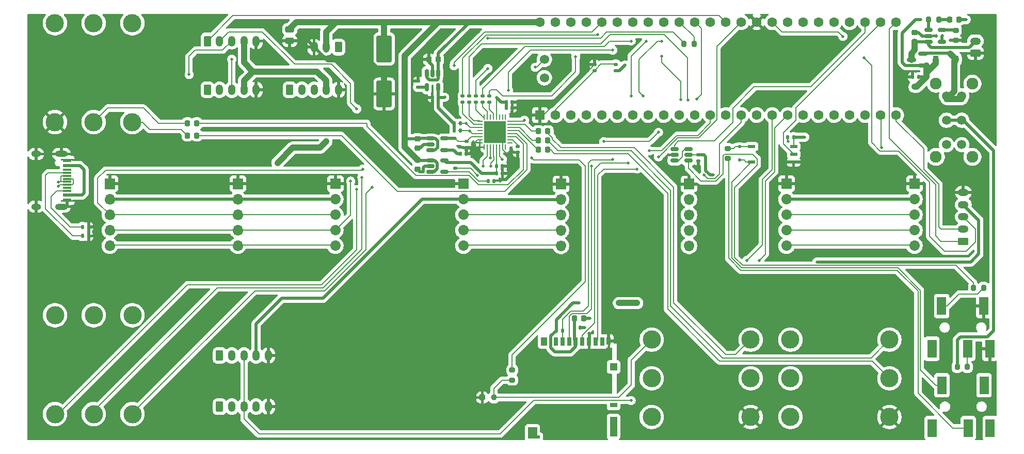
<source format=gbr>
%TF.GenerationSoftware,KiCad,Pcbnew,9.0.5*%
%TF.CreationDate,2026-01-16T18:46:35+01:00*%
%TF.ProjectId,toern_revE,746f6572-6e5f-4726-9576-452e6b696361,rev?*%
%TF.SameCoordinates,Original*%
%TF.FileFunction,Copper,L1,Top*%
%TF.FilePolarity,Positive*%
%FSLAX46Y46*%
G04 Gerber Fmt 4.6, Leading zero omitted, Abs format (unit mm)*
G04 Created by KiCad (PCBNEW 9.0.5) date 2026-01-16 18:46:35*
%MOMM*%
%LPD*%
G01*
G04 APERTURE LIST*
G04 Aperture macros list*
%AMRoundRect*
0 Rectangle with rounded corners*
0 $1 Rounding radius*
0 $2 $3 $4 $5 $6 $7 $8 $9 X,Y pos of 4 corners*
0 Add a 4 corners polygon primitive as box body*
4,1,4,$2,$3,$4,$5,$6,$7,$8,$9,$2,$3,0*
0 Add four circle primitives for the rounded corners*
1,1,$1+$1,$2,$3*
1,1,$1+$1,$4,$5*
1,1,$1+$1,$6,$7*
1,1,$1+$1,$8,$9*
0 Add four rect primitives between the rounded corners*
20,1,$1+$1,$2,$3,$4,$5,0*
20,1,$1+$1,$4,$5,$6,$7,0*
20,1,$1+$1,$6,$7,$8,$9,0*
20,1,$1+$1,$8,$9,$2,$3,0*%
%AMRotRect*
0 Rectangle, with rotation*
0 The origin of the aperture is its center*
0 $1 length*
0 $2 width*
0 $3 Rotation angle, in degrees counterclockwise*
0 Add horizontal line*
21,1,$1,$2,0,0,$3*%
G04 Aperture macros list end*
%TA.AperFunction,ComponentPad*%
%ADD10C,1.700000*%
%TD*%
%TA.AperFunction,ComponentPad*%
%ADD11R,1.700000X1.700000*%
%TD*%
%TA.AperFunction,SMDPad,CuDef*%
%ADD12RoundRect,0.250000X-0.475000X0.250000X-0.475000X-0.250000X0.475000X-0.250000X0.475000X0.250000X0*%
%TD*%
%TA.AperFunction,SMDPad,CuDef*%
%ADD13R,1.500000X3.000000*%
%TD*%
%TA.AperFunction,SMDPad,CuDef*%
%ADD14R,1.450000X0.600000*%
%TD*%
%TA.AperFunction,SMDPad,CuDef*%
%ADD15R,1.450000X0.300000*%
%TD*%
%TA.AperFunction,ComponentPad*%
%ADD16O,2.100000X1.000000*%
%TD*%
%TA.AperFunction,ComponentPad*%
%ADD17O,1.600000X1.000000*%
%TD*%
%TA.AperFunction,SMDPad,CuDef*%
%ADD18R,0.700000X1.400000*%
%TD*%
%TA.AperFunction,SMDPad,CuDef*%
%ADD19R,0.700000X1.200000*%
%TD*%
%TA.AperFunction,SMDPad,CuDef*%
%ADD20R,1.200000X0.800000*%
%TD*%
%TA.AperFunction,SMDPad,CuDef*%
%ADD21R,1.500000X1.900000*%
%TD*%
%TA.AperFunction,SMDPad,CuDef*%
%ADD22RotRect,0.200000X0.200000X45.000000*%
%TD*%
%TA.AperFunction,SMDPad,CuDef*%
%ADD23R,0.500000X0.500000*%
%TD*%
%TA.AperFunction,SMDPad,CuDef*%
%ADD24R,1.000000X1.400000*%
%TD*%
%TA.AperFunction,SMDPad,CuDef*%
%ADD25R,1.200000X1.200000*%
%TD*%
%TA.AperFunction,SMDPad,CuDef*%
%ADD26R,1.200000X3.200000*%
%TD*%
%TA.AperFunction,ComponentPad*%
%ADD27C,1.500000*%
%TD*%
%TA.AperFunction,ComponentPad*%
%ADD28C,1.950000*%
%TD*%
%TA.AperFunction,SMDPad,CuDef*%
%ADD29RoundRect,0.062500X0.062500X-0.337500X0.062500X0.337500X-0.062500X0.337500X-0.062500X-0.337500X0*%
%TD*%
%TA.AperFunction,SMDPad,CuDef*%
%ADD30RoundRect,0.062500X0.337500X-0.062500X0.337500X0.062500X-0.337500X0.062500X-0.337500X-0.062500X0*%
%TD*%
%TA.AperFunction,HeatsinkPad*%
%ADD31R,3.600000X3.600000*%
%TD*%
%TA.AperFunction,ComponentPad*%
%ADD32C,3.000000*%
%TD*%
%TA.AperFunction,SMDPad,CuDef*%
%ADD33RoundRect,0.140000X-0.140000X-0.170000X0.140000X-0.170000X0.140000X0.170000X-0.140000X0.170000X0*%
%TD*%
%TA.AperFunction,SMDPad,CuDef*%
%ADD34RoundRect,0.200000X-0.275000X0.200000X-0.275000X-0.200000X0.275000X-0.200000X0.275000X0.200000X0*%
%TD*%
%TA.AperFunction,ComponentPad*%
%ADD35C,1.524000*%
%TD*%
%TA.AperFunction,ComponentPad*%
%ADD36C,1.600000*%
%TD*%
%TA.AperFunction,ComponentPad*%
%ADD37R,1.600000X1.600000*%
%TD*%
%TA.AperFunction,ComponentPad*%
%ADD38O,1.700000X1.700000*%
%TD*%
%TA.AperFunction,SMDPad,CuDef*%
%ADD39RoundRect,0.135000X0.185000X-0.135000X0.185000X0.135000X-0.185000X0.135000X-0.185000X-0.135000X0*%
%TD*%
%TA.AperFunction,SMDPad,CuDef*%
%ADD40RoundRect,0.140000X0.140000X0.170000X-0.140000X0.170000X-0.140000X-0.170000X0.140000X-0.170000X0*%
%TD*%
%TA.AperFunction,ComponentPad*%
%ADD41O,1.200000X1.750000*%
%TD*%
%TA.AperFunction,ComponentPad*%
%ADD42RoundRect,0.250000X-0.350000X-0.625000X0.350000X-0.625000X0.350000X0.625000X-0.350000X0.625000X0*%
%TD*%
%TA.AperFunction,SMDPad,CuDef*%
%ADD43RoundRect,0.140000X-0.170000X0.140000X-0.170000X-0.140000X0.170000X-0.140000X0.170000X0.140000X0*%
%TD*%
%TA.AperFunction,SMDPad,CuDef*%
%ADD44RoundRect,0.200000X0.275000X-0.200000X0.275000X0.200000X-0.275000X0.200000X-0.275000X-0.200000X0*%
%TD*%
%TA.AperFunction,SMDPad,CuDef*%
%ADD45RoundRect,0.225000X-0.250000X0.225000X-0.250000X-0.225000X0.250000X-0.225000X0.250000X0.225000X0*%
%TD*%
%TA.AperFunction,SMDPad,CuDef*%
%ADD46RoundRect,0.225000X0.225000X0.250000X-0.225000X0.250000X-0.225000X-0.250000X0.225000X-0.250000X0*%
%TD*%
%TA.AperFunction,SMDPad,CuDef*%
%ADD47RoundRect,0.200000X0.200000X0.275000X-0.200000X0.275000X-0.200000X-0.275000X0.200000X-0.275000X0*%
%TD*%
%TA.AperFunction,SMDPad,CuDef*%
%ADD48RoundRect,0.135000X-0.135000X-0.185000X0.135000X-0.185000X0.135000X0.185000X-0.135000X0.185000X0*%
%TD*%
%TA.AperFunction,SMDPad,CuDef*%
%ADD49RoundRect,0.125000X-0.125000X0.125000X-0.125000X-0.125000X0.125000X-0.125000X0.125000X0.125000X0*%
%TD*%
%TA.AperFunction,SMDPad,CuDef*%
%ADD50RoundRect,0.135000X-0.185000X0.135000X-0.185000X-0.135000X0.185000X-0.135000X0.185000X0.135000X0*%
%TD*%
%TA.AperFunction,SMDPad,CuDef*%
%ADD51RoundRect,0.150000X-0.512500X-0.150000X0.512500X-0.150000X0.512500X0.150000X-0.512500X0.150000X0*%
%TD*%
%TA.AperFunction,ComponentPad*%
%ADD52O,1.750000X1.200000*%
%TD*%
%TA.AperFunction,ComponentPad*%
%ADD53RoundRect,0.250000X0.625000X-0.350000X0.625000X0.350000X-0.625000X0.350000X-0.625000X-0.350000X0*%
%TD*%
%TA.AperFunction,SMDPad,CuDef*%
%ADD54RoundRect,0.150000X0.587500X0.150000X-0.587500X0.150000X-0.587500X-0.150000X0.587500X-0.150000X0*%
%TD*%
%TA.AperFunction,SMDPad,CuDef*%
%ADD55RoundRect,0.135000X0.135000X0.185000X-0.135000X0.185000X-0.135000X-0.185000X0.135000X-0.185000X0*%
%TD*%
%TA.AperFunction,SMDPad,CuDef*%
%ADD56RoundRect,0.150000X-0.150000X0.512500X-0.150000X-0.512500X0.150000X-0.512500X0.150000X0.512500X0*%
%TD*%
%TA.AperFunction,SMDPad,CuDef*%
%ADD57RoundRect,0.218750X-0.218750X-0.256250X0.218750X-0.256250X0.218750X0.256250X-0.218750X0.256250X0*%
%TD*%
%TA.AperFunction,ComponentPad*%
%ADD58RoundRect,0.250000X0.350000X0.625000X-0.350000X0.625000X-0.350000X-0.625000X0.350000X-0.625000X0*%
%TD*%
%TA.AperFunction,SMDPad,CuDef*%
%ADD59R,1.208024X0.466344*%
%TD*%
%TA.AperFunction,SMDPad,CuDef*%
%ADD60RoundRect,0.225000X-0.225000X-0.250000X0.225000X-0.250000X0.225000X0.250000X-0.225000X0.250000X0*%
%TD*%
%TA.AperFunction,SMDPad,CuDef*%
%ADD61RoundRect,0.225000X0.250000X-0.225000X0.250000X0.225000X-0.250000X0.225000X-0.250000X-0.225000X0*%
%TD*%
%TA.AperFunction,SMDPad,CuDef*%
%ADD62RoundRect,0.200000X-0.200000X-0.275000X0.200000X-0.275000X0.200000X0.275000X-0.200000X0.275000X0*%
%TD*%
%TA.AperFunction,ComponentPad*%
%ADD63C,1.000000*%
%TD*%
%TA.AperFunction,ComponentPad*%
%ADD64RoundRect,0.250000X-0.250000X-0.250000X0.250000X-0.250000X0.250000X0.250000X-0.250000X0.250000X0*%
%TD*%
%TA.AperFunction,SMDPad,CuDef*%
%ADD65RoundRect,0.225000X0.225000X0.375000X-0.225000X0.375000X-0.225000X-0.375000X0.225000X-0.375000X0*%
%TD*%
%TA.AperFunction,SMDPad,CuDef*%
%ADD66RoundRect,0.250000X-1.000000X1.950000X-1.000000X-1.950000X1.000000X-1.950000X1.000000X1.950000X0*%
%TD*%
%TA.AperFunction,SMDPad,CuDef*%
%ADD67RoundRect,0.140000X0.170000X-0.140000X0.170000X0.140000X-0.170000X0.140000X-0.170000X-0.140000X0*%
%TD*%
%TA.AperFunction,ViaPad*%
%ADD68C,0.500000*%
%TD*%
%TA.AperFunction,ViaPad*%
%ADD69C,0.600000*%
%TD*%
%TA.AperFunction,Conductor*%
%ADD70C,1.000000*%
%TD*%
%TA.AperFunction,Conductor*%
%ADD71C,0.500000*%
%TD*%
%TA.AperFunction,Conductor*%
%ADD72C,0.200000*%
%TD*%
G04 APERTURE END LIST*
D10*
%TO.P,U14-1,5*%
%TO.N,N/C*%
X156025000Y-63610000D03*
%TO.P,U14-1,4*%
X156025000Y-61070000D03*
%TO.P,U14-1,3*%
X156025000Y-58530000D03*
%TO.P,U14-1,2*%
X156025000Y-55990000D03*
D11*
%TO.P,U14-1,1*%
X156025000Y-53450000D03*
%TD*%
%TO.P,U13-2,1*%
%TO.N,N/C*%
X140025000Y-53450000D03*
D10*
%TO.P,U13-2,2*%
X140025000Y-55990000D03*
%TO.P,U13-2,3*%
X140025000Y-58530000D03*
%TO.P,U13-2,4*%
X140025000Y-61070000D03*
%TO.P,U13-2,5*%
X140025000Y-63610000D03*
%TD*%
D11*
%TO.P,U14-2,1*%
%TO.N,N/C*%
X177025000Y-53450000D03*
D10*
%TO.P,U14-2,2*%
X177025000Y-55990000D03*
%TO.P,U14-2,3*%
X177025000Y-58530000D03*
%TO.P,U14-2,4*%
X177025000Y-61070000D03*
%TO.P,U14-2,5*%
X177025000Y-63610000D03*
%TD*%
D11*
%TO.P,U13-1,1*%
%TO.N,N/C*%
X119025000Y-53450000D03*
D10*
%TO.P,U13-1,2*%
X119025000Y-55990000D03*
%TO.P,U13-1,3*%
X119025000Y-58530000D03*
%TO.P,U13-1,4*%
X119025000Y-61070000D03*
%TO.P,U13-1,5*%
X119025000Y-63610000D03*
%TD*%
D11*
%TO.P,U12-2,1*%
%TO.N,N/C*%
X103025000Y-53450000D03*
D10*
%TO.P,U12-2,2*%
X103025000Y-55990000D03*
%TO.P,U12-2,3*%
X103025000Y-58530000D03*
%TO.P,U12-2,4*%
X103025000Y-61070000D03*
%TO.P,U12-2,5*%
X103025000Y-63610000D03*
%TD*%
D11*
%TO.P,U12-1,1*%
%TO.N,N/C*%
X82025000Y-53450000D03*
D10*
%TO.P,U12-1,2*%
X82025000Y-55990000D03*
%TO.P,U12-1,3*%
X82025000Y-58530000D03*
%TO.P,U12-1,4*%
X82025000Y-61070000D03*
%TO.P,U12-1,5*%
X82025000Y-63610000D03*
%TD*%
D11*
%TO.P,U11-2,1*%
%TO.N,N/C*%
X66000000Y-53500000D03*
D10*
%TO.P,U11-2,2*%
X66000000Y-56040000D03*
%TO.P,U11-2,3*%
X66000000Y-58580000D03*
%TO.P,U11-2,4*%
X66000000Y-61120000D03*
%TO.P,U11-2,5*%
X66000000Y-63660000D03*
%TD*%
D11*
%TO.P,U11-1,1*%
%TO.N,N/C*%
X45000000Y-53500000D03*
D10*
%TO.P,U11-1,2*%
X45000000Y-56040000D03*
%TO.P,U11-1,3*%
X45000000Y-58580000D03*
%TO.P,U11-1,4*%
X45000000Y-61120000D03*
%TO.P,U11-1,5*%
X45000000Y-63660000D03*
%TD*%
D12*
%TO.P,C26,1*%
%TO.N,+5V*%
X74500000Y-28090000D03*
%TO.P,C26,2*%
%TO.N,GND*%
X74500000Y-29990000D03*
%TD*%
D13*
%TO.P,J2,1*%
%TO.N,unconnected-(J2-Pad1)*%
X188400000Y-86500000D03*
%TO.P,J2,2*%
%TO.N,Net-(D1-A)*%
X181500000Y-86500000D03*
%TO.P,J2,3*%
%TO.N,Net-(J2-Pad3)*%
X185800000Y-93500000D03*
%TO.P,J2,4*%
%TO.N,unconnected-(J2-Pad4)*%
X189400000Y-93500000D03*
%TO.P,J2,10*%
%TO.N,unconnected-(J2-Pad10)*%
X179900000Y-93500000D03*
%TD*%
%TO.P,J3,1*%
%TO.N,GND*%
X188350000Y-73500000D03*
%TO.P,J3,2*%
%TO.N,Net-(J3-Pad2)*%
X181450000Y-73500000D03*
%TO.P,J3,3*%
%TO.N,Net-(J3-Pad3)*%
X185750000Y-80500000D03*
%TO.P,J3,4*%
%TO.N,GND*%
X189350000Y-80500000D03*
%TO.P,J3,10*%
%TO.N,unconnected-(J3-Pad10)*%
X179850000Y-80500000D03*
%TD*%
D14*
%TO.P,J4,A1,GND*%
%TO.N,GND*%
X37995000Y-49610000D03*
%TO.P,J4,A4,VBUS*%
%TO.N,VBUS*%
X37995000Y-50410000D03*
D15*
%TO.P,J4,A5,CC1*%
%TO.N,Net-(J4-CC1)*%
X37995000Y-51610000D03*
%TO.P,J4,A6,D+*%
%TO.N,D+*%
X37995000Y-52610000D03*
%TO.P,J4,A7,D-*%
%TO.N,D-*%
X37995000Y-53110000D03*
%TO.P,J4,A8,SBU1*%
%TO.N,unconnected-(J4-SBU1-PadA8)*%
X37995000Y-54110000D03*
D14*
%TO.P,J4,A9,VBUS*%
%TO.N,VBUS*%
X37995000Y-55310000D03*
%TO.P,J4,A12,GND*%
%TO.N,GND*%
X37995000Y-56110000D03*
%TO.P,J4,B1,GND*%
X37995000Y-56110000D03*
%TO.P,J4,B4,VBUS*%
%TO.N,VBUS*%
X37995000Y-55310000D03*
D15*
%TO.P,J4,B5,CC2*%
%TO.N,Net-(J4-CC2)*%
X37995000Y-54610000D03*
%TO.P,J4,B6,D+*%
%TO.N,D+*%
X37995000Y-53610000D03*
%TO.P,J4,B7,D-*%
%TO.N,D-*%
X37995000Y-52110000D03*
%TO.P,J4,B8,SBU2*%
%TO.N,unconnected-(J4-SBU2-PadB8)*%
X37995000Y-51110000D03*
D14*
%TO.P,J4,B9,VBUS*%
%TO.N,VBUS*%
X37995000Y-50410000D03*
%TO.P,J4,B12,GND*%
%TO.N,GND*%
X37995000Y-49610000D03*
D16*
%TO.P,J4,S1,SHIELD*%
X37080000Y-48540000D03*
D17*
X32900000Y-48540000D03*
D16*
X37080000Y-57180000D03*
D17*
X32900000Y-57180000D03*
%TD*%
D18*
%TO.P,J8,1,DAT2*%
%TO.N,unconnected-(J8-DAT2-Pad1)*%
X118125000Y-79300000D03*
%TO.P,J8,2,DAT3/CD*%
%TO.N,10_CS_MQSR*%
X119225000Y-79300000D03*
%TO.P,J8,3,CMD*%
%TO.N,11_MOSI_CTX1*%
X120325000Y-79300000D03*
%TO.P,J8,4,VDD*%
%TO.N,+3.3V*%
X121425000Y-79300000D03*
%TO.P,J8,5,CLK*%
%TO.N,13_SCK_LED*%
X122525000Y-79300000D03*
%TO.P,J8,6,VSS*%
%TO.N,GND*%
X123625000Y-79300000D03*
%TO.P,J8,7,DAT0*%
%TO.N,12_MISO_MQSL*%
X124725000Y-79300000D03*
%TO.P,J8,8,DAT1*%
%TO.N,unconnected-(J8-DAT1-Pad8)*%
X125825000Y-79300000D03*
D19*
%TO.P,J8,9,SHIELD*%
%TO.N,GND*%
X126775000Y-79200000D03*
D20*
%TO.P,J8,10*%
%TO.N,N/C*%
X127625000Y-89700000D03*
D21*
%TO.P,J8,11*%
X114325000Y-94300000D03*
D22*
X115075000Y-94750000D03*
D23*
X115325000Y-95000000D03*
D24*
X116225000Y-79300000D03*
D25*
X127625000Y-83500000D03*
D26*
X127625000Y-93300000D03*
%TD*%
D27*
%TO.P,SW1,1,A*%
%TO.N,unconnected-(SW1-A-Pad1)*%
X184750000Y-47000000D03*
%TO.P,SW1,2,B*%
%TO.N,+5V*%
X184750000Y-43000000D03*
%TO.P,SW1,3,C*%
%TO.N,Net-(D2-K)*%
X184750000Y-39000000D03*
%TO.P,SW1,4,A*%
X182250000Y-39000000D03*
%TO.P,SW1,5,B*%
%TO.N,+5V*%
X182250000Y-43000000D03*
%TO.P,SW1,6,C*%
%TO.N,unconnected-(SW1-C-Pad6)*%
X182250000Y-47000000D03*
D28*
%TO.P,SW1,MH1*%
%TO.N,N/C*%
X186500000Y-49000000D03*
%TO.P,SW1,MH2*%
X180500000Y-49000000D03*
%TO.P,SW1,MH3*%
X186500000Y-37000000D03*
%TO.P,SW1,MH4*%
X180500000Y-37000000D03*
%TD*%
D29*
%TO.P,U3,1,GND*%
%TO.N,GND*%
X106410000Y-47400000D03*
%TO.P,U3,2,HP_R*%
%TO.N,Net-(U3-HP_R)*%
X106910000Y-47400000D03*
%TO.P,U3,3,GND*%
%TO.N,GND*%
X107410000Y-47400000D03*
%TO.P,U3,4,HP_VGND*%
%TO.N,Net-(U3-HP_VGND)*%
X107910000Y-47400000D03*
%TO.P,U3,5,VDDA*%
%TO.N,+3.3VA*%
X108410000Y-47400000D03*
%TO.P,U3,6,HP_L*%
%TO.N,Net-(U3-HP_L)*%
X108910000Y-47400000D03*
%TO.P,U3,7,AGND*%
%TO.N,GND*%
X109410000Y-47400000D03*
%TO.P,U3,8,NC*%
%TO.N,unconnected-(U3-NC-Pad8)*%
X109910000Y-47400000D03*
D30*
%TO.P,U3,9,NC*%
%TO.N,unconnected-(U3-NC-Pad9)*%
X110610000Y-46700000D03*
%TO.P,U3,10,VAG*%
%TO.N,Net-(U3-VAG)*%
X110610000Y-46200000D03*
%TO.P,U3,11,LINEOUT_R*%
%TO.N,Net-(U3-LINEOUT_R)*%
X110610000Y-45700000D03*
%TO.P,U3,12,LINEOUT_L*%
%TO.N,Net-(U3-LINEOUT_L)*%
X110610000Y-45200000D03*
%TO.P,U3,13,LINEIN_R*%
%TO.N,LINEIN_R*%
X110610000Y-44700000D03*
%TO.P,U3,14,LINEIN_L*%
%TO.N,LINEIN_L*%
X110610000Y-44200000D03*
%TO.P,U3,15,MIC*%
%TO.N,MIC*%
X110610000Y-43700000D03*
%TO.P,U3,16,MIC_BIAS*%
%TO.N,MICBIAS*%
X110610000Y-43200000D03*
D29*
%TO.P,U3,17,NC*%
%TO.N,unconnected-(U3-NC-Pad17)*%
X109910000Y-42500000D03*
%TO.P,U3,18,CPFILT*%
%TO.N,unconnected-(U3-CPFILT-Pad18)*%
X109410000Y-42500000D03*
%TO.P,U3,19,NC*%
%TO.N,unconnected-(U3-NC-Pad19)*%
X108910000Y-42500000D03*
%TO.P,U3,20,VDDIO*%
%TO.N,+3.3V*%
X108410000Y-42500000D03*
%TO.P,U3,21,SYS_MCLK*%
%TO.N,Net-(U3-SYS_MCLK)*%
X107910000Y-42500000D03*
%TO.P,U3,22,NC*%
%TO.N,unconnected-(U3-NC-Pad22)*%
X107410000Y-42500000D03*
%TO.P,U3,23,I2S_LRCLK*%
%TO.N,Net-(U3-I2S_LRCLK)*%
X106910000Y-42500000D03*
%TO.P,U3,24,I2S_SCLK*%
%TO.N,Net-(U3-I2S_SCLK)*%
X106410000Y-42500000D03*
D30*
%TO.P,U3,25,I2S_DOUT*%
%TO.N,Net-(U3-I2S_DOUT)*%
X105710000Y-43200000D03*
%TO.P,U3,26,I2S_DIN*%
%TO.N,Net-(U3-I2S_DIN)*%
X105710000Y-43700000D03*
%TO.P,U3,27,CTRL_DATA*%
%TO.N,18_A4_SDA*%
X105710000Y-44200000D03*
%TO.P,U3,28,NC*%
%TO.N,unconnected-(U3-NC-Pad28)*%
X105710000Y-44700000D03*
%TO.P,U3,29,CTRL_CLK*%
%TO.N,19_A5_SCL*%
X105710000Y-45200000D03*
%TO.P,U3,30,VDDD*%
%TO.N,+1V8*%
X105710000Y-45700000D03*
%TO.P,U3,31,CTRL_ADR0_CS*%
%TO.N,GND*%
X105710000Y-46200000D03*
%TO.P,U3,32,CTRL_MODE*%
X105710000Y-46700000D03*
D31*
%TO.P,U3,33,GND*%
X108160000Y-44950000D03*
%TD*%
D32*
%TO.P,J1,TN*%
%TO.N,unconnected-(J1-PadTN)*%
X48700000Y-75000000D03*
%TO.P,J1,T*%
%TO.N,Net-(U3-HP_L)*%
X48700000Y-91230000D03*
%TO.P,J1,SN*%
%TO.N,unconnected-(J1-PadSN)*%
X36000000Y-75000000D03*
%TO.P,J1,S*%
%TO.N,Net-(U3-HP_VGND)*%
X36000000Y-91230000D03*
%TO.P,J1,RN*%
%TO.N,unconnected-(J1-PadRN)*%
X42350000Y-75000000D03*
%TO.P,J1,R*%
%TO.N,Net-(U3-HP_R)*%
X42350000Y-91230000D03*
%TD*%
D33*
%TO.P,C9,2*%
%TO.N,GND*%
X109400000Y-51680000D03*
%TO.P,C9,1*%
%TO.N,+3.3VA*%
X108440000Y-51680000D03*
%TD*%
D34*
%TO.P,R6,2*%
%TO.N,Net-(J2-Pad3)*%
X146340000Y-49285000D03*
%TO.P,R6,1*%
%TO.N,Net-(D1-K)*%
X146340000Y-47635000D03*
%TD*%
D35*
%TO.P,U6,67,D+*%
%TO.N,D+*%
X116270000Y-36030000D03*
%TO.P,U6,66,D-*%
%TO.N,D-*%
X116270000Y-33030000D03*
D36*
%TO.P,U6,48,VIN*%
%TO.N,+5V*%
X115560000Y-26910000D03*
%TO.P,U6,47,GND*%
%TO.N,GND*%
X118100000Y-26910000D03*
%TO.P,U6,46,3V3*%
%TO.N,unconnected-(U6-3V3-Pad46)*%
X120640000Y-26910000D03*
%TO.P,U6,45,23_A9_CRX1_MCLK1*%
%TO.N,23_A9_CRX1_MCLK1*%
X123180000Y-26910000D03*
%TO.P,U6,44,22_A8_CTX1*%
%TO.N,22_A8_CTX1*%
X125720000Y-26910000D03*
%TO.P,U6,43,21_A7_RX5_BCLK1*%
%TO.N,21_A7_RX5_BCLK1*%
X128260000Y-26910000D03*
%TO.P,U6,42,20_A6_TX5_LRCLK1*%
%TO.N,20_A6_TX5_LRCLK1*%
X130800000Y-26910000D03*
%TO.P,U6,41,19_A5_SCL*%
%TO.N,19_A5_SCL*%
X133340000Y-26910000D03*
%TO.P,U6,40,18_A4_SDA*%
%TO.N,18_A4_SDA*%
X135880000Y-26910000D03*
%TO.P,U6,39,17_A3_TX4_SDA1*%
%TO.N,17_A3_TX4_SDA1*%
X138420000Y-26910000D03*
%TO.P,U6,38,16_A2_RX4_SCL1*%
%TO.N,16_A2_RX4_SCL1*%
X140960000Y-26910000D03*
%TO.P,U6,37,15_A1_RX3_SPDIF_IN*%
%TO.N,15_A1_RX3_SPDIF_IN*%
X143500000Y-26910000D03*
%TO.P,U6,36,14_A0_TX3_SPDIF_OUT*%
%TO.N,14_A0_TX3_SPDIF_OUT*%
X146040000Y-26910000D03*
%TO.P,U6,35,13_SCK_LED*%
%TO.N,13_SCK_LED*%
X148580000Y-26910000D03*
%TO.P,U6,34,GND*%
%TO.N,GND*%
X151120000Y-26910000D03*
%TO.P,U6,33,41_A17*%
%TO.N,41_A17*%
X153660000Y-26910000D03*
%TO.P,U6,32,40_A16*%
%TO.N,40_A16*%
X156200000Y-26910000D03*
%TO.P,U6,31,39_MISO1_OUT1A*%
%TO.N,39_MISO1_OUT1A*%
X158740000Y-26910000D03*
%TO.P,U6,30,38_CS1_IN1*%
%TO.N,38_CS1_IN1*%
X161280000Y-26910000D03*
%TO.P,U6,29,37_CS*%
%TO.N,37_CS*%
X163820000Y-26910000D03*
%TO.P,U6,28,36_CS*%
%TO.N,36_CS*%
X166360000Y-26910000D03*
%TO.P,U6,27,35_TX8*%
%TO.N,35_TX8*%
X168900000Y-26910000D03*
%TO.P,U6,26,34_RX8*%
%TO.N,34_RX8*%
X171440000Y-26910000D03*
%TO.P,U6,25,33_MCLK2*%
%TO.N,33_MCLK2*%
X173980000Y-26910000D03*
%TO.P,U6,24,32_OUT1B*%
%TO.N,32_OUT1B*%
X173980000Y-42150000D03*
%TO.P,U6,23,31_CTX3*%
%TO.N,31_CTX3*%
X171440000Y-42150000D03*
%TO.P,U6,22,30_CRX3*%
%TO.N,30_CRX3*%
X168900000Y-42150000D03*
%TO.P,U6,21,29_TX7*%
%TO.N,29_TX7*%
X166360000Y-42150000D03*
%TO.P,U6,20,28_RX7*%
%TO.N,28_RX7*%
X163820000Y-42150000D03*
%TO.P,U6,19,27_A13_SCK1*%
%TO.N,27_A13_SCK1*%
X161280000Y-42150000D03*
%TO.P,U6,18,26_A12_MOSI1*%
%TO.N,26_A12_MOSI1*%
X158740000Y-42150000D03*
%TO.P,U6,17,25_A11_RX6_SDA2*%
%TO.N,25_A11_RX6_SDA2*%
X156200000Y-42150000D03*
%TO.P,U6,16,24_A10_TX6_SCL2*%
%TO.N,24_A10_TX6_SCL2*%
X153660000Y-42150000D03*
%TO.P,U6,15,3V3*%
%TO.N,unconnected-(U6-3V3-Pad15)*%
X151120000Y-42150000D03*
%TO.P,U6,14,12_MISO_MQSL*%
%TO.N,12_MISO_MQSL*%
X148580000Y-42150000D03*
%TO.P,U6,13,11_MOSI_CTX1*%
%TO.N,11_MOSI_CTX1*%
X146040000Y-42150000D03*
%TO.P,U6,12,10_CS_MQSR*%
%TO.N,10_CS_MQSR*%
X143500000Y-42150000D03*
%TO.P,U6,11,9_OUT1C*%
%TO.N,9_OUT1C*%
X140960000Y-42150000D03*
%TO.P,U6,10,8_TX2_IN1*%
%TO.N,8_TX2_IN1*%
X138420000Y-42150000D03*
%TO.P,U6,9,7_RX2_OUT1A*%
%TO.N,7_RX2_OUT1A*%
X135880000Y-42150000D03*
%TO.P,U6,8,6_OUT1D*%
%TO.N,6_OUT1D*%
X133340000Y-42150000D03*
%TO.P,U6,7,5_IN2*%
%TO.N,5_IN2*%
X130800000Y-42150000D03*
%TO.P,U6,6,4_BCLK2*%
%TO.N,4_BCLK2*%
X128260000Y-42150000D03*
%TO.P,U6,5,3_LRCLK2*%
%TO.N,3_LRCLK2*%
X125720000Y-42150000D03*
%TO.P,U6,4,2_OUT2*%
%TO.N,2_OUT2*%
X123180000Y-42150000D03*
%TO.P,U6,3,1_TX1_CTX2_MISO1*%
%TO.N,1_TX1_CTX2_MISO1*%
X120640000Y-42150000D03*
%TO.P,U6,2,0_RX1_CRX2_CS1*%
%TO.N,0_RX1_CRX2_CS1*%
X118100000Y-42150000D03*
D37*
%TO.P,U6,1,GND*%
%TO.N,GND*%
X115560000Y-42150000D03*
%TD*%
D38*
%TO.P,U12,5,INT*%
%TO.N,27_A13_SCK1*%
X177000000Y-63585051D03*
X156000000Y-63585000D03*
%TO.P,U12,4,SCL*%
%TO.N,19_A5_SCL*%
X177000000Y-61045051D03*
X156000000Y-61045000D03*
%TO.P,U12,3,SDA*%
%TO.N,18_A4_SDA*%
X177000000Y-58505051D03*
X156000000Y-58505000D03*
%TO.P,U12,2,Vin*%
%TO.N,+5V*%
X177000000Y-55965051D03*
X156000000Y-55965000D03*
D11*
%TO.P,U12,1,GND*%
%TO.N,GND*%
X177000000Y-53425051D03*
X156000000Y-53425000D03*
%TD*%
D33*
%TO.P,C7,2*%
%TO.N,GND*%
X108000000Y-53000000D03*
%TO.P,C7,1*%
%TO.N,Net-(U1-BP)*%
X107040000Y-53000000D03*
%TD*%
D39*
%TO.P,R15,2*%
%TO.N,0_RX1_CRX2_CS1*%
X128000000Y-33815000D03*
%TO.P,R15,1*%
%TO.N,VBAT*%
X128000000Y-34835000D03*
%TD*%
D40*
%TO.P,C23,2*%
%TO.N,GND*%
X97935000Y-39232500D03*
%TO.P,C23,1*%
%TO.N,+3.3V*%
X98895000Y-39232500D03*
%TD*%
D41*
%TO.P,J14,5,Pin_5*%
%TO.N,GND*%
X69000000Y-30000000D03*
%TO.P,J14,4,Pin_4*%
%TO.N,+3.3V*%
X67000000Y-30000000D03*
%TO.P,J14,3,Pin_3*%
%TO.N,16_A2_RX4_SCL1*%
X65000000Y-30000000D03*
%TO.P,J14,2,Pin_2*%
%TO.N,9_OUT1C*%
X63000000Y-30000000D03*
D42*
%TO.P,J14,1,Pin_1*%
%TO.N,14_A0_TX3_SPDIF_OUT*%
X61000000Y-30000000D03*
%TD*%
D43*
%TO.P,C2,2*%
%TO.N,GND*%
X103500000Y-47460000D03*
%TO.P,C2,1*%
%TO.N,+1V8*%
X103500000Y-46500000D03*
%TD*%
D32*
%TO.P,J6,TN*%
%TO.N,unconnected-(J6-PadTN)*%
X156645000Y-79000000D03*
%TO.P,J6,T*%
%TO.N,Net-(C19-Pad1)*%
X172875000Y-79000000D03*
%TO.P,J6,SN*%
%TO.N,unconnected-(J6-PadSN)*%
X156645000Y-91700000D03*
%TO.P,J6,S*%
%TO.N,GND*%
X172875000Y-91700000D03*
%TO.P,J6,RN*%
%TO.N,unconnected-(J6-PadRN)*%
X156645000Y-85350000D03*
%TO.P,J6,R*%
%TO.N,Net-(C18-Pad1)*%
X172875000Y-85350000D03*
%TD*%
D33*
%TO.P,C10,2*%
%TO.N,GND*%
X109360000Y-50520000D03*
%TO.P,C10,1*%
%TO.N,+3.3VA*%
X108400000Y-50520000D03*
%TD*%
D44*
%TO.P,R18,2*%
%TO.N,Net-(U8-PROG)*%
X183770000Y-28250000D03*
%TO.P,R18,1*%
%TO.N,GND*%
X183770000Y-29900000D03*
%TD*%
D33*
%TO.P,C11,2*%
%TO.N,GND*%
X110980000Y-41000000D03*
%TO.P,C11,1*%
%TO.N,+3.3V*%
X110020000Y-41000000D03*
%TD*%
D45*
%TO.P,C3,2*%
%TO.N,GND*%
X95443778Y-51058225D03*
%TO.P,C3,1*%
%TO.N,+5V*%
X95443778Y-49508225D03*
%TD*%
D46*
%TO.P,C24,2*%
%TO.N,GND*%
X97330000Y-33022500D03*
%TO.P,C24,1*%
%TO.N,+5V*%
X98880000Y-33022500D03*
%TD*%
D41*
%TO.P,J13,5,Pin_5*%
%TO.N,GND*%
X82500000Y-38000000D03*
%TO.P,J13,4,Pin_4*%
%TO.N,+3.3V*%
X80500000Y-38000000D03*
%TO.P,J13,3,Pin_3*%
%TO.N,3_LRCLK2*%
X78500000Y-38000000D03*
%TO.P,J13,2,Pin_2*%
%TO.N,4_BCLK2*%
X76500000Y-38000000D03*
D42*
%TO.P,J13,1,Pin_1*%
%TO.N,2_OUT2*%
X74500000Y-38000000D03*
%TD*%
D47*
%TO.P,R14,2*%
%TO.N,Net-(U8-STAT)*%
X179315000Y-26460000D03*
%TO.P,R14,1*%
%TO.N,Net-(D3-K)*%
X180965000Y-26460000D03*
%TD*%
D48*
%TO.P,R17,2*%
%TO.N,VBUS*%
X177710000Y-35920000D03*
%TO.P,R17,1*%
%TO.N,GND*%
X176690000Y-35920000D03*
%TD*%
D49*
%TO.P,D1,2,A*%
%TO.N,Net-(D1-A)*%
X148276528Y-49547164D03*
%TO.P,D1,1,K*%
%TO.N,Net-(D1-K)*%
X148276528Y-47347164D03*
%TD*%
D50*
%TO.P,R3,2*%
%TO.N,Net-(U3-I2S_SCLK)*%
X105050000Y-40020000D03*
%TO.P,R3,1*%
%TO.N,21_A7_RX5_BCLK1*%
X105050000Y-39000000D03*
%TD*%
D51*
%TO.P,U2,5,OUT*%
%TO.N,+1V8*%
X99907500Y-46000000D03*
%TO.P,U2,4,BP*%
%TO.N,Net-(U2-BP)*%
X99907500Y-47900000D03*
%TO.P,U2,3,EN*%
%TO.N,+5V*%
X97632500Y-47900000D03*
%TO.P,U2,2,GND*%
%TO.N,GND*%
X97632500Y-46950000D03*
%TO.P,U2,1,IN*%
%TO.N,+5V*%
X97632500Y-46000000D03*
%TD*%
D50*
%TO.P,R5,2*%
%TO.N,Net-(U3-I2S_DIN)*%
X102870000Y-40020000D03*
%TO.P,R5,1*%
%TO.N,7_RX2_OUT1A*%
X102870000Y-39000000D03*
%TD*%
D52*
%TO.P,J16,2,Pin_2*%
%TO.N,VBAT*%
X187000000Y-30000000D03*
D53*
%TO.P,J16,1,Pin_1*%
%TO.N,GND*%
X187000000Y-32000000D03*
%TD*%
D54*
%TO.P,Q1,3,D*%
%TO.N,VBAT*%
X176500000Y-33055000D03*
%TO.P,Q1,2,S*%
%TO.N,Net-(D2-K)*%
X178375000Y-32105000D03*
%TO.P,Q1,1,G*%
%TO.N,VBUS*%
X178375000Y-34005000D03*
%TD*%
D43*
%TO.P,C15,2*%
%TO.N,GND*%
X141567500Y-49650000D03*
%TO.P,C15,1*%
%TO.N,+5V*%
X141567500Y-48690000D03*
%TD*%
D55*
%TO.P,R16,2*%
%TO.N,+3.3V*%
X118220000Y-77500000D03*
%TO.P,R16,1*%
%TO.N,10_CS_MQSR*%
X119240000Y-77500000D03*
%TD*%
D46*
%TO.P,C17,2*%
%TO.N,Net-(C17-Pad2)*%
X57725000Y-45500000D03*
%TO.P,C17,1*%
%TO.N,Net-(U3-LINEOUT_L)*%
X59275000Y-45500000D03*
%TD*%
D45*
%TO.P,C4,2*%
%TO.N,GND*%
X95450000Y-47600000D03*
%TO.P,C4,1*%
%TO.N,+5V*%
X95450000Y-46050000D03*
%TD*%
D32*
%TO.P,J5,TN*%
%TO.N,unconnected-(J5-PadTN)*%
X48681020Y-27077339D03*
%TO.P,J5,T*%
%TO.N,Net-(C17-Pad2)*%
X48681020Y-43307339D03*
%TO.P,J5,SN*%
%TO.N,unconnected-(J5-PadSN)*%
X35981020Y-27077339D03*
%TO.P,J5,S*%
%TO.N,GND*%
X35981020Y-43307339D03*
%TO.P,J5,RN*%
%TO.N,unconnected-(J5-PadRN)*%
X42331020Y-27077339D03*
%TO.P,J5,R*%
%TO.N,Net-(C16-Pad2)*%
X42331020Y-43307339D03*
%TD*%
D46*
%TO.P,C20,2*%
%TO.N,MIC*%
X115290000Y-44790000D03*
%TO.P,C20,1*%
%TO.N,Net-(C20-Pad1)*%
X116840000Y-44790000D03*
%TD*%
D48*
%TO.P,R9,2*%
%TO.N,GND*%
X41520000Y-62000000D03*
%TO.P,R9,1*%
%TO.N,Net-(J4-CC1)*%
X40500000Y-62000000D03*
%TD*%
D47*
%TO.P,R8,2*%
%TO.N,+5V*%
X184000000Y-83500000D03*
%TO.P,R8,1*%
%TO.N,Net-(J3-Pad3)*%
X185650000Y-83500000D03*
%TD*%
D56*
%TO.P,U7,5,OUT*%
%TO.N,+3.3V*%
X98880000Y-37560000D03*
%TO.P,U7,4,BP*%
%TO.N,Net-(U7-BP)*%
X96980000Y-37560000D03*
%TO.P,U7,3,EN*%
%TO.N,+5V*%
X96980000Y-35285000D03*
%TO.P,U7,2,GND*%
%TO.N,GND*%
X97930000Y-35285000D03*
%TO.P,U7,1,IN*%
%TO.N,+5V*%
X98880000Y-35285000D03*
%TD*%
D38*
%TO.P,U9,5,INT*%
%TO.N,27_A13_SCK1*%
X140000000Y-63620051D03*
X119000000Y-63620000D03*
%TO.P,U9,4,SCL*%
%TO.N,19_A5_SCL*%
X140000000Y-61080051D03*
X119000000Y-61080000D03*
%TO.P,U9,3,SDA*%
%TO.N,18_A4_SDA*%
X140000000Y-58540051D03*
X119000000Y-58540000D03*
%TO.P,U9,2,Vin*%
%TO.N,+5V*%
X140000000Y-56000051D03*
X119000000Y-56000000D03*
D11*
%TO.P,U9,1,GND*%
%TO.N,GND*%
X140000000Y-53460051D03*
X119000000Y-53460000D03*
%TD*%
D48*
%TO.P,R10,2*%
%TO.N,GND*%
X41520000Y-60500000D03*
%TO.P,R10,1*%
%TO.N,Net-(J4-CC2)*%
X40500000Y-60500000D03*
%TD*%
D57*
%TO.P,D3,2,A*%
%TO.N,VBUS*%
X184317500Y-26460000D03*
%TO.P,D3,1,K*%
%TO.N,Net-(D3-K)*%
X182742500Y-26460000D03*
%TD*%
D33*
%TO.P,C14,2*%
%TO.N,+3.3V*%
X157170000Y-45760000D03*
%TO.P,C14,1*%
%TO.N,GND*%
X156210000Y-45760000D03*
%TD*%
D32*
%TO.P,J7,TN*%
%TO.N,Net-(MK1-+)*%
X133890000Y-79000000D03*
%TO.P,J7,T*%
%TO.N,Net-(C20-Pad1)*%
X150120000Y-79000000D03*
%TO.P,J7,SN*%
%TO.N,unconnected-(J7-PadSN)*%
X133890000Y-91700000D03*
%TO.P,J7,S*%
%TO.N,GND*%
X150120000Y-91700000D03*
%TO.P,J7,RN*%
%TO.N,unconnected-(J7-PadRN)*%
X133890000Y-85350000D03*
%TO.P,J7,R*%
%TO.N,unconnected-(J7-PadR)*%
X150120000Y-85350000D03*
%TD*%
D51*
%TO.P,U8,5,PROG*%
%TO.N,Net-(U8-PROG)*%
X181530000Y-28205000D03*
%TO.P,U8,4,VDD*%
%TO.N,VBUS*%
X181530000Y-30105000D03*
%TO.P,U8,3,VBAT*%
%TO.N,VBAT*%
X179255000Y-30105000D03*
%TO.P,U8,2,VSS*%
%TO.N,GND*%
X179255000Y-29155000D03*
%TO.P,U8,1,STAT*%
%TO.N,Net-(U8-STAT)*%
X179255000Y-28205000D03*
%TD*%
D43*
%TO.P,C13,2*%
%TO.N,GND*%
X111900000Y-48280000D03*
%TO.P,C13,1*%
%TO.N,Net-(U3-VAG)*%
X111900000Y-47320000D03*
%TD*%
D41*
%TO.P,J9,3,Pin_3*%
%TO.N,GND*%
X78500000Y-31000000D03*
%TO.P,J9,2,Pin_2*%
%TO.N,+5V*%
X80500000Y-31000000D03*
D58*
%TO.P,J9,1,Pin_1*%
%TO.N,Net-(J9-Pin_1)*%
X82500000Y-31000000D03*
%TD*%
D50*
%TO.P,R1,2*%
%TO.N,Net-(U3-SYS_MCLK)*%
X107230000Y-40020000D03*
%TO.P,R1,1*%
%TO.N,23_A9_CRX1_MCLK1*%
X107230000Y-39000000D03*
%TD*%
D59*
%TO.P,U4,6,vcc*%
%TO.N,+3.3V*%
X157160000Y-47320000D03*
%TO.P,U4,5,5*%
%TO.N,34_RX8*%
X157160000Y-48590000D03*
%TO.P,U4,4,gnd*%
%TO.N,GND*%
X157160000Y-49860000D03*
%TO.P,U4,3,3*%
%TO.N,Net-(D1-A)*%
X150276600Y-49860000D03*
%TO.P,U4,1,1*%
%TO.N,Net-(D1-K)*%
X150276600Y-47320000D03*
%TD*%
D50*
%TO.P,R2,2*%
%TO.N,Net-(U3-I2S_LRCLK)*%
X106140000Y-40020000D03*
%TO.P,R2,1*%
%TO.N,20_A6_TX5_LRCLK1*%
X106140000Y-39000000D03*
%TD*%
D60*
%TO.P,C22,2*%
%TO.N,GND*%
X122775000Y-75500000D03*
%TO.P,C22,1*%
%TO.N,+3.3V*%
X121225000Y-75500000D03*
%TD*%
D46*
%TO.P,C19,2*%
%TO.N,LINEIN_L*%
X115295000Y-46310000D03*
%TO.P,C19,1*%
%TO.N,Net-(C19-Pad1)*%
X116845000Y-46310000D03*
%TD*%
D51*
%TO.P,U1,5,OUT*%
%TO.N,+3.3VA*%
X99895920Y-49585520D03*
%TO.P,U1,4,BP*%
%TO.N,Net-(U1-BP)*%
X99895920Y-51485520D03*
%TO.P,U1,3,EN*%
%TO.N,+5V*%
X97620920Y-51485520D03*
%TO.P,U1,2,GND*%
%TO.N,GND*%
X97620920Y-50535520D03*
%TO.P,U1,1,IN*%
%TO.N,+5V*%
X97620920Y-49585520D03*
%TD*%
D33*
%TO.P,C12,2*%
%TO.N,GND*%
X110980000Y-40000000D03*
%TO.P,C12,1*%
%TO.N,+3.3V*%
X110020000Y-40000000D03*
%TD*%
D51*
%TO.P,U5,6*%
%TO.N,Net-(U5-Pad3)*%
X139907500Y-47740000D03*
%TO.P,U5,5,VCC*%
%TO.N,+5V*%
X139907500Y-48690000D03*
%TO.P,U5,4*%
%TO.N,Net-(R7-Pad1)*%
X139907500Y-49640000D03*
%TO.P,U5,3*%
%TO.N,Net-(U5-Pad3)*%
X137632500Y-49640000D03*
%TO.P,U5,2,GND*%
%TO.N,GND*%
X137632500Y-48690000D03*
%TO.P,U5,1*%
%TO.N,35_TX8*%
X137632500Y-47740000D03*
%TD*%
D43*
%TO.P,C1,2*%
%TO.N,GND*%
X101617500Y-50870000D03*
%TO.P,C1,1*%
%TO.N,+3.3VA*%
X101617500Y-49910000D03*
%TD*%
D40*
%TO.P,C21,2*%
%TO.N,+3.3V*%
X121220000Y-77020000D03*
%TO.P,C21,1*%
%TO.N,GND*%
X122180000Y-77020000D03*
%TD*%
D48*
%TO.P,R13,2*%
%TO.N,19_A5_SCL*%
X102500000Y-44680000D03*
%TO.P,R13,1*%
%TO.N,+3.3V*%
X101480000Y-44680000D03*
%TD*%
D41*
%TO.P,J12,5,Pin_5*%
%TO.N,GND*%
X69000000Y-38000000D03*
%TO.P,J12,4,Pin_4*%
%TO.N,+3.3V*%
X67000000Y-38000000D03*
%TO.P,J12,3,Pin_3*%
%TO.N,15_A1_RX3_SPDIF_IN*%
X65000000Y-38000000D03*
%TO.P,J12,2,Pin_2*%
%TO.N,5_IN2*%
X63000000Y-38000000D03*
D42*
%TO.P,J12,1,Pin_1*%
%TO.N,22_A8_CTX1*%
X61000000Y-38000000D03*
%TD*%
D61*
%TO.P,C5,2*%
%TO.N,GND*%
X177030000Y-28560000D03*
%TO.P,C5,1*%
%TO.N,VBAT*%
X177030000Y-30110000D03*
%TD*%
D38*
%TO.P,U10,5,INT*%
%TO.N,27_A13_SCK1*%
X103000000Y-63585051D03*
X82000000Y-63585000D03*
%TO.P,U10,4,SCL*%
%TO.N,19_A5_SCL*%
X103000000Y-61045051D03*
X82000000Y-61045000D03*
%TO.P,U10,3,SDA*%
%TO.N,18_A4_SDA*%
X103000000Y-58505051D03*
X82000000Y-58505000D03*
%TO.P,U10,2,Vin*%
%TO.N,+5V*%
X103000000Y-55965051D03*
X82000000Y-55965000D03*
D11*
%TO.P,U10,1,GND*%
%TO.N,GND*%
X103000000Y-53425051D03*
X82000000Y-53425000D03*
%TD*%
D50*
%TO.P,R4,2*%
%TO.N,Net-(U3-I2S_DOUT)*%
X103920000Y-40020000D03*
%TO.P,R4,1*%
%TO.N,8_TX2_IN1*%
X103920000Y-39000000D03*
%TD*%
D46*
%TO.P,C18,2*%
%TO.N,LINEIN_R*%
X115280000Y-47850000D03*
%TO.P,C18,1*%
%TO.N,Net-(C18-Pad1)*%
X116830000Y-47850000D03*
%TD*%
D41*
%TO.P,J11,5,Pin_5*%
%TO.N,GND*%
X71000000Y-90000000D03*
%TO.P,J11,4,Pin_4*%
%TO.N,+3.3V*%
X69000000Y-90000000D03*
%TO.P,J11,3,Pin_3*%
%TO.N,31_CTX3*%
X67000000Y-90000000D03*
%TO.P,J11,2,Pin_2*%
%TO.N,25_A11_RX6_SDA2*%
X65000000Y-90000000D03*
D42*
%TO.P,J11,1,Pin_1*%
%TO.N,24_A10_TX6_SCL2*%
X63000000Y-90000000D03*
%TD*%
D62*
%TO.P,R7,2*%
%TO.N,Net-(J3-Pad2)*%
X188325000Y-70500000D03*
%TO.P,R7,1*%
%TO.N,Net-(R7-Pad1)*%
X186675000Y-70500000D03*
%TD*%
D46*
%TO.P,C16,2*%
%TO.N,Net-(C16-Pad2)*%
X57725000Y-43500000D03*
%TO.P,C16,1*%
%TO.N,Net-(U3-LINEOUT_R)*%
X59275000Y-43500000D03*
%TD*%
D41*
%TO.P,J11.5,5,Pin_5*%
%TO.N,GND*%
X71000000Y-81600000D03*
%TO.P,J11.5,4,Pin_4*%
%TO.N,+5V*%
X69000000Y-81600000D03*
%TO.P,J11.5,3,Pin_3*%
%TO.N,31_CTX3*%
X67000000Y-81600000D03*
%TO.P,J11.5,2,Pin_2*%
%TO.N,25_A11_RX6_SDA2*%
X65000000Y-81600000D03*
D42*
%TO.P,J11.5,1,Pin_1*%
%TO.N,24_A10_TX6_SCL2*%
X63000000Y-81600000D03*
%TD*%
D52*
%TO.P,J15,5,Pin_5*%
%TO.N,GND*%
X185000000Y-54865836D03*
%TO.P,J15,4,Pin_4*%
%TO.N,+3.3V*%
X185000000Y-56865836D03*
%TO.P,J15,3,Pin_3*%
%TO.N,41_A17*%
X185000000Y-58865836D03*
%TO.P,J15,2,Pin_2*%
%TO.N,32_OUT1B*%
X185000000Y-60865836D03*
D53*
%TO.P,J15,1,Pin_1*%
%TO.N,33_MCLK2*%
X185000000Y-62865836D03*
%TD*%
D48*
%TO.P,R12,2*%
%TO.N,18_A4_SDA*%
X102500000Y-43540000D03*
%TO.P,R12,1*%
%TO.N,+3.3V*%
X101480000Y-43540000D03*
%TD*%
D34*
%TO.P,R11,2*%
%TO.N,Net-(MK1-+)*%
X111000000Y-85650000D03*
%TO.P,R11,1*%
%TO.N,MICBIAS*%
X111000000Y-84000000D03*
%TD*%
D33*
%TO.P,C8,2*%
%TO.N,GND*%
X103460000Y-48500000D03*
%TO.P,C8,1*%
%TO.N,Net-(U2-BP)*%
X102500000Y-48500000D03*
%TD*%
D63*
%TO.P,MK1,2,+*%
%TO.N,Net-(MK1-+)*%
X108000000Y-88500000D03*
D64*
%TO.P,MK1,1,-*%
%TO.N,GND*%
X106100000Y-88500000D03*
%TD*%
D50*
%TO.P,R19,2*%
%TO.N,0_RX1_CRX2_CS1*%
X124500000Y-34835000D03*
%TO.P,R19,1*%
%TO.N,GND*%
X124500000Y-33815000D03*
%TD*%
D65*
%TO.P,D2,2,A*%
%TO.N,VBUS*%
X180500000Y-33000000D03*
%TO.P,D2,1,K*%
%TO.N,Net-(D2-K)*%
X183800000Y-33000000D03*
%TD*%
D62*
%TO.P,R20,1*%
%TO.N,Net-(J9-Pin_1)*%
X139175000Y-30500000D03*
%TO.P,R20,2*%
%TO.N,17_A3_TX4_SDA1*%
X140825000Y-30500000D03*
%TD*%
D66*
%TO.P,C6,1*%
%TO.N,+5V*%
X90000000Y-31300000D03*
%TO.P,C6,2*%
%TO.N,GND*%
X90000000Y-38700000D03*
%TD*%
D67*
%TO.P,C25,1*%
%TO.N,Net-(U7-BP)*%
X95565000Y-37552500D03*
%TO.P,C25,2*%
%TO.N,GND*%
X95565000Y-36592500D03*
%TD*%
D38*
%TO.P,U11,5,INT*%
%TO.N,27_A13_SCK1*%
X66000000Y-63585051D03*
X45000000Y-63585000D03*
%TO.P,U11,4,SCL*%
%TO.N,19_A5_SCL*%
X66000000Y-61045051D03*
X45000000Y-61045000D03*
%TO.P,U11,3,SDA*%
%TO.N,18_A4_SDA*%
X66000000Y-58505051D03*
X45000000Y-58505000D03*
%TO.P,U11,2,Vin*%
%TO.N,+5V*%
X66000000Y-55965051D03*
X45000000Y-55965000D03*
D11*
%TO.P,U11,1,GND*%
%TO.N,GND*%
X66000000Y-53425051D03*
X45000000Y-53425000D03*
%TD*%
D68*
%TO.N,VBUS*%
X178060000Y-26500000D03*
X40770000Y-53920000D03*
X181590000Y-29150000D03*
X177000000Y-37500000D03*
X185450000Y-26490000D03*
X40770000Y-51970000D03*
X40770000Y-52930000D03*
X40770000Y-54940000D03*
%TO.N,31_CTX3*%
X171605741Y-47500000D03*
X130500000Y-89000000D03*
%TO.N,8_TX2_IN1*%
X139800000Y-39680000D03*
%TO.N,21_A7_RX5_BCLK1*%
X110380000Y-38110000D03*
X127500000Y-31500000D03*
X107000000Y-34500000D03*
%TO.N,20_A6_TX5_LRCLK1*%
X130500000Y-30000000D03*
%TO.N,MICBIAS*%
X114170000Y-49170000D03*
X113000000Y-43000000D03*
%TO.N,13_SCK_LED*%
X135000000Y-49000000D03*
X130000000Y-50000000D03*
%TO.N,23_A9_CRX1_MCLK1*%
X121421752Y-32578248D03*
%TO.N,11_MOSI_CTX1*%
X126000000Y-46500000D03*
X124050000Y-50500000D03*
X134990000Y-44980000D03*
%TO.N,41_A17*%
X165260000Y-29240000D03*
X168735000Y-32765000D03*
%TO.N,16_A2_RX4_SCL1*%
X141250000Y-39500000D03*
X58000000Y-35500000D03*
%TO.N,9_OUT1C*%
X85500000Y-41140000D03*
%TO.N,22_A8_CTX1*%
X101450000Y-34050000D03*
%TO.N,15_A1_RX3_SPDIF_IN*%
X65000000Y-32975000D03*
%TO.N,25_A11_RX6_SDA2*%
X151500000Y-66000000D03*
%TO.N,24_A10_TX6_SCL2*%
X149500000Y-66000000D03*
%TO.N,18_A4_SDA*%
X135500000Y-30000000D03*
X86500000Y-51000000D03*
X132500000Y-39000000D03*
X103450000Y-43500000D03*
%TO.N,19_A5_SCL*%
X133000000Y-30000000D03*
X104000000Y-44780000D03*
X130500000Y-39010000D03*
X84500000Y-53000000D03*
%TO.N,Net-(J9-Pin_1)*%
X107000000Y-29550000D03*
%TO.N,7_RX2_OUT1A*%
X125000000Y-28950000D03*
X135500000Y-32500000D03*
X138670000Y-39610000D03*
%TO.N,10_CS_MQSR*%
X133500000Y-48000000D03*
X127500000Y-49450000D03*
%TO.N,12_MISO_MQSL*%
X131500000Y-51000000D03*
X142500000Y-52000000D03*
%TO.N,D-*%
X114790000Y-34305000D03*
X36510000Y-53130000D03*
%TO.N,D+*%
X36571169Y-53827325D03*
%TO.N,VBAT*%
X129500000Y-33940000D03*
%TO.N,Net-(U3-HP_VGND)*%
X107480000Y-50545000D03*
X85497388Y-54375051D03*
%TO.N,Net-(U3-HP_R)*%
X106240000Y-50530000D03*
X86361091Y-52361091D03*
%TO.N,Net-(U3-HP_L)*%
X109401409Y-49401409D03*
X88000000Y-54000000D03*
%TO.N,+3.3V*%
X122000000Y-73000000D03*
X159000000Y-45760000D03*
X131500000Y-73000000D03*
X99930000Y-39220000D03*
X72500000Y-50000000D03*
X161000000Y-66250000D03*
X108390000Y-39240000D03*
X80500000Y-46500000D03*
X128500000Y-73000000D03*
%TO.N,+5V*%
X144000000Y-52000000D03*
%TO.N,GND*%
X176000000Y-89000000D03*
X156240000Y-46490000D03*
X96392500Y-51440000D03*
X109000000Y-53000000D03*
X182880000Y-29910000D03*
X182000000Y-56500000D03*
X130500000Y-59500000D03*
X105500000Y-28500000D03*
X122920000Y-77000000D03*
X158700000Y-49850000D03*
X183000000Y-71500000D03*
X51000000Y-62500000D03*
X96940000Y-39240000D03*
X110500000Y-48500000D03*
X166000000Y-54500000D03*
X178160000Y-29130000D03*
X104000000Y-92500000D03*
X175940000Y-35910000D03*
X188000000Y-69000000D03*
X104847429Y-47050000D03*
X110170000Y-50550000D03*
X110180000Y-51690000D03*
D69*
X112500000Y-40000000D03*
D68*
X136650000Y-48690000D03*
X105318578Y-52030712D03*
X96532500Y-46940000D03*
X82500000Y-49000000D03*
X156370000Y-31000000D03*
X42500000Y-60000000D03*
X150080000Y-44720000D03*
X42500000Y-61500000D03*
X154760000Y-38680000D03*
X123780000Y-75520000D03*
X146220000Y-38420000D03*
X159500000Y-70500000D03*
D69*
X112115735Y-40615735D03*
D68*
X104500000Y-48000000D03*
X105500000Y-34050000D03*
X141590000Y-50440000D03*
X40500000Y-69500000D03*
X74400000Y-85600000D03*
X105500000Y-47500000D03*
X126775000Y-77950000D03*
X51000000Y-53000000D03*
X123626208Y-77950000D03*
X97940000Y-34050000D03*
X107420000Y-49190000D03*
X111920000Y-49020000D03*
X111600000Y-35910000D03*
X95570000Y-35680000D03*
X90000000Y-45000000D03*
X90000000Y-35500000D03*
X76000000Y-29990000D03*
%TD*%
D70*
%TO.N,+5V*%
X82000000Y-27000000D02*
X80500000Y-28500000D01*
D71*
X98880000Y-33022500D02*
X98880000Y-32030000D01*
X98880000Y-32030000D02*
X104000000Y-26910000D01*
X104000000Y-26910000D02*
X98860000Y-26910000D01*
D70*
X115560000Y-26910000D02*
X98860000Y-26910000D01*
X80500000Y-28500000D02*
X80500000Y-31360000D01*
D71*
%TO.N,Net-(U8-PROG)*%
X183725000Y-28205000D02*
X183770000Y-28250000D01*
X181530000Y-28205000D02*
X183725000Y-28205000D01*
%TO.N,Net-(U8-STAT)*%
X179255000Y-26520000D02*
X179315000Y-26460000D01*
X179255000Y-28205000D02*
X179255000Y-26520000D01*
%TO.N,Net-(D3-K)*%
X182742500Y-26460000D02*
X180965000Y-26460000D01*
%TO.N,Net-(D2-K)*%
X182750000Y-31950000D02*
X179095000Y-31950000D01*
X179095000Y-31950000D02*
X178940000Y-32105000D01*
D70*
X182250000Y-39500000D02*
X184750000Y-39500000D01*
X182862500Y-32062500D02*
X183800000Y-33000000D01*
X183500000Y-38250000D02*
X183500000Y-33300000D01*
X182250000Y-39500000D02*
X183340000Y-39500000D01*
X182250000Y-39500000D02*
X183500000Y-38250000D01*
X183500000Y-33300000D02*
X183800000Y-33000000D01*
D71*
X182862500Y-32062500D02*
X182750000Y-31950000D01*
D70*
%TO.N,VBUS*%
X180500000Y-33680000D02*
X178940000Y-35240000D01*
X177340000Y-37500000D02*
X177000000Y-37500000D01*
X178940000Y-34005000D02*
X178940000Y-35240000D01*
X178940000Y-35240000D02*
X178940000Y-35900000D01*
X180500000Y-33055000D02*
X180500000Y-33680000D01*
D71*
X175000000Y-28720000D02*
X177220000Y-26500000D01*
D70*
X178940000Y-35900000D02*
X178927500Y-35912500D01*
D71*
X40770000Y-51110000D02*
X40770000Y-51970000D01*
X37995000Y-50410000D02*
X40070000Y-50410000D01*
X181530000Y-29210000D02*
X181590000Y-29150000D01*
X177790000Y-35910000D02*
X178925000Y-35910000D01*
X40770000Y-53920000D02*
X40770000Y-54940000D01*
X178925000Y-35910000D02*
X178927500Y-35912500D01*
X40770000Y-52930000D02*
X40770000Y-53920000D01*
X177220000Y-26500000D02*
X178060000Y-26500000D01*
X40070000Y-50410000D02*
X40770000Y-51110000D01*
X175000000Y-33505000D02*
X175000000Y-28720000D01*
X40770000Y-51970000D02*
X40770000Y-52930000D01*
X185450000Y-26490000D02*
X184347500Y-26490000D01*
X40770000Y-54940000D02*
X40400000Y-55310000D01*
X178940000Y-34005000D02*
X175500000Y-34005000D01*
X40400000Y-55310000D02*
X37995000Y-55310000D01*
X184347500Y-26490000D02*
X184317500Y-26460000D01*
D70*
X178927500Y-35912500D02*
X177340000Y-37500000D01*
D71*
X181530000Y-30105000D02*
X181530000Y-29210000D01*
X175500000Y-34005000D02*
X175000000Y-33505000D01*
D72*
%TO.N,35_TX8*%
X144130000Y-46380000D02*
X138270000Y-46380000D01*
X138270000Y-46380000D02*
X137700000Y-46950000D01*
X147190000Y-41030000D02*
X147190000Y-43320000D01*
X137632500Y-47127500D02*
X137632500Y-47740000D01*
X150720000Y-37500000D02*
X147190000Y-41030000D01*
X147190000Y-43320000D02*
X144130000Y-46380000D01*
X168900000Y-26910000D02*
X168900000Y-28600000D01*
X168900000Y-28600000D02*
X160000000Y-37500000D01*
X160000000Y-37500000D02*
X150720000Y-37500000D01*
X137700000Y-46950000D02*
X137700000Y-47060000D01*
X137700000Y-47060000D02*
X137632500Y-47127500D01*
%TO.N,31_CTX3*%
X67000000Y-90000000D02*
X67000000Y-81600000D01*
X114500000Y-89000000D02*
X109000000Y-94500000D01*
X171500000Y-42210000D02*
X171440000Y-42150000D01*
X171500000Y-47394259D02*
X171500000Y-42210000D01*
X171605741Y-47500000D02*
X171500000Y-47394259D01*
X109000000Y-94500000D02*
X69500000Y-94500000D01*
X130500000Y-89000000D02*
X114500000Y-89000000D01*
X69500000Y-94500000D02*
X67000000Y-92000000D01*
X67000000Y-92000000D02*
X67000000Y-90000000D01*
X172000000Y-42710000D02*
X171440000Y-42150000D01*
%TO.N,8_TX2_IN1*%
X139800000Y-39680000D02*
X139790000Y-39690000D01*
%TO.N,34_RX8*%
X157500000Y-41000000D02*
X171440000Y-27060000D01*
X171440000Y-27060000D02*
X171440000Y-26910000D01*
X157500000Y-43000000D02*
X157500000Y-41000000D01*
X155500000Y-46930000D02*
X155500000Y-45000000D01*
X155500000Y-45000000D02*
X157500000Y-43000000D01*
X157160000Y-48590000D02*
X155500000Y-46930000D01*
%TO.N,21_A7_RX5_BCLK1*%
X105050000Y-36450000D02*
X105050000Y-39000000D01*
X110380000Y-35120000D02*
X110380000Y-38110000D01*
X114000000Y-31500000D02*
X110380000Y-35120000D01*
X127500000Y-31500000D02*
X114000000Y-31500000D01*
X107000000Y-34500000D02*
X105050000Y-36450000D01*
%TO.N,0_RX1_CRX2_CS1*%
X118100000Y-42150000D02*
X118100000Y-41300000D01*
X127985000Y-33800000D02*
X128000000Y-33815000D01*
X124500000Y-34835000D02*
X125535000Y-33800000D01*
X124500000Y-34900000D02*
X124500000Y-34835000D01*
X118100000Y-41300000D02*
X124500000Y-34900000D01*
X125535000Y-33800000D02*
X127985000Y-33800000D01*
X118100000Y-42150000D02*
X118100000Y-41400000D01*
%TO.N,20_A6_TX5_LRCLK1*%
X106140000Y-37860000D02*
X106140000Y-39000000D01*
X130500000Y-30000000D02*
X127000000Y-30000000D01*
X113100000Y-30900000D02*
X106140000Y-37860000D01*
X126100000Y-30900000D02*
X113100000Y-30900000D01*
X127000000Y-30000000D02*
X126100000Y-30900000D01*
%TO.N,Net-(U5-Pad3)*%
X137632500Y-49640000D02*
X138294999Y-49640000D01*
X138294999Y-49640000D02*
X138890000Y-49044999D01*
X139340000Y-47740000D02*
X139907500Y-47740000D01*
X138890000Y-48190000D02*
X139340000Y-47740000D01*
X138890000Y-49044999D02*
X138890000Y-48190000D01*
%TO.N,MICBIAS*%
X112800000Y-43200000D02*
X110610000Y-43200000D01*
X123000000Y-50500000D02*
X123000000Y-69500000D01*
X114500000Y-49500000D02*
X122000000Y-49500000D01*
X114170000Y-49170000D02*
X114500000Y-49500000D01*
X123000000Y-69500000D02*
X111000000Y-81500000D01*
X111000000Y-81500000D02*
X111000000Y-84000000D01*
X122000000Y-49500000D02*
X123000000Y-50500000D01*
X113000000Y-43000000D02*
X112800000Y-43200000D01*
%TO.N,Net-(R7-Pad1)*%
X186675000Y-69675000D02*
X186675000Y-70500000D01*
X150438784Y-48585000D02*
X151180612Y-49326828D01*
X139907500Y-49640000D02*
X139907500Y-50907500D01*
X139907500Y-50907500D02*
X141950000Y-52950000D01*
X183800000Y-66800000D02*
X186675000Y-69675000D01*
X148800000Y-66800000D02*
X183800000Y-66800000D01*
X144393503Y-52950000D02*
X145565000Y-51778503D01*
X145565000Y-51778503D02*
X145565000Y-48872352D01*
X151180612Y-49326828D02*
X151180612Y-50393172D01*
X147500000Y-54073784D02*
X147500000Y-65500000D01*
X151180612Y-50393172D02*
X147500000Y-54073784D01*
X145852352Y-48585000D02*
X150438784Y-48585000D01*
X145565000Y-48872352D02*
X145852352Y-48585000D01*
X141950000Y-52950000D02*
X144393503Y-52950000D01*
X147500000Y-65500000D02*
X148800000Y-66800000D01*
%TO.N,Net-(U3-I2S_DIN)*%
X102870000Y-41870000D02*
X104700000Y-43700000D01*
X104700000Y-43700000D02*
X105710000Y-43700000D01*
X102870000Y-40020000D02*
X102870000Y-41870000D01*
%TO.N,13_SCK_LED*%
X122525000Y-78273390D02*
X122525000Y-79300000D01*
X144600000Y-30890000D02*
X148580000Y-26910000D01*
X144600000Y-42885686D02*
X144600000Y-30890000D01*
X124500000Y-51000000D02*
X124500000Y-76298390D01*
X135000000Y-49000000D02*
X135065686Y-49000000D01*
X138165686Y-45900000D02*
X141585686Y-45900000D01*
X141585686Y-45900000D02*
X144600000Y-42885686D01*
X135065686Y-49000000D02*
X138165686Y-45900000D01*
X125500000Y-50000000D02*
X124500000Y-51000000D01*
X130000000Y-50000000D02*
X125500000Y-50000000D01*
X124500000Y-76298390D02*
X122525000Y-78273390D01*
%TO.N,Net-(U3-I2S_DOUT)*%
X103920000Y-42310000D02*
X103920000Y-40020000D01*
X104720000Y-43110000D02*
X103920000Y-42310000D01*
X105710000Y-43200000D02*
X105620000Y-43110000D01*
X105620000Y-43110000D02*
X104720000Y-43110000D01*
%TO.N,Net-(U3-I2S_SCLK)*%
X105050000Y-41300000D02*
X105050000Y-40020000D01*
X106410000Y-42500000D02*
X106250000Y-42500000D01*
X106250000Y-42500000D02*
X105050000Y-41300000D01*
%TO.N,Net-(U3-I2S_LRCLK)*%
X106910000Y-42410000D02*
X106910000Y-41548924D01*
X106140000Y-40778924D02*
X106140000Y-40020000D01*
X106910000Y-41548924D02*
X106140000Y-40778924D01*
%TO.N,23_A9_CRX1_MCLK1*%
X108452182Y-38000000D02*
X107500000Y-38000000D01*
X121421752Y-32578248D02*
X121421752Y-35078248D01*
X107230000Y-38270000D02*
X107230000Y-39000000D01*
X109442182Y-38990000D02*
X108452182Y-38000000D01*
X117510000Y-38990000D02*
X109442182Y-38990000D01*
X107500000Y-38000000D02*
X107230000Y-38270000D01*
X121421752Y-35078248D02*
X117510000Y-38990000D01*
%TO.N,11_MOSI_CTX1*%
X120325000Y-75176304D02*
X120325000Y-79300000D01*
X133470000Y-46500000D02*
X134990000Y-44980000D01*
X124050000Y-50500000D02*
X124000000Y-50550000D01*
X120776304Y-74725000D02*
X120325000Y-75176304D01*
X123275000Y-74725000D02*
X120776304Y-74725000D01*
X124000000Y-50550000D02*
X124000000Y-74000000D01*
X124000000Y-74000000D02*
X123275000Y-74725000D01*
X126000000Y-46500000D02*
X133470000Y-46500000D01*
%TO.N,Net-(U3-SYS_MCLK)*%
X107910000Y-41910000D02*
X107910000Y-42500000D01*
X107230000Y-40020000D02*
X107230000Y-41230000D01*
X107230000Y-41230000D02*
X107910000Y-41910000D01*
%TO.N,32_OUT1B*%
X181000000Y-60500000D02*
X181000000Y-53500000D01*
X181365836Y-60865836D02*
X181000000Y-60500000D01*
X181000000Y-53500000D02*
X178500000Y-51000000D01*
X178500000Y-47659949D02*
X173980000Y-43139949D01*
X173980000Y-43139949D02*
X173980000Y-42150000D01*
X178500000Y-51000000D02*
X178500000Y-47659949D01*
X185000000Y-60865836D02*
X181365836Y-60865836D01*
%TO.N,33_MCLK2*%
X173980000Y-27420000D02*
X173980000Y-26910000D01*
X172880000Y-45945686D02*
X172880000Y-28010000D01*
X185000000Y-62865836D02*
X181365836Y-62865836D01*
X180500000Y-53565686D02*
X172880000Y-45945686D01*
X172880000Y-28010000D02*
X173980000Y-26910000D01*
X180500000Y-62000000D02*
X180500000Y-53565686D01*
X181365836Y-62865836D02*
X180500000Y-62000000D01*
%TO.N,41_A17*%
X187000000Y-63000000D02*
X187000000Y-60865836D01*
X170000000Y-34030000D02*
X170000000Y-46672077D01*
X187000000Y-60865836D02*
X185000000Y-58865836D01*
X164520000Y-28500000D02*
X155250000Y-28500000D01*
X155250000Y-28500000D02*
X153660000Y-26910000D01*
X168735000Y-32765000D02*
X170000000Y-34030000D01*
X179500000Y-62065686D02*
X181934314Y-64500000D01*
X174418628Y-48050000D02*
X179500000Y-53131372D01*
X179500000Y-53131372D02*
X179500000Y-62065686D01*
X185500000Y-64500000D02*
X187000000Y-63000000D01*
X171377923Y-48050000D02*
X174418628Y-48050000D01*
X170000000Y-46672077D02*
X171377923Y-48050000D01*
X165260000Y-29240000D02*
X164520000Y-28500000D01*
X181934314Y-64500000D02*
X185500000Y-64500000D01*
%TO.N,16_A2_RX4_SCL1*%
X59000000Y-31500000D02*
X63500000Y-31500000D01*
X58000000Y-32500000D02*
X59000000Y-31500000D01*
X63500000Y-31500000D02*
X65000000Y-30000000D01*
X58000000Y-35500000D02*
X58000000Y-32500000D01*
%TO.N,9_OUT1C*%
X64500000Y-28500000D02*
X63000000Y-30000000D01*
X85500000Y-41140000D02*
X84500000Y-40140000D01*
X75300000Y-33800000D02*
X70000000Y-28500000D01*
X70000000Y-28500000D02*
X64500000Y-28500000D01*
X81300000Y-33800000D02*
X75300000Y-33800000D01*
X84500000Y-40140000D02*
X84500000Y-37000000D01*
X84500000Y-37000000D02*
X81300000Y-33800000D01*
%TO.N,22_A8_CTX1*%
X124130000Y-28500000D02*
X125720000Y-26910000D01*
X106500000Y-28500000D02*
X124130000Y-28500000D01*
X101450000Y-33550000D02*
X106500000Y-28500000D01*
X101450000Y-34050000D02*
X101450000Y-33550000D01*
%TO.N,15_A1_RX3_SPDIF_IN*%
X65000000Y-32975000D02*
X65000000Y-38000000D01*
%TO.N,25_A11_RX6_SDA2*%
X152500000Y-53000000D02*
X154060000Y-51440000D01*
X154060000Y-44290000D02*
X156200000Y-42150000D01*
X154060000Y-51440000D02*
X154060000Y-44290000D01*
X152500000Y-65000000D02*
X152500000Y-53000000D01*
X151500000Y-66000000D02*
X152500000Y-65000000D01*
%TO.N,24_A10_TX6_SCL2*%
X153660000Y-51090000D02*
X153660000Y-42150000D01*
X152000000Y-52750000D02*
X153660000Y-51090000D01*
X152000000Y-63500000D02*
X152000000Y-52750000D01*
X149500000Y-66000000D02*
X152000000Y-63500000D01*
%TO.N,18_A4_SDA*%
X43000000Y-52500000D02*
X43000000Y-56505000D01*
X66005051Y-58500000D02*
X81995000Y-58500000D01*
X81995000Y-58500000D02*
X82000000Y-58505000D01*
X134858678Y-30000000D02*
X135500000Y-30000000D01*
X43000000Y-56505000D02*
X45000000Y-58505000D01*
X65994949Y-58500000D02*
X45005000Y-58500000D01*
X66000000Y-58505051D02*
X66005051Y-58500000D01*
X176994949Y-58500000D02*
X177000000Y-58505051D01*
X103005051Y-58500000D02*
X118960000Y-58500000D01*
X131823248Y-33035430D02*
X134858678Y-30000000D01*
X44300000Y-51200000D02*
X43000000Y-52500000D01*
X86500000Y-51000000D02*
X86300000Y-51200000D01*
X156000000Y-58505000D02*
X156005000Y-58500000D01*
X118960000Y-58500000D02*
X119000000Y-58540000D01*
X131823248Y-38323248D02*
X131823248Y-33035430D01*
X156005000Y-58500000D02*
X176994949Y-58500000D01*
X45005000Y-58500000D02*
X45000000Y-58505000D01*
X66000000Y-58505051D02*
X65994949Y-58500000D01*
X103410000Y-43540000D02*
X102185000Y-43540000D01*
X132500000Y-39000000D02*
X131823248Y-38323248D01*
X103000000Y-58505051D02*
X103005051Y-58500000D01*
X86300000Y-51200000D02*
X44300000Y-51200000D01*
X103450000Y-43500000D02*
X103410000Y-43540000D01*
X104150000Y-44200000D02*
X105710000Y-44200000D01*
X103450000Y-43500000D02*
X104150000Y-44200000D01*
%TO.N,19_A5_SCL*%
X104000000Y-44780000D02*
X103900000Y-44680000D01*
X103900000Y-44680000D02*
X102170000Y-44680000D01*
X156045000Y-61000000D02*
X156000000Y-61045000D01*
X81955000Y-61000000D02*
X82000000Y-61045000D01*
X177000000Y-61045051D02*
X176954949Y-61000000D01*
X104000000Y-44780000D02*
X104420000Y-45200000D01*
X104420000Y-45200000D02*
X105710000Y-45200000D01*
X103045051Y-61000000D02*
X103000000Y-61045051D01*
X45045000Y-61000000D02*
X65954949Y-61000000D01*
X66000000Y-61045051D02*
X66045051Y-61000000D01*
X84500000Y-53000000D02*
X84500000Y-58545000D01*
X130500000Y-39010000D02*
X130500000Y-32500000D01*
X84500000Y-58545000D02*
X82000000Y-61045000D01*
X45000000Y-61045000D02*
X45045000Y-61000000D01*
X130500000Y-32500000D02*
X133000000Y-30000000D01*
X119000000Y-61080000D02*
X118920000Y-61000000D01*
X176954949Y-61000000D02*
X156045000Y-61000000D01*
X66045051Y-61000000D02*
X81955000Y-61000000D01*
X118920000Y-61000000D02*
X103045051Y-61000000D01*
X65954949Y-61000000D02*
X66000000Y-61045051D01*
%TO.N,27_A13_SCK1*%
X45085000Y-63500000D02*
X81915000Y-63500000D01*
X45000000Y-63585000D02*
X45085000Y-63500000D01*
X176914949Y-63500000D02*
X177000000Y-63585051D01*
X103085051Y-63500000D02*
X118880000Y-63500000D01*
X156085000Y-63500000D02*
X176914949Y-63500000D01*
X156000000Y-63585000D02*
X156085000Y-63500000D01*
X103000000Y-63585051D02*
X103085051Y-63500000D01*
X118880000Y-63500000D02*
X119000000Y-63620000D01*
X81915000Y-63500000D02*
X82000000Y-63585000D01*
%TO.N,7_RX2_OUT1A*%
X135500000Y-32500000D02*
X135500000Y-33500000D01*
X125000000Y-28950000D02*
X124950000Y-29000000D01*
X135500000Y-33500000D02*
X138670000Y-36670000D01*
X106722182Y-29000000D02*
X102870000Y-32852182D01*
X138670000Y-36670000D02*
X138670000Y-39610000D01*
X124950000Y-29000000D02*
X106722182Y-29000000D01*
X102870000Y-32852182D02*
X102870000Y-39000000D01*
%TO.N,14_A0_TX3_SPDIF_OUT*%
X61000000Y-30000000D02*
X65190000Y-25810000D01*
X65190000Y-25810000D02*
X144940000Y-25810000D01*
X144940000Y-25810000D02*
X146040000Y-26910000D01*
%TO.N,10_CS_MQSR*%
X124000000Y-49500000D02*
X123500000Y-50000000D01*
X138000000Y-45500000D02*
X141420000Y-45500000D01*
X120610618Y-74325000D02*
X119225000Y-75710618D01*
X122675000Y-74325000D02*
X120610618Y-74325000D01*
X123500000Y-50000000D02*
X123500000Y-73500000D01*
X123500000Y-73500000D02*
X122675000Y-74325000D01*
X135500000Y-48000000D02*
X138000000Y-45500000D01*
X141420000Y-45500000D02*
X143500000Y-43420000D01*
X119225000Y-75710618D02*
X119225000Y-79300000D01*
X133500000Y-48000000D02*
X135500000Y-48000000D01*
X127500000Y-49450000D02*
X127450000Y-49500000D01*
X127450000Y-49500000D02*
X124000000Y-49500000D01*
X143500000Y-43420000D02*
X143500000Y-42150000D01*
%TO.N,12_MISO_MQSL*%
X142500000Y-52000000D02*
X143050000Y-52550000D01*
X125000000Y-79025000D02*
X124725000Y-79300000D01*
X144227817Y-52550000D02*
X145000000Y-51777817D01*
X126000000Y-51000000D02*
X125000000Y-52000000D01*
X145000000Y-51777817D02*
X145000000Y-46890000D01*
X148580000Y-43310000D02*
X148580000Y-42150000D01*
X131500000Y-51000000D02*
X126000000Y-51000000D01*
X125000000Y-52000000D02*
X125000000Y-79025000D01*
X145000000Y-46890000D02*
X148580000Y-43310000D01*
X143050000Y-52550000D02*
X144227817Y-52550000D01*
%TO.N,Net-(MK1-+)*%
X109350000Y-85650000D02*
X108000000Y-87000000D01*
X130540000Y-82350000D02*
X133890000Y-79000000D01*
X111000000Y-85650000D02*
X109350000Y-85650000D01*
X108000000Y-88500000D02*
X128500000Y-88500000D01*
X130540000Y-86460000D02*
X130540000Y-82350000D01*
X108000000Y-87000000D02*
X108000000Y-88500000D01*
X128500000Y-88500000D02*
X130540000Y-86460000D01*
%TO.N,Net-(J4-CC2)*%
X38460000Y-60500000D02*
X35360000Y-57400000D01*
X40500000Y-60500000D02*
X38460000Y-60500000D01*
X35360000Y-57400000D02*
X35360000Y-55540000D01*
X36290000Y-54610000D02*
X37995000Y-54610000D01*
X35360000Y-55540000D02*
X36290000Y-54610000D01*
%TO.N,Net-(J4-CC1)*%
X34440000Y-52060000D02*
X34890000Y-51610000D01*
X34890000Y-51610000D02*
X37995000Y-51610000D01*
X34440000Y-57530000D02*
X34440000Y-52060000D01*
X40500000Y-62000000D02*
X38910000Y-62000000D01*
X38910000Y-62000000D02*
X34440000Y-57530000D01*
%TO.N,D-*%
X36530000Y-53110000D02*
X36510000Y-53130000D01*
X114995000Y-34305000D02*
X116270000Y-33030000D01*
X37995000Y-53110000D02*
X36530000Y-53110000D01*
X37020000Y-52110000D02*
X36970000Y-52160000D01*
X37995000Y-52110000D02*
X37020000Y-52110000D01*
X114790000Y-34305000D02*
X114995000Y-34305000D01*
X36970000Y-53060000D02*
X37020000Y-53110000D01*
X37020000Y-53110000D02*
X37995000Y-53110000D01*
X36970000Y-52160000D02*
X36970000Y-53060000D01*
%TO.N,D+*%
X38970000Y-52610000D02*
X39020000Y-52660000D01*
X36571169Y-53827325D02*
X36788494Y-53610000D01*
X39020000Y-53390000D02*
X38800000Y-53610000D01*
X39020000Y-52660000D02*
X39020000Y-53390000D01*
X36788494Y-53610000D02*
X37995000Y-53610000D01*
X38800000Y-53610000D02*
X37995000Y-53610000D01*
X37995000Y-52610000D02*
X38970000Y-52610000D01*
D71*
%TO.N,VBAT*%
X187000000Y-30000000D02*
X185950000Y-31050000D01*
X128605000Y-34835000D02*
X129500000Y-33940000D01*
X179255000Y-30105000D02*
X177035000Y-30105000D01*
D70*
X177030000Y-30110000D02*
X177030000Y-31506262D01*
D71*
X179255000Y-30615000D02*
X179255000Y-30105000D01*
D70*
X177030000Y-31506262D02*
X176500000Y-32036262D01*
D71*
X128000000Y-34835000D02*
X128605000Y-34835000D01*
X179690000Y-31050000D02*
X179255000Y-30615000D01*
X177035000Y-30105000D02*
X177030000Y-30110000D01*
X185950000Y-31050000D02*
X179690000Y-31050000D01*
D70*
X176500000Y-32036262D02*
X176500000Y-33055000D01*
D72*
%TO.N,Net-(J3-Pad3)*%
X185650000Y-80600000D02*
X185750000Y-80500000D01*
X185650000Y-83500000D02*
X185650000Y-80600000D01*
%TO.N,Net-(J3-Pad2)*%
X181450000Y-73500000D02*
X182325000Y-73500000D01*
X187325000Y-71500000D02*
X188325000Y-70500000D01*
X182325000Y-73500000D02*
X184325000Y-71500000D01*
X184325000Y-71500000D02*
X187325000Y-71500000D01*
%TO.N,Net-(J2-Pad3)*%
X146340000Y-49340000D02*
X146500000Y-49500000D01*
X183250000Y-93500000D02*
X185800000Y-93500000D01*
X177560000Y-71060000D02*
X177560000Y-87810000D01*
X185800000Y-93500000D02*
X185800000Y-92500000D01*
X177560000Y-87810000D02*
X183250000Y-93500000D01*
X146500000Y-65631372D02*
X148468628Y-67600000D01*
X146340000Y-49285000D02*
X146340000Y-49340000D01*
X146500000Y-49500000D02*
X146500000Y-65631372D01*
X174100000Y-67600000D02*
X177560000Y-71060000D01*
X148468628Y-67600000D02*
X174100000Y-67600000D01*
%TO.N,Net-(U3-HP_VGND)*%
X57730000Y-70000000D02*
X36500000Y-91230000D01*
X79750000Y-70000000D02*
X57730000Y-70000000D01*
X107970000Y-48962182D02*
X107970000Y-49553866D01*
X85500000Y-64250000D02*
X79750000Y-70000000D01*
X107970000Y-49553866D02*
X107480000Y-50043866D01*
X85500000Y-54377663D02*
X85500000Y-64250000D01*
X85497388Y-54375051D02*
X85500000Y-54377663D01*
X107910000Y-47400000D02*
X107910000Y-48902182D01*
X107910000Y-48902182D02*
X107970000Y-48962182D01*
X107480000Y-50043866D02*
X107480000Y-50545000D01*
%TO.N,Net-(U3-HP_R)*%
X80000000Y-70500000D02*
X62600000Y-70500000D01*
X86361091Y-52361091D02*
X86361091Y-64138909D01*
X106910000Y-47400000D02*
X106910000Y-48922182D01*
X106910000Y-48922182D02*
X106240000Y-49592182D01*
X42850000Y-90250000D02*
X42850000Y-91230000D01*
X106240000Y-49592182D02*
X106240000Y-50530000D01*
X86361091Y-64138909D02*
X80000000Y-70500000D01*
X62600000Y-70500000D02*
X42850000Y-90250000D01*
%TO.N,Net-(U3-HP_L)*%
X49270000Y-90530000D02*
X48500000Y-90530000D01*
X48500000Y-90530000D02*
X49200000Y-91230000D01*
X68800000Y-71000000D02*
X49270000Y-90530000D01*
X87000000Y-55000000D02*
X87000000Y-64250000D01*
X88000000Y-54000000D02*
X87000000Y-55000000D01*
X87000000Y-64250000D02*
X80250000Y-71000000D01*
X80250000Y-71000000D02*
X68800000Y-71000000D01*
X108910000Y-48910000D02*
X108910000Y-47400000D01*
X109401409Y-49401409D02*
X108910000Y-48910000D01*
%TO.N,Net-(D1-K)*%
X147305000Y-47635000D02*
X147592836Y-47347164D01*
X148276528Y-47347164D02*
X150249436Y-47347164D01*
X147592836Y-47347164D02*
X148276528Y-47347164D01*
X146340000Y-47635000D02*
X147305000Y-47635000D01*
%TO.N,Net-(D1-A)*%
X177960000Y-70894315D02*
X177960000Y-83960000D01*
X148634314Y-67200000D02*
X174265686Y-67200000D01*
X177960000Y-83960000D02*
X180500000Y-86500000D01*
X149350000Y-49860000D02*
X150276600Y-49860000D01*
X147000000Y-53136600D02*
X147000000Y-65565686D01*
X147000000Y-65565686D02*
X148634314Y-67200000D01*
X148276528Y-49547164D02*
X149037164Y-49547164D01*
X149037164Y-49547164D02*
X149350000Y-49860000D01*
X150276600Y-49860000D02*
X147000000Y-53136600D01*
X174265686Y-67200000D02*
X177960000Y-70894315D01*
X180500000Y-86500000D02*
X181500000Y-86500000D01*
D71*
%TO.N,Net-(U7-BP)*%
X96980000Y-37560000D02*
X95572500Y-37560000D01*
D72*
%TO.N,MIC*%
X115290000Y-44790000D02*
X114170000Y-44790000D01*
X113080000Y-43700000D02*
X110610000Y-43700000D01*
X114170000Y-44790000D02*
X113080000Y-43700000D01*
%TO.N,Net-(C20-Pad1)*%
X116840000Y-44790000D02*
X116840000Y-45081304D01*
X131000000Y-47500000D02*
X137500000Y-54000000D01*
X147652843Y-81467157D02*
X150120000Y-79000000D01*
X146000000Y-81467157D02*
X147652843Y-81467157D01*
X116840000Y-45081304D02*
X117595000Y-45836304D01*
X117595000Y-46095000D02*
X119000000Y-47500000D01*
X119000000Y-47500000D02*
X131000000Y-47500000D01*
X117595000Y-45836304D02*
X117595000Y-46095000D01*
X137500000Y-72967157D02*
X146000000Y-81467157D01*
X137500000Y-54000000D02*
X137500000Y-72967157D01*
%TO.N,LINEIN_L*%
X114310000Y-46310000D02*
X112200000Y-44200000D01*
X115295000Y-46310000D02*
X114310000Y-46310000D01*
X112200000Y-44200000D02*
X110610000Y-44200000D01*
%TO.N,Net-(C19-Pad1)*%
X137000000Y-73500000D02*
X145500000Y-82000000D01*
X145500000Y-82000000D02*
X169875000Y-82000000D01*
X169875000Y-82000000D02*
X172875000Y-79000000D01*
X130500000Y-48000000D02*
X137000000Y-54500000D01*
X118535000Y-48000000D02*
X130500000Y-48000000D01*
X116845000Y-46310000D02*
X118535000Y-48000000D01*
X137000000Y-54500000D02*
X137000000Y-73500000D01*
%TO.N,LINEIN_R*%
X110610000Y-44700000D02*
X112080000Y-44700000D01*
X112080000Y-44700000D02*
X115230000Y-47850000D01*
X115230000Y-47850000D02*
X115280000Y-47850000D01*
%TO.N,Net-(C18-Pad1)*%
X136500000Y-74000000D02*
X145000000Y-82500000D01*
X117934314Y-48500000D02*
X130000000Y-48500000D01*
X130000000Y-48500000D02*
X136500000Y-55000000D01*
X117284314Y-47850000D02*
X117934314Y-48500000D01*
X136500000Y-55000000D02*
X136500000Y-74000000D01*
X145000000Y-82500000D02*
X170025000Y-82500000D01*
X170025000Y-82500000D02*
X172875000Y-85350000D01*
X116830000Y-47850000D02*
X117284314Y-47850000D01*
%TO.N,Net-(C17-Pad2)*%
X48681020Y-43307339D02*
X50307339Y-43307339D01*
X50307339Y-43307339D02*
X51500000Y-44500000D01*
X56725000Y-44500000D02*
X57725000Y-45500000D01*
X51500000Y-44500000D02*
X56725000Y-44500000D01*
%TO.N,Net-(U3-LINEOUT_L)*%
X59275000Y-45500000D02*
X83000000Y-45500000D01*
X113410000Y-51090000D02*
X113410000Y-46910000D01*
X113410000Y-46910000D02*
X111700000Y-45200000D01*
X109814448Y-54685552D02*
X113410000Y-51090000D01*
X83000000Y-45500000D02*
X92185552Y-54685552D01*
X111700000Y-45200000D02*
X110610000Y-45200000D01*
X92185552Y-54685552D02*
X109814448Y-54685552D01*
%TO.N,Net-(U3-LINEOUT_R)*%
X110324314Y-53610000D02*
X105484949Y-53610000D01*
X105484949Y-53610000D02*
X103960469Y-52085520D01*
X103960469Y-52085520D02*
X95247377Y-52085520D01*
X95247377Y-52085520D02*
X87138909Y-43977052D01*
X110610000Y-45700000D02*
X111634314Y-45700000D01*
X111634314Y-45700000D02*
X112820000Y-46885686D01*
X87138909Y-43500000D02*
X59275000Y-43500000D01*
X112820000Y-51114314D02*
X110324314Y-53610000D01*
X112820000Y-46885686D02*
X112820000Y-51114314D01*
X87138909Y-43977052D02*
X87138909Y-43500000D01*
%TO.N,Net-(C16-Pad2)*%
X42305000Y-43805000D02*
X42305000Y-43335000D01*
X42331020Y-43307339D02*
X44638359Y-41000000D01*
X50500000Y-41000000D02*
X53000000Y-43500000D01*
X44638359Y-41000000D02*
X50500000Y-41000000D01*
X53000000Y-43500000D02*
X57725000Y-43500000D01*
%TO.N,Net-(U3-VAG)*%
X111900000Y-47040001D02*
X111059999Y-46200000D01*
X111059999Y-46200000D02*
X110610000Y-46200000D01*
X111900000Y-47320000D02*
X111900000Y-47040001D01*
D71*
%TO.N,+3.3V*%
X118220000Y-77500000D02*
X117325000Y-78395000D01*
X101440000Y-43540000D02*
X98895000Y-40995000D01*
D70*
X68500000Y-35000000D02*
X67000000Y-33500000D01*
D71*
X117325000Y-80325000D02*
X118000000Y-81000000D01*
D70*
X79500000Y-47500000D02*
X80500000Y-46500000D01*
X67000000Y-36500000D02*
X67000000Y-38000000D01*
X128500000Y-73000000D02*
X131500000Y-73000000D01*
D71*
X121220000Y-77020000D02*
X121220000Y-75505000D01*
X110020000Y-40000000D02*
X109150000Y-40000000D01*
X161000000Y-66250000D02*
X186250000Y-66250000D01*
X121220000Y-79095000D02*
X121425000Y-79300000D01*
D70*
X80500000Y-38000000D02*
X80500000Y-36500000D01*
D71*
X121425000Y-80150000D02*
X121425000Y-79300000D01*
X121220000Y-75505000D02*
X121225000Y-75500000D01*
D70*
X72500000Y-50000000D02*
X75000000Y-47500000D01*
X75000000Y-47500000D02*
X79500000Y-47500000D01*
D71*
X99917500Y-39232500D02*
X99930000Y-39220000D01*
X159000000Y-45760000D02*
X157170000Y-45760000D01*
X118220000Y-75780000D02*
X118220000Y-77500000D01*
X187550000Y-64950000D02*
X187550000Y-59415836D01*
X186250000Y-66250000D02*
X187550000Y-64950000D01*
X122000000Y-73000000D02*
X121000000Y-73000000D01*
X101480000Y-43540000D02*
X101440000Y-43540000D01*
D72*
X157170000Y-45760000D02*
X157170000Y-47310000D01*
D71*
X121000000Y-73000000D02*
X118220000Y-75780000D01*
X109150000Y-40000000D02*
X108390000Y-39240000D01*
X98895000Y-40995000D02*
X98895000Y-39232500D01*
X121220000Y-77020000D02*
X121220000Y-79095000D01*
X118000000Y-81000000D02*
X120575000Y-81000000D01*
D70*
X80500000Y-36500000D02*
X79000000Y-35000000D01*
D71*
X121450000Y-79275000D02*
X121425000Y-79300000D01*
D70*
X68500000Y-35000000D02*
X67000000Y-36500000D01*
X67000000Y-33500000D02*
X67000000Y-30000000D01*
D71*
X98895000Y-39232500D02*
X99917500Y-39232500D01*
X117325000Y-78395000D02*
X117325000Y-80325000D01*
X101480000Y-43540000D02*
X101480000Y-44680000D01*
D72*
X108390000Y-42480000D02*
X108390000Y-39240000D01*
X108410000Y-42500000D02*
X108390000Y-42480000D01*
D71*
X110020000Y-40000000D02*
X110020000Y-41000000D01*
X187550000Y-59415836D02*
X185000000Y-56865836D01*
X98880000Y-37560000D02*
X98880000Y-39217500D01*
D70*
X79000000Y-35000000D02*
X68500000Y-35000000D01*
D71*
X120575000Y-81000000D02*
X121425000Y-80150000D01*
%TO.N,Net-(U2-BP)*%
X101402550Y-47900000D02*
X102002550Y-48500000D01*
X102002550Y-48500000D02*
X102500000Y-48500000D01*
X99907500Y-47900000D02*
X101402550Y-47900000D01*
D72*
%TO.N,Net-(U1-BP)*%
X103950000Y-51450000D02*
X105500000Y-53000000D01*
X99931440Y-51450000D02*
X103950000Y-51450000D01*
X105500000Y-53000000D02*
X107040000Y-53000000D01*
X99895920Y-51485520D02*
X99931440Y-51450000D01*
X99840000Y-51541440D02*
X99895920Y-51485520D01*
D71*
%TO.N,+5V*%
X98745000Y-46402500D02*
X98342500Y-46000000D01*
X190000000Y-77500000D02*
X190000000Y-48000000D01*
X142460000Y-48690000D02*
X141567500Y-48690000D01*
X98294999Y-47900000D02*
X98745000Y-47449999D01*
D70*
X156000000Y-55965000D02*
X156035000Y-56000000D01*
D71*
X69000000Y-76400000D02*
X73200000Y-72200000D01*
D70*
X81965000Y-56000000D02*
X82000000Y-55965000D01*
D71*
X66000000Y-55965051D02*
X81999949Y-55965051D01*
X119000000Y-56000000D02*
X103034949Y-56000000D01*
X95450000Y-46050000D02*
X93352500Y-46050000D01*
X81999949Y-55965051D02*
X82000000Y-55965000D01*
X98733420Y-50938204D02*
X98186104Y-51485520D01*
X142750000Y-48980000D02*
X142460000Y-48690000D01*
X69000000Y-81600000D02*
X69000000Y-76400000D01*
X184550000Y-78550000D02*
X188950000Y-78550000D01*
X45000000Y-55965000D02*
X65999949Y-55965000D01*
X98880000Y-36190000D02*
X98880000Y-35285000D01*
X98880000Y-33022500D02*
X98880000Y-35285000D01*
X143500000Y-52000000D02*
X142750000Y-51250000D01*
X188950000Y-78550000D02*
X190000000Y-77500000D01*
X190000000Y-48000000D02*
X185000000Y-43000000D01*
X73200000Y-72200000D02*
X80000000Y-72200000D01*
D70*
X93342500Y-47406947D02*
X95443778Y-49508225D01*
D71*
X96980000Y-35285000D02*
X96980000Y-35947499D01*
X156000000Y-55965000D02*
X176999949Y-55965000D01*
X97632500Y-46000000D02*
X95500000Y-46000000D01*
X97430001Y-36397500D02*
X98672500Y-36397500D01*
D70*
X66000000Y-55965051D02*
X66034949Y-56000000D01*
D71*
X95521073Y-49585520D02*
X97620920Y-49585520D01*
X65999949Y-55965000D02*
X66000000Y-55965051D01*
X98733420Y-50035521D02*
X98733420Y-50938204D01*
X144000000Y-52000000D02*
X143500000Y-52000000D01*
X98745000Y-47449999D02*
X98745000Y-46402500D01*
X98672500Y-36397500D02*
X98880000Y-36190000D01*
X96980000Y-35947499D02*
X97430001Y-36397500D01*
X98186104Y-51485520D02*
X97620920Y-51485520D01*
D70*
X93342500Y-46060000D02*
X93342500Y-47406947D01*
D71*
X98342500Y-46000000D02*
X97632500Y-46000000D01*
X142750000Y-51250000D02*
X142750000Y-48980000D01*
X103034949Y-56000000D02*
X103000000Y-55965051D01*
X184000000Y-83500000D02*
X184000000Y-79100000D01*
X97620920Y-49585520D02*
X98283419Y-49585520D01*
D70*
X176965051Y-56000000D02*
X177000000Y-55965051D01*
D71*
X184000000Y-79100000D02*
X184550000Y-78550000D01*
X97632500Y-47900000D02*
X98294999Y-47900000D01*
X80000000Y-72200000D02*
X96234949Y-55965051D01*
X98283419Y-49585520D02*
X98733420Y-50035521D01*
X185000000Y-43000000D02*
X182250000Y-43000000D01*
X96234949Y-55965051D02*
X103000000Y-55965051D01*
X93352500Y-46050000D02*
X93342500Y-46060000D01*
D72*
X139907500Y-48690000D02*
X141567500Y-48690000D01*
D71*
X176999949Y-55965000D02*
X177000000Y-55965051D01*
D72*
%TO.N,+1V8*%
X103500000Y-46500000D02*
X104300000Y-45700000D01*
X102135000Y-46500000D02*
X103500000Y-46500000D01*
X101640000Y-46005000D02*
X102135000Y-46500000D01*
X104300000Y-45700000D02*
X105710000Y-45700000D01*
D71*
X99907500Y-46000000D02*
X101635000Y-46000000D01*
%TO.N,+3.3VA*%
X108440000Y-51680000D02*
X105957817Y-51680000D01*
X105957817Y-51680000D02*
X104187817Y-49910000D01*
D72*
X108400000Y-50520000D02*
X108400000Y-51640000D01*
D71*
X99895920Y-49585520D02*
X100220400Y-49910000D01*
X104187817Y-49910000D02*
X101617500Y-49910000D01*
D72*
X108410000Y-47400000D02*
X108410000Y-50510000D01*
D71*
X100220400Y-49910000D02*
X101617500Y-49910000D01*
%TO.N,GND*%
X96392500Y-51440000D02*
X95825553Y-51440000D01*
D72*
X105710000Y-46200000D02*
X105710000Y-46700000D01*
X41450000Y-61990000D02*
X42010000Y-61990000D01*
X101647500Y-50900000D02*
X101617500Y-50870000D01*
X109000000Y-53000000D02*
X108000000Y-53000000D01*
X175950000Y-35920000D02*
X175940000Y-35910000D01*
D71*
X104500000Y-48000000D02*
X103960000Y-47460000D01*
D72*
X104847429Y-47050000D02*
X104860000Y-47050000D01*
D71*
X122180000Y-77020000D02*
X122900000Y-77020000D01*
X182890000Y-29900000D02*
X182880000Y-29910000D01*
X97930000Y-35285000D02*
X97930000Y-34060000D01*
D72*
X111900000Y-48280000D02*
X111900000Y-49000000D01*
X111731470Y-41000000D02*
X112115735Y-40615735D01*
X104157866Y-50870000D02*
X105318578Y-52030712D01*
X104847429Y-47050000D02*
X104847429Y-46652571D01*
D71*
X97935000Y-39232500D02*
X96947500Y-39232500D01*
D72*
X110980000Y-40000000D02*
X112500000Y-40000000D01*
D71*
X96678020Y-50535520D02*
X97620920Y-50535520D01*
D72*
X109410000Y-47814386D02*
X109410000Y-47120000D01*
X124500000Y-33815000D02*
X116165000Y-42150000D01*
X110956134Y-41000000D02*
X111731470Y-41000000D01*
X101617500Y-50870000D02*
X104157866Y-50870000D01*
D71*
X103960000Y-47460000D02*
X103500000Y-47460000D01*
X179255000Y-29155000D02*
X178185000Y-29155000D01*
X104000000Y-48500000D02*
X103460000Y-48500000D01*
X97930000Y-34060000D02*
X97940000Y-34050000D01*
D72*
X176690000Y-35920000D02*
X175950000Y-35920000D01*
X110170000Y-50550000D02*
X109390000Y-50550000D01*
D71*
X178185000Y-29155000D02*
X178160000Y-29130000D01*
X95565000Y-35685000D02*
X95570000Y-35680000D01*
X97330000Y-33022500D02*
X97330000Y-33440000D01*
X96392500Y-50821040D02*
X96678020Y-50535520D01*
X96392500Y-51440000D02*
X96392500Y-50821040D01*
D72*
X106310000Y-47500000D02*
X106410000Y-47400000D01*
X107410000Y-47400000D02*
X107410000Y-49180000D01*
X158690000Y-49860000D02*
X158700000Y-49850000D01*
X109400000Y-51680000D02*
X110170000Y-51680000D01*
X109410000Y-47400000D02*
X109410000Y-46200000D01*
D71*
X126775000Y-77950000D02*
X126775000Y-79200000D01*
X177030000Y-28560000D02*
X177590000Y-28560000D01*
X95565000Y-36592500D02*
X95565000Y-35685000D01*
X95450000Y-47600000D02*
X95872500Y-47600000D01*
D72*
X104847429Y-46652571D02*
X105300000Y-46200000D01*
X157160000Y-49860000D02*
X158690000Y-49860000D01*
X156210000Y-45760000D02*
X156210000Y-46460000D01*
X136650000Y-48690000D02*
X137632500Y-48690000D01*
D71*
X183770000Y-29900000D02*
X182890000Y-29900000D01*
X97632500Y-46950000D02*
X96542500Y-46950000D01*
D72*
X42010000Y-61990000D02*
X42500000Y-61500000D01*
D71*
X104500000Y-48000000D02*
X104000000Y-48500000D01*
D72*
X116165000Y-42150000D02*
X115560000Y-42150000D01*
X110500000Y-48500000D02*
X110095614Y-48500000D01*
X42500000Y-60000000D02*
X42000000Y-60500000D01*
X111900000Y-49000000D02*
X111920000Y-49020000D01*
D71*
X97330000Y-33440000D02*
X97940000Y-34050000D01*
D72*
X35955000Y-43335000D02*
X35955000Y-43455000D01*
D71*
X95872500Y-47600000D02*
X96532500Y-46940000D01*
D72*
X107410000Y-49180000D02*
X107420000Y-49190000D01*
D71*
X122795000Y-75520000D02*
X123780000Y-75520000D01*
X177590000Y-28560000D02*
X178160000Y-29130000D01*
X123660000Y-79265000D02*
X123660000Y-78000000D01*
X96947500Y-39232500D02*
X96940000Y-39240000D01*
X96542500Y-46950000D02*
X96532500Y-46940000D01*
D72*
X110095614Y-48500000D02*
X109410000Y-47814386D01*
X42000000Y-60500000D02*
X41530000Y-60500000D01*
X109410000Y-46200000D02*
X108160000Y-44950000D01*
X105300000Y-46200000D02*
X105710000Y-46200000D01*
D71*
X95825553Y-51440000D02*
X95443778Y-51058225D01*
D72*
X141567500Y-50417500D02*
X141590000Y-50440000D01*
X156210000Y-46460000D02*
X156240000Y-46490000D01*
X105500000Y-47500000D02*
X106310000Y-47500000D01*
D71*
X123625000Y-79300000D02*
X123660000Y-79265000D01*
D72*
X110170000Y-51680000D02*
X110180000Y-51690000D01*
X141567500Y-49650000D02*
X141567500Y-50417500D01*
D70*
%TO.N,+5V*%
X90000000Y-26910000D02*
X82090000Y-26910000D01*
X93342500Y-32427500D02*
X98860000Y-26910000D01*
X93342500Y-46060000D02*
X93342500Y-32427500D01*
X90000000Y-31300000D02*
X90000000Y-26910000D01*
X98860000Y-26910000D02*
X90000000Y-26910000D01*
D72*
%TO.N,8_TX2_IN1*%
X106000000Y-30500000D02*
X103920000Y-32580000D01*
X125500000Y-30500000D02*
X106000000Y-30500000D01*
X103920000Y-32580000D02*
X103920000Y-39000000D01*
X127050000Y-28950000D02*
X125500000Y-30500000D01*
X139780000Y-39660000D02*
X139780000Y-32780000D01*
X135950000Y-28950000D02*
X127050000Y-28950000D01*
X139780000Y-32780000D02*
X135950000Y-28950000D01*
X139800000Y-39680000D02*
X139780000Y-39660000D01*
%TO.N,Net-(J9-Pin_1)*%
X137350000Y-28500000D02*
X139175000Y-30325000D01*
X126500000Y-28500000D02*
X137350000Y-28500000D01*
X125500000Y-29500000D02*
X126500000Y-28500000D01*
X107050000Y-29500000D02*
X125500000Y-29500000D01*
X107000000Y-29550000D02*
X107050000Y-29500000D01*
%TO.N,17_A3_TX4_SDA1*%
X140825000Y-29315000D02*
X138420000Y-26910000D01*
X140825000Y-30325000D02*
X140825000Y-29315000D01*
X140825000Y-30325000D02*
X141000000Y-30500000D01*
%TO.N,16_A2_RX4_SCL1*%
X142000000Y-27950000D02*
X140960000Y-26910000D01*
X142000000Y-38750000D02*
X142000000Y-27950000D01*
X141250000Y-39500000D02*
X142000000Y-38750000D01*
D70*
%TO.N,GND*%
X90000000Y-35500000D02*
X90000000Y-38700000D01*
%TO.N,+5V*%
X82090000Y-26910000D02*
X82000000Y-27000000D01*
D71*
%TO.N,GND*%
X80749000Y-33249000D02*
X87749000Y-33249000D01*
X87749000Y-33249000D02*
X90000000Y-35500000D01*
X78500000Y-31000000D02*
X80749000Y-33249000D01*
X77490000Y-29990000D02*
X78500000Y-31000000D01*
X76000000Y-29990000D02*
X77490000Y-29990000D01*
X74500000Y-29990000D02*
X76000000Y-29990000D01*
D70*
%TO.N,+5V*%
X81910000Y-26910000D02*
X82000000Y-27000000D01*
X75590000Y-26910000D02*
X81910000Y-26910000D01*
X74500000Y-28000000D02*
X75590000Y-26910000D01*
X74500000Y-28090000D02*
X74500000Y-28000000D01*
%TD*%
%TA.AperFunction,Conductor*%
%TO.N,GND*%
G36*
X34456402Y-25560185D02*
G01*
X34502157Y-25612989D01*
X34512101Y-25682147D01*
X34483076Y-25745703D01*
X34477044Y-25752181D01*
X34473738Y-25755487D01*
X34314095Y-25963535D01*
X34182978Y-26190638D01*
X34182973Y-26190648D01*
X34082625Y-26432910D01*
X34082622Y-26432920D01*
X34033813Y-26615081D01*
X34014750Y-26686224D01*
X33980520Y-26946211D01*
X33980520Y-27208466D01*
X34001965Y-27371344D01*
X34014750Y-27468455D01*
X34078923Y-27707953D01*
X34082622Y-27721757D01*
X34082625Y-27721767D01*
X34182973Y-27964029D01*
X34182978Y-27964039D01*
X34314095Y-28191142D01*
X34473738Y-28399190D01*
X34473746Y-28399199D01*
X34659160Y-28584613D01*
X34659168Y-28584620D01*
X34659169Y-28584621D01*
X34686800Y-28605823D01*
X34867216Y-28744263D01*
X35094319Y-28875380D01*
X35094329Y-28875385D01*
X35335268Y-28975185D01*
X35336601Y-28975737D01*
X35589904Y-29043609D01*
X35849900Y-29077839D01*
X35849907Y-29077839D01*
X36112133Y-29077839D01*
X36112140Y-29077839D01*
X36372136Y-29043609D01*
X36625439Y-28975737D01*
X36847563Y-28883730D01*
X36867710Y-28875385D01*
X36867711Y-28875384D01*
X36867717Y-28875382D01*
X37094823Y-28744263D01*
X37302871Y-28584621D01*
X37302875Y-28584616D01*
X37302880Y-28584613D01*
X37488294Y-28399199D01*
X37488297Y-28399194D01*
X37488302Y-28399190D01*
X37647944Y-28191142D01*
X37779063Y-27964036D01*
X37800065Y-27913334D01*
X37817623Y-27870943D01*
X37879418Y-27721758D01*
X37947290Y-27468455D01*
X37981520Y-27208459D01*
X37981520Y-26946219D01*
X37947290Y-26686223D01*
X37879418Y-26432920D01*
X37878285Y-26430185D01*
X37779066Y-26190648D01*
X37779061Y-26190638D01*
X37647944Y-25963535D01*
X37506390Y-25779061D01*
X37488302Y-25755488D01*
X37488301Y-25755487D01*
X37488294Y-25755479D01*
X37484996Y-25752181D01*
X37451511Y-25690858D01*
X37456495Y-25621166D01*
X37498367Y-25565233D01*
X37563831Y-25540816D01*
X37572677Y-25540500D01*
X40739363Y-25540500D01*
X40806402Y-25560185D01*
X40852157Y-25612989D01*
X40862101Y-25682147D01*
X40833076Y-25745703D01*
X40827044Y-25752181D01*
X40823738Y-25755487D01*
X40664095Y-25963535D01*
X40532978Y-26190638D01*
X40532973Y-26190648D01*
X40432625Y-26432910D01*
X40432622Y-26432920D01*
X40383813Y-26615081D01*
X40364750Y-26686224D01*
X40330520Y-26946211D01*
X40330520Y-27208466D01*
X40351965Y-27371344D01*
X40364750Y-27468455D01*
X40428923Y-27707953D01*
X40432622Y-27721757D01*
X40432625Y-27721767D01*
X40532973Y-27964029D01*
X40532978Y-27964039D01*
X40664095Y-28191142D01*
X40823738Y-28399190D01*
X40823746Y-28399199D01*
X41009160Y-28584613D01*
X41009168Y-28584620D01*
X41009169Y-28584621D01*
X41036800Y-28605823D01*
X41217216Y-28744263D01*
X41444319Y-28875380D01*
X41444329Y-28875385D01*
X41685268Y-28975185D01*
X41686601Y-28975737D01*
X41939904Y-29043609D01*
X42199900Y-29077839D01*
X42199907Y-29077839D01*
X42462133Y-29077839D01*
X42462140Y-29077839D01*
X42722136Y-29043609D01*
X42975439Y-28975737D01*
X43197563Y-28883730D01*
X43217710Y-28875385D01*
X43217711Y-28875384D01*
X43217717Y-28875382D01*
X43444823Y-28744263D01*
X43652871Y-28584621D01*
X43652875Y-28584616D01*
X43652880Y-28584613D01*
X43838294Y-28399199D01*
X43838297Y-28399194D01*
X43838302Y-28399190D01*
X43997944Y-28191142D01*
X44129063Y-27964036D01*
X44150065Y-27913334D01*
X44167623Y-27870943D01*
X44229418Y-27721758D01*
X44297290Y-27468455D01*
X44331520Y-27208459D01*
X44331520Y-26946219D01*
X44297290Y-26686223D01*
X44229418Y-26432920D01*
X44228285Y-26430185D01*
X44129066Y-26190648D01*
X44129061Y-26190638D01*
X43997944Y-25963535D01*
X43856390Y-25779061D01*
X43838302Y-25755488D01*
X43838301Y-25755487D01*
X43838294Y-25755479D01*
X43834996Y-25752181D01*
X43801511Y-25690858D01*
X43806495Y-25621166D01*
X43848367Y-25565233D01*
X43913831Y-25540816D01*
X43922677Y-25540500D01*
X47089363Y-25540500D01*
X47156402Y-25560185D01*
X47202157Y-25612989D01*
X47212101Y-25682147D01*
X47183076Y-25745703D01*
X47177044Y-25752181D01*
X47173738Y-25755487D01*
X47014095Y-25963535D01*
X46882978Y-26190638D01*
X46882973Y-26190648D01*
X46782625Y-26432910D01*
X46782622Y-26432920D01*
X46733813Y-26615081D01*
X46714750Y-26686224D01*
X46680520Y-26946211D01*
X46680520Y-27208466D01*
X46701965Y-27371344D01*
X46714750Y-27468455D01*
X46778923Y-27707953D01*
X46782622Y-27721757D01*
X46782625Y-27721767D01*
X46882973Y-27964029D01*
X46882978Y-27964039D01*
X47014095Y-28191142D01*
X47173738Y-28399190D01*
X47173746Y-28399199D01*
X47359160Y-28584613D01*
X47359168Y-28584620D01*
X47359169Y-28584621D01*
X47386800Y-28605823D01*
X47567216Y-28744263D01*
X47794319Y-28875380D01*
X47794329Y-28875385D01*
X48035268Y-28975185D01*
X48036601Y-28975737D01*
X48289904Y-29043609D01*
X48549900Y-29077839D01*
X48549907Y-29077839D01*
X48812133Y-29077839D01*
X48812140Y-29077839D01*
X49072136Y-29043609D01*
X49325439Y-28975737D01*
X49547563Y-28883730D01*
X49567710Y-28875385D01*
X49567711Y-28875384D01*
X49567717Y-28875382D01*
X49794823Y-28744263D01*
X50002871Y-28584621D01*
X50002875Y-28584616D01*
X50002880Y-28584613D01*
X50188294Y-28399199D01*
X50188297Y-28399194D01*
X50188302Y-28399190D01*
X50347944Y-28191142D01*
X50479063Y-27964036D01*
X50500065Y-27913334D01*
X50517623Y-27870943D01*
X50579418Y-27721758D01*
X50647290Y-27468455D01*
X50681520Y-27208459D01*
X50681520Y-26946219D01*
X50647290Y-26686223D01*
X50579418Y-26432920D01*
X50578285Y-26430185D01*
X50479066Y-26190648D01*
X50479061Y-26190638D01*
X50347944Y-25963535D01*
X50206390Y-25779061D01*
X50188302Y-25755488D01*
X50188301Y-25755487D01*
X50188294Y-25755479D01*
X50184996Y-25752181D01*
X50151511Y-25690858D01*
X50156495Y-25621166D01*
X50198367Y-25565233D01*
X50263831Y-25540816D01*
X50272677Y-25540500D01*
X64310903Y-25540500D01*
X64377942Y-25560185D01*
X64423697Y-25612989D01*
X64433641Y-25682147D01*
X64404616Y-25745703D01*
X64398584Y-25752181D01*
X61556226Y-28594537D01*
X61494903Y-28628022D01*
X61455943Y-28630214D01*
X61400011Y-28624500D01*
X60599998Y-28624500D01*
X60599980Y-28624501D01*
X60497203Y-28635000D01*
X60497200Y-28635001D01*
X60330668Y-28690185D01*
X60330663Y-28690187D01*
X60181342Y-28782289D01*
X60057289Y-28906342D01*
X59965187Y-29055663D01*
X59965185Y-29055668D01*
X59937602Y-29138908D01*
X59910001Y-29222203D01*
X59910001Y-29222204D01*
X59910000Y-29222204D01*
X59899500Y-29324983D01*
X59899500Y-30675001D01*
X59899501Y-30675019D01*
X59908479Y-30762899D01*
X59895709Y-30831592D01*
X59847828Y-30882476D01*
X59785121Y-30899500D01*
X59086670Y-30899500D01*
X59086654Y-30899499D01*
X59079058Y-30899499D01*
X58920943Y-30899499D01*
X58855451Y-30917048D01*
X58768214Y-30940423D01*
X58768209Y-30940426D01*
X58631290Y-31019475D01*
X58631282Y-31019481D01*
X57519481Y-32131282D01*
X57519475Y-32131290D01*
X57476676Y-32205422D01*
X57476676Y-32205423D01*
X57450939Y-32250000D01*
X57443010Y-32263735D01*
X57440423Y-32268215D01*
X57399499Y-32420943D01*
X57399499Y-32420945D01*
X57399499Y-32589046D01*
X57399500Y-32589059D01*
X57399500Y-35010232D01*
X57379815Y-35077271D01*
X57378604Y-35079120D01*
X57359873Y-35107154D01*
X57334914Y-35144508D01*
X57278343Y-35281082D01*
X57278340Y-35281092D01*
X57249500Y-35426079D01*
X57249500Y-35426082D01*
X57249500Y-35573918D01*
X57249500Y-35573920D01*
X57249499Y-35573920D01*
X57278340Y-35718907D01*
X57278343Y-35718917D01*
X57334912Y-35855488D01*
X57334919Y-35855501D01*
X57417048Y-35978415D01*
X57417051Y-35978419D01*
X57521580Y-36082948D01*
X57521584Y-36082951D01*
X57644498Y-36165080D01*
X57644511Y-36165087D01*
X57748526Y-36208171D01*
X57781087Y-36221658D01*
X57781091Y-36221658D01*
X57781092Y-36221659D01*
X57926079Y-36250500D01*
X57926082Y-36250500D01*
X58073920Y-36250500D01*
X58171462Y-36231096D01*
X58218913Y-36221658D01*
X58343627Y-36170000D01*
X58355488Y-36165087D01*
X58355488Y-36165086D01*
X58355495Y-36165084D01*
X58478416Y-36082951D01*
X58582951Y-35978416D01*
X58665084Y-35855495D01*
X58721658Y-35718913D01*
X58738374Y-35634877D01*
X58750500Y-35573920D01*
X58750500Y-35426079D01*
X58721659Y-35281092D01*
X58721658Y-35281091D01*
X58721658Y-35281087D01*
X58719584Y-35276081D01*
X58698175Y-35224393D01*
X58665084Y-35144505D01*
X58621396Y-35079121D01*
X58600520Y-35012444D01*
X58600500Y-35010232D01*
X58600500Y-32800097D01*
X58620185Y-32733058D01*
X58636819Y-32712416D01*
X59212417Y-32136819D01*
X59273740Y-32103334D01*
X59300098Y-32100500D01*
X63413331Y-32100500D01*
X63413347Y-32100501D01*
X63420943Y-32100501D01*
X63579054Y-32100501D01*
X63579057Y-32100501D01*
X63731785Y-32059577D01*
X63799601Y-32020423D01*
X63801235Y-32019480D01*
X63868709Y-31980524D01*
X63868708Y-31980524D01*
X63868716Y-31980520D01*
X63980520Y-31868716D01*
X63980520Y-31868714D01*
X63990724Y-31858511D01*
X63990728Y-31858506D01*
X64506319Y-31342914D01*
X64567640Y-31309431D01*
X64632315Y-31312665D01*
X64742299Y-31348402D01*
X64913389Y-31375500D01*
X64913390Y-31375500D01*
X65086610Y-31375500D01*
X65086611Y-31375500D01*
X65257701Y-31348402D01*
X65422445Y-31294873D01*
X65576788Y-31216232D01*
X65716928Y-31114414D01*
X65787819Y-31043523D01*
X65849142Y-31010038D01*
X65918834Y-31015022D01*
X65974767Y-31056894D01*
X65999184Y-31122358D01*
X65999500Y-31131204D01*
X65999500Y-33598543D01*
X66015604Y-33679499D01*
X66015604Y-33679500D01*
X66037947Y-33791828D01*
X66037950Y-33791840D01*
X66054643Y-33832139D01*
X66113366Y-33973911D01*
X66113371Y-33973920D01*
X66222859Y-34137780D01*
X66222860Y-34137781D01*
X66222861Y-34137782D01*
X66362218Y-34277139D01*
X66362219Y-34277139D01*
X66369286Y-34284206D01*
X66369285Y-34284206D01*
X66369288Y-34284208D01*
X66997399Y-34912319D01*
X67030883Y-34973641D01*
X67025899Y-35043333D01*
X66997398Y-35087680D01*
X66667127Y-35417952D01*
X66362220Y-35722859D01*
X66362218Y-35722861D01*
X66292538Y-35792540D01*
X66222859Y-35862219D01*
X66113371Y-36026079D01*
X66113366Y-36026088D01*
X66061834Y-36150497D01*
X66061834Y-36150500D01*
X66045690Y-36189478D01*
X66045689Y-36189481D01*
X66037948Y-36208167D01*
X66037947Y-36208171D01*
X65999500Y-36401454D01*
X65999500Y-36868796D01*
X65994468Y-36885931D01*
X65994459Y-36903794D01*
X65984828Y-36918762D01*
X65979815Y-36935835D01*
X65966318Y-36947529D01*
X65956653Y-36962552D01*
X65940459Y-36969937D01*
X65927011Y-36981590D01*
X65909333Y-36984131D01*
X65893082Y-36991543D01*
X65875468Y-36989001D01*
X65857853Y-36991534D01*
X65841605Y-36984114D01*
X65823929Y-36981563D01*
X65800731Y-36965447D01*
X65794297Y-36962509D01*
X65794248Y-36962466D01*
X65790928Y-36959586D01*
X65716928Y-36885586D01*
X65647291Y-36834991D01*
X65643248Y-36831484D01*
X65627149Y-36806405D01*
X65608948Y-36782801D01*
X65607687Y-36776087D01*
X65605504Y-36772686D01*
X65605508Y-36764484D01*
X65600500Y-36737814D01*
X65600500Y-33464767D01*
X65620185Y-33397728D01*
X65621398Y-33395876D01*
X65665080Y-33330501D01*
X65665080Y-33330500D01*
X65665084Y-33330495D01*
X65665104Y-33330448D01*
X65684274Y-33284165D01*
X65721658Y-33193913D01*
X65736262Y-33120495D01*
X65750500Y-33048920D01*
X65750500Y-32901079D01*
X65721659Y-32756092D01*
X65721658Y-32756091D01*
X65721658Y-32756087D01*
X65712119Y-32733058D01*
X65665087Y-32619511D01*
X65665080Y-32619498D01*
X65582951Y-32496584D01*
X65582948Y-32496580D01*
X65478419Y-32392051D01*
X65478415Y-32392048D01*
X65355501Y-32309919D01*
X65355488Y-32309912D01*
X65218917Y-32253343D01*
X65218907Y-32253340D01*
X65073920Y-32224500D01*
X65073918Y-32224500D01*
X64926082Y-32224500D01*
X64926080Y-32224500D01*
X64781092Y-32253340D01*
X64781082Y-32253343D01*
X64644511Y-32309912D01*
X64644498Y-32309919D01*
X64521584Y-32392048D01*
X64521580Y-32392051D01*
X64417051Y-32496580D01*
X64417048Y-32496584D01*
X64334919Y-32619498D01*
X64334912Y-32619511D01*
X64278343Y-32756082D01*
X64278340Y-32756092D01*
X64249500Y-32901079D01*
X64249500Y-32901082D01*
X64249500Y-33048918D01*
X64249500Y-33048920D01*
X64249499Y-33048920D01*
X64278340Y-33193907D01*
X64278343Y-33193917D01*
X64334912Y-33330488D01*
X64334919Y-33330501D01*
X64378602Y-33395876D01*
X64399480Y-33462553D01*
X64399500Y-33464767D01*
X64399500Y-36737814D01*
X64379815Y-36804853D01*
X64348387Y-36838131D01*
X64283072Y-36885585D01*
X64160588Y-37008069D01*
X64160581Y-37008078D01*
X64100317Y-37091023D01*
X64044987Y-37133689D01*
X63975374Y-37139667D01*
X63913579Y-37107061D01*
X63899683Y-37091023D01*
X63845765Y-37016813D01*
X63839414Y-37008072D01*
X63716928Y-36885586D01*
X63576788Y-36783768D01*
X63422445Y-36705127D01*
X63257701Y-36651598D01*
X63257699Y-36651597D01*
X63257698Y-36651597D01*
X63126271Y-36630781D01*
X63086611Y-36624500D01*
X62913389Y-36624500D01*
X62873728Y-36630781D01*
X62742302Y-36651597D01*
X62577552Y-36705128D01*
X62423211Y-36783768D01*
X62283073Y-36885585D01*
X62175530Y-36993128D01*
X62114207Y-37026612D01*
X62044515Y-37021628D01*
X61988582Y-36979756D01*
X61982310Y-36970543D01*
X61974070Y-36957184D01*
X61942712Y-36906344D01*
X61818656Y-36782288D01*
X61693559Y-36705128D01*
X61669336Y-36690187D01*
X61669331Y-36690185D01*
X61647820Y-36683057D01*
X61502797Y-36635001D01*
X61502795Y-36635000D01*
X61400010Y-36624500D01*
X60599998Y-36624500D01*
X60599980Y-36624501D01*
X60497203Y-36635000D01*
X60497200Y-36635001D01*
X60330668Y-36690185D01*
X60330663Y-36690187D01*
X60181342Y-36782289D01*
X60057289Y-36906342D01*
X59965187Y-37055663D01*
X59965185Y-37055668D01*
X59940129Y-37131284D01*
X59910001Y-37222203D01*
X59910001Y-37222204D01*
X59910000Y-37222204D01*
X59899500Y-37324983D01*
X59899500Y-38675001D01*
X59899501Y-38675018D01*
X59910000Y-38777796D01*
X59910001Y-38777799D01*
X59965185Y-38944331D01*
X59965187Y-38944336D01*
X59988285Y-38981784D01*
X60057288Y-39093656D01*
X60181344Y-39217712D01*
X60330666Y-39309814D01*
X60497203Y-39364999D01*
X60599991Y-39375500D01*
X61400008Y-39375499D01*
X61400016Y-39375498D01*
X61400019Y-39375498D01*
X61456302Y-39369748D01*
X61502797Y-39364999D01*
X61669334Y-39309814D01*
X61818656Y-39217712D01*
X61942712Y-39093656D01*
X61982310Y-39029456D01*
X62034258Y-38982732D01*
X62103220Y-38971509D01*
X62167303Y-38999352D01*
X62175530Y-39006872D01*
X62283072Y-39114414D01*
X62423212Y-39216232D01*
X62577555Y-39294873D01*
X62742299Y-39348402D01*
X62913389Y-39375500D01*
X62913390Y-39375500D01*
X63086610Y-39375500D01*
X63086611Y-39375500D01*
X63257701Y-39348402D01*
X63422445Y-39294873D01*
X63576788Y-39216232D01*
X63716928Y-39114414D01*
X63839414Y-38991928D01*
X63899682Y-38908975D01*
X63955012Y-38866311D01*
X64024626Y-38860332D01*
X64086421Y-38892938D01*
X64100315Y-38908973D01*
X64160586Y-38991928D01*
X64283072Y-39114414D01*
X64423212Y-39216232D01*
X64577555Y-39294873D01*
X64742299Y-39348402D01*
X64913389Y-39375500D01*
X64913390Y-39375500D01*
X65086610Y-39375500D01*
X65086611Y-39375500D01*
X65257701Y-39348402D01*
X65422445Y-39294873D01*
X65576788Y-39216232D01*
X65716928Y-39114414D01*
X65839414Y-38991928D01*
X65899682Y-38908975D01*
X65955012Y-38866311D01*
X66024626Y-38860332D01*
X66086421Y-38892938D01*
X66100315Y-38908973D01*
X66160586Y-38991928D01*
X66283072Y-39114414D01*
X66423212Y-39216232D01*
X66577555Y-39294873D01*
X66742299Y-39348402D01*
X66913389Y-39375500D01*
X66913390Y-39375500D01*
X67086610Y-39375500D01*
X67086611Y-39375500D01*
X67257701Y-39348402D01*
X67422445Y-39294873D01*
X67576788Y-39216232D01*
X67716928Y-39114414D01*
X67839414Y-38991928D01*
X67899991Y-38908550D01*
X67955321Y-38865885D01*
X68024934Y-38859906D01*
X68086729Y-38892512D01*
X68100628Y-38908551D01*
X68160967Y-38991602D01*
X68283397Y-39114032D01*
X68423475Y-39215804D01*
X68577744Y-39294408D01*
X68742415Y-39347914D01*
X68742414Y-39347914D01*
X68749999Y-39349115D01*
X68750000Y-39349114D01*
X68750000Y-38280330D01*
X68769745Y-38300075D01*
X68855255Y-38349444D01*
X68950630Y-38375000D01*
X69049370Y-38375000D01*
X69144745Y-38349444D01*
X69230255Y-38300075D01*
X69250000Y-38280330D01*
X69250000Y-39349115D01*
X69257584Y-39347914D01*
X69422255Y-39294408D01*
X69576524Y-39215804D01*
X69716602Y-39114032D01*
X69839032Y-38991602D01*
X69940804Y-38851524D01*
X70019408Y-38697257D01*
X70072914Y-38532584D01*
X70100000Y-38361571D01*
X70100000Y-38250000D01*
X69280330Y-38250000D01*
X69300075Y-38230255D01*
X69349444Y-38144745D01*
X69375000Y-38049370D01*
X69375000Y-37950630D01*
X69349444Y-37855255D01*
X69300075Y-37769745D01*
X69280330Y-37750000D01*
X70100000Y-37750000D01*
X70100000Y-37638428D01*
X70072914Y-37467415D01*
X70019408Y-37302742D01*
X69940804Y-37148475D01*
X69839032Y-37008397D01*
X69716602Y-36885967D01*
X69576524Y-36784195D01*
X69422257Y-36705591D01*
X69257589Y-36652087D01*
X69257581Y-36652085D01*
X69250000Y-36650884D01*
X69250000Y-37719670D01*
X69230255Y-37699925D01*
X69144745Y-37650556D01*
X69049370Y-37625000D01*
X68950630Y-37625000D01*
X68855255Y-37650556D01*
X68769745Y-37699925D01*
X68750000Y-37719670D01*
X68750000Y-36650884D01*
X68749999Y-36650884D01*
X68742418Y-36652085D01*
X68742410Y-36652087D01*
X68577742Y-36705592D01*
X68524177Y-36732885D01*
X68455507Y-36745781D01*
X68390767Y-36719504D01*
X68350510Y-36662398D01*
X68347518Y-36592592D01*
X68380201Y-36534719D01*
X68481317Y-36433604D01*
X68878102Y-36036819D01*
X68939425Y-36003334D01*
X68965783Y-36000500D01*
X78534218Y-36000500D01*
X78601257Y-36020185D01*
X78621899Y-36036819D01*
X79118655Y-36533575D01*
X79152140Y-36594898D01*
X79147156Y-36664590D01*
X79105284Y-36720523D01*
X79039820Y-36744940D01*
X78974680Y-36731741D01*
X78922450Y-36705129D01*
X78922447Y-36705128D01*
X78922445Y-36705127D01*
X78757701Y-36651598D01*
X78757699Y-36651597D01*
X78757698Y-36651597D01*
X78626271Y-36630781D01*
X78586611Y-36624500D01*
X78413389Y-36624500D01*
X78373728Y-36630781D01*
X78242302Y-36651597D01*
X78077552Y-36705128D01*
X77923211Y-36783768D01*
X77866142Y-36825232D01*
X77783072Y-36885586D01*
X77783070Y-36885588D01*
X77783069Y-36885588D01*
X77660588Y-37008069D01*
X77660581Y-37008078D01*
X77600317Y-37091023D01*
X77544987Y-37133689D01*
X77475374Y-37139667D01*
X77413579Y-37107061D01*
X77399683Y-37091023D01*
X77345765Y-37016813D01*
X77339414Y-37008072D01*
X77216928Y-36885586D01*
X77076788Y-36783768D01*
X76922445Y-36705127D01*
X76757701Y-36651598D01*
X76757699Y-36651597D01*
X76757698Y-36651597D01*
X76626271Y-36630781D01*
X76586611Y-36624500D01*
X76413389Y-36624500D01*
X76373728Y-36630781D01*
X76242302Y-36651597D01*
X76077552Y-36705128D01*
X75923211Y-36783768D01*
X75783073Y-36885585D01*
X75675530Y-36993128D01*
X75614207Y-37026612D01*
X75544515Y-37021628D01*
X75488582Y-36979756D01*
X75482310Y-36970543D01*
X75474070Y-36957184D01*
X75442712Y-36906344D01*
X75318656Y-36782288D01*
X75193559Y-36705128D01*
X75169336Y-36690187D01*
X75169331Y-36690185D01*
X75147820Y-36683057D01*
X75002797Y-36635001D01*
X75002795Y-36635000D01*
X74900010Y-36624500D01*
X74099998Y-36624500D01*
X74099980Y-36624501D01*
X73997203Y-36635000D01*
X73997200Y-36635001D01*
X73830668Y-36690185D01*
X73830663Y-36690187D01*
X73681342Y-36782289D01*
X73557289Y-36906342D01*
X73465187Y-37055663D01*
X73465185Y-37055668D01*
X73440129Y-37131284D01*
X73410001Y-37222203D01*
X73410001Y-37222204D01*
X73410000Y-37222204D01*
X73399500Y-37324983D01*
X73399500Y-38675001D01*
X73399501Y-38675018D01*
X73410000Y-38777796D01*
X73410001Y-38777799D01*
X73465185Y-38944331D01*
X73465187Y-38944336D01*
X73488285Y-38981784D01*
X73557288Y-39093656D01*
X73681344Y-39217712D01*
X73830666Y-39309814D01*
X73997203Y-39364999D01*
X74099991Y-39375500D01*
X74900008Y-39375499D01*
X74900016Y-39375498D01*
X74900019Y-39375498D01*
X74956302Y-39369748D01*
X75002797Y-39364999D01*
X75169334Y-39309814D01*
X75318656Y-39217712D01*
X75442712Y-39093656D01*
X75482310Y-39029456D01*
X75534258Y-38982732D01*
X75603220Y-38971509D01*
X75667303Y-38999352D01*
X75675530Y-39006872D01*
X75783072Y-39114414D01*
X75923212Y-39216232D01*
X76077555Y-39294873D01*
X76242299Y-39348402D01*
X76413389Y-39375500D01*
X76413390Y-39375500D01*
X76586610Y-39375500D01*
X76586611Y-39375500D01*
X76757701Y-39348402D01*
X76922445Y-39294873D01*
X77076788Y-39216232D01*
X77216928Y-39114414D01*
X77339414Y-38991928D01*
X77399682Y-38908975D01*
X77455012Y-38866311D01*
X77524626Y-38860332D01*
X77586421Y-38892938D01*
X77600315Y-38908973D01*
X77660586Y-38991928D01*
X77783072Y-39114414D01*
X77923212Y-39216232D01*
X78077555Y-39294873D01*
X78242299Y-39348402D01*
X78413389Y-39375500D01*
X78413390Y-39375500D01*
X78586610Y-39375500D01*
X78586611Y-39375500D01*
X78757701Y-39348402D01*
X78922445Y-39294873D01*
X79076788Y-39216232D01*
X79216928Y-39114414D01*
X79339414Y-38991928D01*
X79399682Y-38908975D01*
X79455012Y-38866311D01*
X79524626Y-38860332D01*
X79586421Y-38892938D01*
X79600315Y-38908973D01*
X79660586Y-38991928D01*
X79783072Y-39114414D01*
X79923212Y-39216232D01*
X80077555Y-39294873D01*
X80242299Y-39348402D01*
X80413389Y-39375500D01*
X80413390Y-39375500D01*
X80586610Y-39375500D01*
X80586611Y-39375500D01*
X80757701Y-39348402D01*
X80922445Y-39294873D01*
X81076788Y-39216232D01*
X81216928Y-39114414D01*
X81339414Y-38991928D01*
X81399991Y-38908550D01*
X81455321Y-38865885D01*
X81524934Y-38859906D01*
X81586729Y-38892512D01*
X81600628Y-38908551D01*
X81660967Y-38991602D01*
X81783397Y-39114032D01*
X81923475Y-39215804D01*
X82077744Y-39294408D01*
X82242415Y-39347914D01*
X82242414Y-39347914D01*
X82249999Y-39349115D01*
X82250000Y-39349114D01*
X82250000Y-38280330D01*
X82269745Y-38300075D01*
X82355255Y-38349444D01*
X82450630Y-38375000D01*
X82549370Y-38375000D01*
X82644745Y-38349444D01*
X82730255Y-38300075D01*
X82750000Y-38280330D01*
X82750000Y-39349115D01*
X82757584Y-39347914D01*
X82922255Y-39294408D01*
X83076524Y-39215804D01*
X83216602Y-39114032D01*
X83339032Y-38991602D01*
X83440804Y-38851524D01*
X83519408Y-38697257D01*
X83572914Y-38532584D01*
X83600000Y-38361571D01*
X83600000Y-38250000D01*
X82780330Y-38250000D01*
X82800075Y-38230255D01*
X82849444Y-38144745D01*
X82875000Y-38049370D01*
X82875000Y-37950630D01*
X82849444Y-37855255D01*
X82800075Y-37769745D01*
X82780330Y-37750000D01*
X83600000Y-37750000D01*
X83600000Y-37638428D01*
X83572914Y-37467415D01*
X83519408Y-37302742D01*
X83440801Y-37148471D01*
X83414581Y-37112381D01*
X83391101Y-37046575D01*
X83406927Y-36978521D01*
X83457032Y-36929826D01*
X83525511Y-36915951D01*
X83590620Y-36941300D01*
X83602580Y-36951815D01*
X83863181Y-37212416D01*
X83896666Y-37273739D01*
X83899500Y-37300097D01*
X83899500Y-40053330D01*
X83899499Y-40053348D01*
X83899499Y-40219054D01*
X83899498Y-40219054D01*
X83903686Y-40234682D01*
X83940423Y-40371785D01*
X83962136Y-40409393D01*
X84019477Y-40508712D01*
X84019481Y-40508717D01*
X84138349Y-40627585D01*
X84138355Y-40627590D01*
X84729064Y-41218300D01*
X84762549Y-41279623D01*
X84763000Y-41281789D01*
X84778340Y-41358907D01*
X84778342Y-41358915D01*
X84834912Y-41495488D01*
X84834919Y-41495501D01*
X84917048Y-41618415D01*
X84917051Y-41618419D01*
X85021580Y-41722948D01*
X85021584Y-41722951D01*
X85144498Y-41805080D01*
X85144511Y-41805087D01*
X85281082Y-41861656D01*
X85281087Y-41861658D01*
X85281091Y-41861658D01*
X85281092Y-41861659D01*
X85426079Y-41890500D01*
X85426082Y-41890500D01*
X85573920Y-41890500D01*
X85671462Y-41871096D01*
X85718913Y-41861658D01*
X85855495Y-41805084D01*
X85978416Y-41722951D01*
X86082951Y-41618416D01*
X86165084Y-41495495D01*
X86221658Y-41358913D01*
X86244338Y-41244898D01*
X86250500Y-41213920D01*
X86250500Y-41066079D01*
X86221659Y-40921092D01*
X86221658Y-40921091D01*
X86221658Y-40921087D01*
X86215334Y-40905820D01*
X86165087Y-40784511D01*
X86165080Y-40784498D01*
X86108611Y-40699986D01*
X88250001Y-40699986D01*
X88260494Y-40802697D01*
X88315641Y-40969119D01*
X88315643Y-40969124D01*
X88407684Y-41118345D01*
X88531654Y-41242315D01*
X88680875Y-41334356D01*
X88680880Y-41334358D01*
X88847302Y-41389505D01*
X88847309Y-41389506D01*
X88950019Y-41399999D01*
X89749999Y-41399999D01*
X90250000Y-41399999D01*
X91049972Y-41399999D01*
X91049986Y-41399998D01*
X91152697Y-41389505D01*
X91319119Y-41334358D01*
X91319124Y-41334356D01*
X91468345Y-41242315D01*
X91592315Y-41118345D01*
X91684356Y-40969124D01*
X91684358Y-40969119D01*
X91739505Y-40802697D01*
X91739506Y-40802690D01*
X91749999Y-40699986D01*
X91750000Y-40699973D01*
X91750000Y-38950000D01*
X90250000Y-38950000D01*
X90250000Y-41399999D01*
X89749999Y-41399999D01*
X89750000Y-41399998D01*
X89750000Y-38950000D01*
X88250001Y-38950000D01*
X88250001Y-40699986D01*
X86108611Y-40699986D01*
X86082951Y-40661584D01*
X86082948Y-40661580D01*
X85978419Y-40557051D01*
X85978415Y-40557048D01*
X85855501Y-40474919D01*
X85855488Y-40474912D01*
X85718915Y-40418342D01*
X85718907Y-40418340D01*
X85641789Y-40403000D01*
X85579878Y-40370615D01*
X85578300Y-40369064D01*
X85136819Y-39927583D01*
X85103334Y-39866260D01*
X85100500Y-39839902D01*
X85100500Y-36920944D01*
X85100500Y-36920943D01*
X85094754Y-36899500D01*
X85077145Y-36833784D01*
X85073108Y-36818716D01*
X85073108Y-36818714D01*
X85059578Y-36768218D01*
X85059577Y-36768215D01*
X85054177Y-36758862D01*
X85020201Y-36700013D01*
X88250000Y-36700013D01*
X88250000Y-38450000D01*
X89750000Y-38450000D01*
X90250000Y-38450000D01*
X91749999Y-38450000D01*
X91749999Y-36700028D01*
X91749998Y-36700013D01*
X91739505Y-36597302D01*
X91684358Y-36430880D01*
X91684356Y-36430875D01*
X91592315Y-36281654D01*
X91468345Y-36157684D01*
X91319124Y-36065643D01*
X91319119Y-36065641D01*
X91152697Y-36010494D01*
X91152690Y-36010493D01*
X91049986Y-36000000D01*
X90250000Y-36000000D01*
X90250000Y-38450000D01*
X89750000Y-38450000D01*
X89750000Y-36000000D01*
X88950028Y-36000000D01*
X88950012Y-36000001D01*
X88847302Y-36010494D01*
X88680880Y-36065641D01*
X88680875Y-36065643D01*
X88531654Y-36157684D01*
X88407684Y-36281654D01*
X88315643Y-36430875D01*
X88315641Y-36430880D01*
X88260494Y-36597302D01*
X88260493Y-36597309D01*
X88250000Y-36700013D01*
X85020201Y-36700013D01*
X84980522Y-36631287D01*
X84980521Y-36631286D01*
X84980520Y-36631284D01*
X84868716Y-36519480D01*
X84868715Y-36519479D01*
X84864385Y-36515149D01*
X84864374Y-36515139D01*
X81787590Y-33438355D01*
X81787588Y-33438352D01*
X81668717Y-33319481D01*
X81668712Y-33319477D01*
X81578190Y-33267215D01*
X81531785Y-33240423D01*
X81379057Y-33199499D01*
X81220943Y-33199499D01*
X81213347Y-33199499D01*
X81213331Y-33199500D01*
X75600097Y-33199500D01*
X75533058Y-33179815D01*
X75512416Y-33163181D01*
X72639221Y-30289986D01*
X73275001Y-30289986D01*
X73285494Y-30392697D01*
X73340641Y-30559119D01*
X73340643Y-30559124D01*
X73432684Y-30708345D01*
X73556654Y-30832315D01*
X73705875Y-30924356D01*
X73705880Y-30924358D01*
X73872302Y-30979505D01*
X73872309Y-30979506D01*
X73975019Y-30989999D01*
X74249999Y-30989999D01*
X74750000Y-30989999D01*
X75024972Y-30989999D01*
X75024986Y-30989998D01*
X75127697Y-30979505D01*
X75294119Y-30924358D01*
X75294124Y-30924356D01*
X75443345Y-30832315D01*
X75567315Y-30708345D01*
X75653598Y-30568459D01*
X75653599Y-30568457D01*
X75659354Y-30559128D01*
X75659358Y-30559119D01*
X75714505Y-30392697D01*
X75714506Y-30392690D01*
X75724999Y-30289986D01*
X75725000Y-30289973D01*
X75725000Y-30240000D01*
X74750000Y-30240000D01*
X74750000Y-30989999D01*
X74249999Y-30989999D01*
X74250000Y-30989998D01*
X74250000Y-30240000D01*
X73275001Y-30240000D01*
X73275001Y-30289986D01*
X72639221Y-30289986D01*
X70487590Y-28138355D01*
X70487588Y-28138352D01*
X70368717Y-28019481D01*
X70368709Y-28019475D01*
X70252584Y-27952431D01*
X70252583Y-27952430D01*
X70237964Y-27943990D01*
X70231785Y-27940423D01*
X70079057Y-27899499D01*
X69920943Y-27899499D01*
X69913347Y-27899499D01*
X69913331Y-27899500D01*
X64420940Y-27899500D01*
X64380019Y-27910464D01*
X64380019Y-27910465D01*
X64345405Y-27919740D01*
X64268215Y-27940423D01*
X64233540Y-27960443D01*
X64165640Y-27976914D01*
X64099613Y-27954062D01*
X64056423Y-27899140D01*
X64049782Y-27829587D01*
X64081799Y-27767484D01*
X64083860Y-27765374D01*
X64322378Y-27526857D01*
X65402416Y-26446819D01*
X65463739Y-26413334D01*
X65490097Y-26410500D01*
X74375218Y-26410500D01*
X74442257Y-26430185D01*
X74488012Y-26482989D01*
X74497956Y-26552147D01*
X74468931Y-26615703D01*
X74462899Y-26622181D01*
X74029114Y-27055964D01*
X73967791Y-27089449D01*
X73954035Y-27091641D01*
X73872202Y-27100001D01*
X73872200Y-27100001D01*
X73705668Y-27155185D01*
X73705663Y-27155187D01*
X73556342Y-27247289D01*
X73432289Y-27371342D01*
X73340187Y-27520663D01*
X73340185Y-27520668D01*
X73332411Y-27544129D01*
X73285001Y-27687203D01*
X73285001Y-27687204D01*
X73285000Y-27687204D01*
X73274500Y-27789983D01*
X73274500Y-28390001D01*
X73274501Y-28390019D01*
X73285000Y-28492796D01*
X73285001Y-28492799D01*
X73340185Y-28659331D01*
X73340187Y-28659336D01*
X73375069Y-28715888D01*
X73432288Y-28808656D01*
X73556344Y-28932712D01*
X73559628Y-28934737D01*
X73559653Y-28934753D01*
X73561445Y-28936746D01*
X73562011Y-28937193D01*
X73561934Y-28937289D01*
X73606379Y-28986699D01*
X73617603Y-29055661D01*
X73589761Y-29119744D01*
X73559665Y-29145826D01*
X73556660Y-29147679D01*
X73556655Y-29147683D01*
X73432684Y-29271654D01*
X73340643Y-29420875D01*
X73340641Y-29420880D01*
X73285494Y-29587302D01*
X73285493Y-29587309D01*
X73275000Y-29690013D01*
X73275000Y-29740000D01*
X75724999Y-29740000D01*
X75724999Y-29690028D01*
X75724998Y-29690013D01*
X75714505Y-29587302D01*
X75659358Y-29420880D01*
X75659356Y-29420875D01*
X75567315Y-29271654D01*
X75443344Y-29147683D01*
X75443341Y-29147681D01*
X75440339Y-29145829D01*
X75438713Y-29144021D01*
X75437677Y-29143202D01*
X75437817Y-29143024D01*
X75393617Y-29093880D01*
X75382397Y-29024917D01*
X75410243Y-28960836D01*
X75440344Y-28934754D01*
X75443656Y-28932712D01*
X75567712Y-28808656D01*
X75659814Y-28659334D01*
X75714999Y-28492797D01*
X75725500Y-28390009D01*
X75725499Y-28240781D01*
X75745183Y-28173742D01*
X75761809Y-28153109D01*
X75968102Y-27946816D01*
X76029424Y-27913334D01*
X76055782Y-27910500D01*
X79475667Y-27910500D01*
X79507137Y-27919740D01*
X79538941Y-27927858D01*
X79540506Y-27929539D01*
X79542706Y-27930185D01*
X79564179Y-27954967D01*
X79586551Y-27978996D01*
X79586958Y-27981255D01*
X79588461Y-27982989D01*
X79593131Y-28015468D01*
X79598956Y-28047755D01*
X79598199Y-28050718D01*
X79598405Y-28052147D01*
X79590228Y-28081949D01*
X79569878Y-28131082D01*
X79560758Y-28153099D01*
X79537949Y-28208162D01*
X79537484Y-28210500D01*
X79533935Y-28228342D01*
X79533935Y-28228344D01*
X79533934Y-28228343D01*
X79499501Y-28401450D01*
X79499500Y-28401458D01*
X79499500Y-29869503D01*
X79479815Y-29936542D01*
X79427011Y-29982297D01*
X79357853Y-29992241D01*
X79294297Y-29963216D01*
X79287819Y-29957184D01*
X79216602Y-29885967D01*
X79076524Y-29784195D01*
X78922257Y-29705591D01*
X78757589Y-29652087D01*
X78757581Y-29652085D01*
X78750000Y-29650884D01*
X78750000Y-30719670D01*
X78730255Y-30699925D01*
X78644745Y-30650556D01*
X78549370Y-30625000D01*
X78450630Y-30625000D01*
X78355255Y-30650556D01*
X78269745Y-30699925D01*
X78250000Y-30719670D01*
X78250000Y-29650884D01*
X78249999Y-29650884D01*
X78242418Y-29652085D01*
X78242410Y-29652087D01*
X78077742Y-29705591D01*
X77923475Y-29784195D01*
X77783397Y-29885967D01*
X77660967Y-30008397D01*
X77559195Y-30148475D01*
X77480591Y-30302742D01*
X77427085Y-30467415D01*
X77400000Y-30638428D01*
X77400000Y-30750000D01*
X78219670Y-30750000D01*
X78199925Y-30769745D01*
X78150556Y-30855255D01*
X78125000Y-30950630D01*
X78125000Y-31049370D01*
X78150556Y-31144745D01*
X78199925Y-31230255D01*
X78219670Y-31250000D01*
X77400000Y-31250000D01*
X77400000Y-31361571D01*
X77427085Y-31532584D01*
X77480591Y-31697257D01*
X77559195Y-31851524D01*
X77660967Y-31991602D01*
X77783397Y-32114032D01*
X77923475Y-32215804D01*
X78077744Y-32294408D01*
X78242415Y-32347914D01*
X78242414Y-32347914D01*
X78249999Y-32349115D01*
X78250000Y-32349114D01*
X78250000Y-31280330D01*
X78269745Y-31300075D01*
X78355255Y-31349444D01*
X78450630Y-31375000D01*
X78549370Y-31375000D01*
X78644745Y-31349444D01*
X78730255Y-31300075D01*
X78750000Y-31280330D01*
X78750000Y-32349115D01*
X78757584Y-32347914D01*
X78922255Y-32294408D01*
X79076524Y-32215804D01*
X79216602Y-32114032D01*
X79339036Y-31991598D01*
X79399371Y-31908552D01*
X79454700Y-31865886D01*
X79524313Y-31859905D01*
X79586109Y-31892510D01*
X79600008Y-31908550D01*
X79600428Y-31909128D01*
X79660586Y-31991928D01*
X79783072Y-32114414D01*
X79923212Y-32216232D01*
X80077555Y-32294873D01*
X80242299Y-32348402D01*
X80413389Y-32375500D01*
X80413390Y-32375500D01*
X80586610Y-32375500D01*
X80586611Y-32375500D01*
X80757701Y-32348402D01*
X80922445Y-32294873D01*
X81076788Y-32216232D01*
X81216928Y-32114414D01*
X81324472Y-32006869D01*
X81385791Y-31973387D01*
X81455483Y-31978371D01*
X81511417Y-32020242D01*
X81517688Y-32029456D01*
X81557285Y-32093652D01*
X81557288Y-32093656D01*
X81681344Y-32217712D01*
X81830666Y-32309814D01*
X81997203Y-32364999D01*
X82099991Y-32375500D01*
X82900008Y-32375499D01*
X82900016Y-32375498D01*
X82900019Y-32375498D01*
X82970433Y-32368305D01*
X83002797Y-32364999D01*
X83169334Y-32309814D01*
X83318656Y-32217712D01*
X83442712Y-32093656D01*
X83534814Y-31944334D01*
X83589999Y-31777797D01*
X83600500Y-31675009D01*
X83600499Y-30324992D01*
X83592838Y-30250000D01*
X83589999Y-30222203D01*
X83589998Y-30222200D01*
X83570806Y-30164282D01*
X83534814Y-30055666D01*
X83442712Y-29906344D01*
X83318656Y-29782288D01*
X83194310Y-29705591D01*
X83169336Y-29690187D01*
X83169331Y-29690185D01*
X83143296Y-29681558D01*
X83002797Y-29635001D01*
X83002795Y-29635000D01*
X82900010Y-29624500D01*
X82099998Y-29624500D01*
X82099980Y-29624501D01*
X81997203Y-29635000D01*
X81997200Y-29635001D01*
X81830668Y-29690185D01*
X81830659Y-29690189D01*
X81689596Y-29777198D01*
X81622204Y-29795638D01*
X81555541Y-29774715D01*
X81510771Y-29721073D01*
X81500500Y-29671659D01*
X81500500Y-28965782D01*
X81520185Y-28898743D01*
X81536819Y-28878101D01*
X82468102Y-27946819D01*
X82529425Y-27913334D01*
X82555783Y-27910500D01*
X88875500Y-27910500D01*
X88942539Y-27930185D01*
X88988294Y-27982989D01*
X88999500Y-28034500D01*
X88999500Y-28482465D01*
X88979815Y-28549504D01*
X88927011Y-28595259D01*
X88888102Y-28605823D01*
X88847202Y-28610001D01*
X88847200Y-28610001D01*
X88680668Y-28665185D01*
X88680663Y-28665187D01*
X88531342Y-28757289D01*
X88407289Y-28881342D01*
X88315187Y-29030663D01*
X88315185Y-29030668D01*
X88295359Y-29090499D01*
X88260001Y-29197203D01*
X88260001Y-29197204D01*
X88260000Y-29197204D01*
X88249500Y-29299983D01*
X88249500Y-33300001D01*
X88249501Y-33300018D01*
X88260000Y-33402796D01*
X88260001Y-33402799D01*
X88315185Y-33569331D01*
X88315187Y-33569336D01*
X88322501Y-33581194D01*
X88407288Y-33718656D01*
X88531344Y-33842712D01*
X88680666Y-33934814D01*
X88847203Y-33989999D01*
X88949991Y-34000500D01*
X91050008Y-34000499D01*
X91152797Y-33989999D01*
X91319334Y-33934814D01*
X91468656Y-33842712D01*
X91592712Y-33718656D01*
X91684814Y-33569334D01*
X91739999Y-33402797D01*
X91750500Y-33300009D01*
X91750499Y-29299992D01*
X91748770Y-29283070D01*
X91739999Y-29197203D01*
X91739998Y-29197200D01*
X91730051Y-29167181D01*
X91684814Y-29030666D01*
X91592712Y-28881344D01*
X91468656Y-28757288D01*
X91319334Y-28665186D01*
X91152797Y-28610001D01*
X91152795Y-28610000D01*
X91111896Y-28605822D01*
X91047205Y-28579425D01*
X91007054Y-28522244D01*
X91000500Y-28482464D01*
X91000500Y-28034500D01*
X91020185Y-27967461D01*
X91072989Y-27921706D01*
X91124500Y-27910500D01*
X96145217Y-27910500D01*
X96212256Y-27930185D01*
X96258011Y-27982989D01*
X96267955Y-28052147D01*
X96238930Y-28115703D01*
X96232898Y-28122181D01*
X92704720Y-31650359D01*
X92704718Y-31650361D01*
X92657822Y-31697257D01*
X92565359Y-31789719D01*
X92455871Y-31953580D01*
X92455866Y-31953589D01*
X92410786Y-32062423D01*
X92410783Y-32062430D01*
X92408883Y-32067019D01*
X92380449Y-32135664D01*
X92371157Y-32182376D01*
X92369751Y-32189440D01*
X92369750Y-32189446D01*
X92342000Y-32328955D01*
X92342000Y-47505489D01*
X92345821Y-47524697D01*
X92351209Y-47551784D01*
X92380449Y-47698783D01*
X92392552Y-47728001D01*
X92396230Y-47736882D01*
X92396231Y-47736883D01*
X92455864Y-47880853D01*
X92455871Y-47880866D01*
X92565360Y-48044729D01*
X92709037Y-48188406D01*
X92709059Y-48188426D01*
X94495739Y-49975106D01*
X94525763Y-50023781D01*
X94531772Y-50041916D01*
X94531777Y-50041927D01*
X94620809Y-50186268D01*
X94630438Y-50195897D01*
X94631462Y-50197772D01*
X94633302Y-50198858D01*
X94648129Y-50228296D01*
X94663923Y-50257220D01*
X94663770Y-50259350D01*
X94664732Y-50261259D01*
X94661290Y-50294034D01*
X94658939Y-50326912D01*
X94657587Y-50329291D01*
X94657435Y-50330747D01*
X94652880Y-50337581D01*
X94639501Y-50361145D01*
X94607139Y-50401508D01*
X94584504Y-50417306D01*
X94563981Y-50435765D01*
X94556258Y-50437021D01*
X94549845Y-50441498D01*
X94522264Y-50442551D01*
X94495018Y-50446984D01*
X94487843Y-50443866D01*
X94480027Y-50444165D01*
X94456255Y-50430140D01*
X94430937Y-50419138D01*
X94422714Y-50411622D01*
X87775728Y-43764636D01*
X87742243Y-43703313D01*
X87739409Y-43676955D01*
X87739409Y-43420945D01*
X87739409Y-43420943D01*
X87698486Y-43268216D01*
X87698482Y-43268209D01*
X87619433Y-43131290D01*
X87619427Y-43131282D01*
X87507626Y-43019481D01*
X87507618Y-43019475D01*
X87370699Y-42940426D01*
X87370695Y-42940424D01*
X87370693Y-42940423D01*
X87217966Y-42899500D01*
X87217965Y-42899500D01*
X60205425Y-42899500D01*
X60138386Y-42879815D01*
X60099887Y-42840598D01*
X60072968Y-42796956D01*
X59953044Y-42677032D01*
X59953040Y-42677029D01*
X59808705Y-42588001D01*
X59808699Y-42587998D01*
X59808697Y-42587997D01*
X59808694Y-42587996D01*
X59647709Y-42534651D01*
X59548346Y-42524500D01*
X59001662Y-42524500D01*
X59001644Y-42524501D01*
X58902292Y-42534650D01*
X58902289Y-42534651D01*
X58741305Y-42587996D01*
X58741294Y-42588001D01*
X58596959Y-42677029D01*
X58596955Y-42677032D01*
X58587681Y-42686307D01*
X58526358Y-42719792D01*
X58456666Y-42714808D01*
X58412319Y-42686307D01*
X58403044Y-42677032D01*
X58403040Y-42677029D01*
X58258705Y-42588001D01*
X58258699Y-42587998D01*
X58258697Y-42587997D01*
X58258694Y-42587996D01*
X58097709Y-42534651D01*
X57998346Y-42524500D01*
X57451662Y-42524500D01*
X57451644Y-42524501D01*
X57352292Y-42534650D01*
X57352289Y-42534651D01*
X57191305Y-42587996D01*
X57191294Y-42588001D01*
X57046959Y-42677029D01*
X57046955Y-42677032D01*
X56927031Y-42796956D01*
X56900113Y-42840598D01*
X56848165Y-42887322D01*
X56794575Y-42899500D01*
X53300097Y-42899500D01*
X53233058Y-42879815D01*
X53212416Y-42863181D01*
X50987590Y-40638355D01*
X50987588Y-40638352D01*
X50868717Y-40519481D01*
X50868716Y-40519480D01*
X50769245Y-40462051D01*
X50769244Y-40462050D01*
X50731783Y-40440422D01*
X50675881Y-40425443D01*
X50579057Y-40399499D01*
X50420943Y-40399499D01*
X50413347Y-40399499D01*
X50413331Y-40399500D01*
X44559302Y-40399500D01*
X44406573Y-40440423D01*
X44369114Y-40462051D01*
X44369113Y-40462051D01*
X44269646Y-40519477D01*
X44269641Y-40519481D01*
X44157837Y-40631286D01*
X43320222Y-41468900D01*
X43258899Y-41502385D01*
X43189207Y-41497401D01*
X43185088Y-41495780D01*
X42975448Y-41408944D01*
X42975441Y-41408942D01*
X42975439Y-41408941D01*
X42722136Y-41341069D01*
X42664359Y-41333462D01*
X42462147Y-41306839D01*
X42462140Y-41306839D01*
X42199900Y-41306839D01*
X42199892Y-41306839D01*
X41968792Y-41337265D01*
X41939904Y-41341069D01*
X41759134Y-41389506D01*
X41686601Y-41408941D01*
X41686591Y-41408944D01*
X41444329Y-41509292D01*
X41444319Y-41509297D01*
X41217216Y-41640414D01*
X41009168Y-41800057D01*
X40823738Y-41985487D01*
X40664095Y-42193535D01*
X40532978Y-42420638D01*
X40532973Y-42420648D01*
X40432625Y-42662910D01*
X40432622Y-42662920D01*
X40364750Y-42916223D01*
X40364736Y-42916329D01*
X40330520Y-43176211D01*
X40330520Y-43438466D01*
X40349887Y-43585563D01*
X40364750Y-43698455D01*
X40426168Y-43927671D01*
X40432622Y-43951757D01*
X40432625Y-43951767D01*
X40532973Y-44194029D01*
X40532978Y-44194039D01*
X40664095Y-44421142D01*
X40823738Y-44629190D01*
X40823746Y-44629199D01*
X41009160Y-44814613D01*
X41009168Y-44814620D01*
X41009169Y-44814621D01*
X41039911Y-44838210D01*
X41217216Y-44974263D01*
X41444319Y-45105380D01*
X41444329Y-45105385D01*
X41686591Y-45205733D01*
X41686601Y-45205737D01*
X41939904Y-45273609D01*
X42188208Y-45306299D01*
X42196094Y-45307338D01*
X42199900Y-45307839D01*
X42199907Y-45307839D01*
X42462133Y-45307839D01*
X42462140Y-45307839D01*
X42722136Y-45273609D01*
X42975439Y-45205737D01*
X43155184Y-45131284D01*
X43217710Y-45105385D01*
X43217711Y-45105384D01*
X43217717Y-45105382D01*
X43444823Y-44974263D01*
X43652871Y-44814621D01*
X43652875Y-44814616D01*
X43652880Y-44814613D01*
X43838294Y-44629199D01*
X43838297Y-44629194D01*
X43838302Y-44629190D01*
X43997944Y-44421142D01*
X44129063Y-44194036D01*
X44143624Y-44158884D01*
X44164557Y-44108346D01*
X44229418Y-43951758D01*
X44297290Y-43698455D01*
X44331520Y-43438459D01*
X44331520Y-43176219D01*
X44297290Y-42916223D01*
X44229418Y-42662920D01*
X44229251Y-42662518D01*
X44206396Y-42607339D01*
X44142576Y-42453267D01*
X44135108Y-42383800D01*
X44166383Y-42321321D01*
X44169427Y-42318165D01*
X44850775Y-41636819D01*
X44912098Y-41603334D01*
X44938456Y-41600500D01*
X47259363Y-41600500D01*
X47326402Y-41620185D01*
X47372157Y-41672989D01*
X47382101Y-41742147D01*
X47353076Y-41805703D01*
X47347044Y-41812181D01*
X47173738Y-41985487D01*
X47014095Y-42193535D01*
X46882978Y-42420638D01*
X46882973Y-42420648D01*
X46782625Y-42662910D01*
X46782622Y-42662920D01*
X46714750Y-42916223D01*
X46714736Y-42916329D01*
X46680520Y-43176211D01*
X46680520Y-43438466D01*
X46699887Y-43585563D01*
X46714750Y-43698455D01*
X46776168Y-43927671D01*
X46782622Y-43951757D01*
X46782625Y-43951767D01*
X46882973Y-44194029D01*
X46882978Y-44194039D01*
X47014095Y-44421142D01*
X47173738Y-44629190D01*
X47173746Y-44629199D01*
X47359160Y-44814613D01*
X47359168Y-44814620D01*
X47359169Y-44814621D01*
X47389911Y-44838210D01*
X47567216Y-44974263D01*
X47794319Y-45105380D01*
X47794329Y-45105385D01*
X48036591Y-45205733D01*
X48036601Y-45205737D01*
X48289904Y-45273609D01*
X48538208Y-45306299D01*
X48546094Y-45307338D01*
X48549900Y-45307839D01*
X48549907Y-45307839D01*
X48812133Y-45307839D01*
X48812140Y-45307839D01*
X49072136Y-45273609D01*
X49325439Y-45205737D01*
X49505184Y-45131284D01*
X49567710Y-45105385D01*
X49567711Y-45105384D01*
X49567717Y-45105382D01*
X49794823Y-44974263D01*
X50002871Y-44814621D01*
X50002875Y-44814616D01*
X50002880Y-44814613D01*
X50188294Y-44629199D01*
X50188297Y-44629194D01*
X50188302Y-44629190D01*
X50347944Y-44421142D01*
X50349113Y-44419116D01*
X50349621Y-44418631D01*
X50350201Y-44417765D01*
X50350394Y-44417894D01*
X50399672Y-44370896D01*
X50468277Y-44357664D01*
X50533145Y-44383623D01*
X50544188Y-44393423D01*
X51015139Y-44864374D01*
X51015149Y-44864385D01*
X51019479Y-44868715D01*
X51019480Y-44868716D01*
X51131284Y-44980520D01*
X51131286Y-44980521D01*
X51131290Y-44980524D01*
X51231437Y-45038343D01*
X51268216Y-45059577D01*
X51374766Y-45088127D01*
X51374765Y-45088127D01*
X51384523Y-45090741D01*
X51420942Y-45100500D01*
X51420943Y-45100500D01*
X56424903Y-45100500D01*
X56491942Y-45120185D01*
X56512584Y-45136819D01*
X56738181Y-45362416D01*
X56771666Y-45423739D01*
X56774500Y-45450097D01*
X56774500Y-45798337D01*
X56774501Y-45798355D01*
X56784650Y-45897707D01*
X56784651Y-45897710D01*
X56837996Y-46058694D01*
X56838001Y-46058705D01*
X56927029Y-46203040D01*
X56927032Y-46203044D01*
X57046955Y-46322967D01*
X57046959Y-46322970D01*
X57191294Y-46411998D01*
X57191297Y-46411999D01*
X57191303Y-46412003D01*
X57352292Y-46465349D01*
X57451655Y-46475500D01*
X57998344Y-46475499D01*
X57998352Y-46475498D01*
X57998355Y-46475498D01*
X58052760Y-46469940D01*
X58097708Y-46465349D01*
X58258697Y-46412003D01*
X58403044Y-46322968D01*
X58412319Y-46313693D01*
X58473642Y-46280208D01*
X58543334Y-46285192D01*
X58587681Y-46313693D01*
X58596955Y-46322967D01*
X58596959Y-46322970D01*
X58741294Y-46411998D01*
X58741297Y-46411999D01*
X58741303Y-46412003D01*
X58902292Y-46465349D01*
X59001655Y-46475500D01*
X59548344Y-46475499D01*
X59548352Y-46475498D01*
X59548355Y-46475498D01*
X59602760Y-46469940D01*
X59647708Y-46465349D01*
X59808697Y-46412003D01*
X59953044Y-46322968D01*
X60072968Y-46203044D01*
X60096055Y-46165614D01*
X60099887Y-46159402D01*
X60151835Y-46112678D01*
X60205425Y-46100500D01*
X79185218Y-46100500D01*
X79206463Y-46106738D01*
X79228552Y-46108318D01*
X79239335Y-46116390D01*
X79252257Y-46120185D01*
X79266756Y-46136918D01*
X79284485Y-46150190D01*
X79289192Y-46162810D01*
X79298012Y-46172989D01*
X79301163Y-46194906D01*
X79308902Y-46215654D01*
X79306039Y-46228814D01*
X79307956Y-46242147D01*
X79298756Y-46262290D01*
X79294050Y-46283927D01*
X79280781Y-46301652D01*
X79278931Y-46305703D01*
X79272899Y-46312181D01*
X79121899Y-46463181D01*
X79060576Y-46496666D01*
X79034218Y-46499500D01*
X74901458Y-46499500D01*
X74875777Y-46504608D01*
X74875767Y-46504610D01*
X74872487Y-46505263D01*
X74708164Y-46537949D01*
X74656182Y-46559481D01*
X74648018Y-46562862D01*
X74648016Y-46562863D01*
X74526089Y-46613366D01*
X74526080Y-46613371D01*
X74362219Y-46722859D01*
X74327246Y-46757833D01*
X74222861Y-46862218D01*
X71722863Y-49362215D01*
X71722860Y-49362219D01*
X71613372Y-49526079D01*
X71613367Y-49526089D01*
X71537949Y-49708163D01*
X71537947Y-49708171D01*
X71499500Y-49901455D01*
X71499500Y-50098544D01*
X71537947Y-50291828D01*
X71537949Y-50291836D01*
X71594370Y-50428047D01*
X71601839Y-50497516D01*
X71570564Y-50559996D01*
X71510475Y-50595648D01*
X71479809Y-50599500D01*
X44386670Y-50599500D01*
X44386654Y-50599499D01*
X44379058Y-50599499D01*
X44220943Y-50599499D01*
X44144579Y-50619961D01*
X44068214Y-50640423D01*
X44068209Y-50640426D01*
X43931290Y-50719475D01*
X43931282Y-50719481D01*
X42519481Y-52131282D01*
X42519479Y-52131285D01*
X42477617Y-52203794D01*
X42477616Y-52203795D01*
X42440423Y-52268214D01*
X42440423Y-52268215D01*
X42399499Y-52420943D01*
X42399499Y-52420945D01*
X42399499Y-52589046D01*
X42399500Y-52589059D01*
X42399500Y-56418330D01*
X42399499Y-56418348D01*
X42399499Y-56584054D01*
X42399498Y-56584054D01*
X42440423Y-56736785D01*
X42463720Y-56777135D01*
X42463721Y-56777139D01*
X42519475Y-56873709D01*
X42519481Y-56873717D01*
X42638349Y-56992585D01*
X42638355Y-56992590D01*
X43666241Y-58020476D01*
X43699726Y-58081799D01*
X43696492Y-58146473D01*
X43682753Y-58188757D01*
X43666869Y-58289048D01*
X43649500Y-58398713D01*
X43649500Y-58611287D01*
X43682754Y-58821243D01*
X43725385Y-58952448D01*
X43748444Y-59023414D01*
X43844951Y-59212820D01*
X43969890Y-59384786D01*
X44120213Y-59535109D01*
X44292182Y-59660050D01*
X44300946Y-59664516D01*
X44351742Y-59712491D01*
X44368536Y-59780312D01*
X44345998Y-59846447D01*
X44300946Y-59885484D01*
X44292182Y-59889949D01*
X44120213Y-60014890D01*
X43969890Y-60165213D01*
X43844951Y-60337179D01*
X43748444Y-60526585D01*
X43682753Y-60728760D01*
X43649500Y-60938713D01*
X43649500Y-61151287D01*
X43655051Y-61186337D01*
X43671998Y-61293336D01*
X43682754Y-61361243D01*
X43737329Y-61529208D01*
X43748444Y-61563414D01*
X43844951Y-61752820D01*
X43969890Y-61924786D01*
X44120213Y-62075109D01*
X44292182Y-62200050D01*
X44300946Y-62204516D01*
X44351742Y-62252491D01*
X44368536Y-62320312D01*
X44345998Y-62386447D01*
X44300946Y-62425484D01*
X44292182Y-62429949D01*
X44120213Y-62554890D01*
X43969890Y-62705213D01*
X43844951Y-62877179D01*
X43748444Y-63066585D01*
X43682753Y-63268760D01*
X43651460Y-63466336D01*
X43649500Y-63478713D01*
X43649500Y-63691287D01*
X43655051Y-63726337D01*
X43676725Y-63863181D01*
X43682754Y-63901243D01*
X43731002Y-64049735D01*
X43748444Y-64103414D01*
X43844951Y-64292820D01*
X43969890Y-64464786D01*
X44120213Y-64615109D01*
X44292179Y-64740048D01*
X44292181Y-64740049D01*
X44292184Y-64740051D01*
X44481588Y-64836557D01*
X44683757Y-64902246D01*
X44893713Y-64935500D01*
X44893714Y-64935500D01*
X45106286Y-64935500D01*
X45106287Y-64935500D01*
X45316243Y-64902246D01*
X45518412Y-64836557D01*
X45707816Y-64740051D01*
X45796731Y-64675451D01*
X45879786Y-64615109D01*
X45879788Y-64615106D01*
X45879792Y-64615104D01*
X46030104Y-64464792D01*
X46030106Y-64464788D01*
X46030109Y-64464786D01*
X46155048Y-64292820D01*
X46155047Y-64292820D01*
X46155051Y-64292816D01*
X46218543Y-64168204D01*
X46266517Y-64117409D01*
X46329028Y-64100500D01*
X64670946Y-64100500D01*
X64737985Y-64120185D01*
X64781430Y-64168204D01*
X64815151Y-64234385D01*
X64844951Y-64292871D01*
X64969890Y-64464837D01*
X65120213Y-64615160D01*
X65292179Y-64740099D01*
X65292181Y-64740100D01*
X65292184Y-64740102D01*
X65481588Y-64836608D01*
X65683757Y-64902297D01*
X65893713Y-64935551D01*
X65893714Y-64935551D01*
X66106286Y-64935551D01*
X66106287Y-64935551D01*
X66316243Y-64902297D01*
X66518412Y-64836608D01*
X66707816Y-64740102D01*
X66825213Y-64654809D01*
X66879786Y-64615160D01*
X66879788Y-64615157D01*
X66879792Y-64615155D01*
X67030104Y-64464843D01*
X67030106Y-64464839D01*
X67030109Y-64464837D01*
X67139580Y-64314161D01*
X67155051Y-64292867D01*
X67218569Y-64168204D01*
X67266543Y-64117409D01*
X67329054Y-64100500D01*
X80670972Y-64100500D01*
X80738011Y-64120185D01*
X80781456Y-64168204D01*
X80815177Y-64234385D01*
X80844951Y-64292820D01*
X80969890Y-64464786D01*
X81120213Y-64615109D01*
X81292179Y-64740048D01*
X81292181Y-64740049D01*
X81292184Y-64740051D01*
X81481588Y-64836557D01*
X81683757Y-64902246D01*
X81893713Y-64935500D01*
X81893714Y-64935500D01*
X82106286Y-64935500D01*
X82106287Y-64935500D01*
X82316243Y-64902246D01*
X82518412Y-64836557D01*
X82707816Y-64740051D01*
X82796731Y-64675451D01*
X82879786Y-64615109D01*
X82879788Y-64615106D01*
X82879792Y-64615104D01*
X83030104Y-64464792D01*
X83030106Y-64464788D01*
X83030109Y-64464786D01*
X83155048Y-64292820D01*
X83155047Y-64292820D01*
X83155051Y-64292816D01*
X83251557Y-64103412D01*
X83317246Y-63901243D01*
X83350500Y-63691287D01*
X83350500Y-63478713D01*
X83317246Y-63268757D01*
X83251557Y-63066588D01*
X83155051Y-62877184D01*
X83155049Y-62877181D01*
X83155048Y-62877179D01*
X83030109Y-62705213D01*
X82879786Y-62554890D01*
X82707820Y-62429951D01*
X82707115Y-62429591D01*
X82699054Y-62425485D01*
X82648259Y-62377512D01*
X82631463Y-62309692D01*
X82653999Y-62243556D01*
X82699054Y-62204515D01*
X82707816Y-62200051D01*
X82729789Y-62184086D01*
X82879786Y-62075109D01*
X82879788Y-62075106D01*
X82879792Y-62075104D01*
X83030104Y-61924792D01*
X83030106Y-61924788D01*
X83030109Y-61924786D01*
X83155048Y-61752820D01*
X83155047Y-61752820D01*
X83155051Y-61752816D01*
X83251557Y-61563412D01*
X83317246Y-61361243D01*
X83350500Y-61151287D01*
X83350500Y-60938713D01*
X83317246Y-60728757D01*
X83303506Y-60686473D01*
X83301512Y-60616635D01*
X83333755Y-60560478D01*
X84687819Y-59206415D01*
X84749142Y-59172930D01*
X84818834Y-59177914D01*
X84874767Y-59219786D01*
X84899184Y-59285250D01*
X84899500Y-59294096D01*
X84899500Y-63949903D01*
X84879815Y-64016942D01*
X84863181Y-64037584D01*
X79537584Y-69363181D01*
X79476261Y-69396666D01*
X79449903Y-69399500D01*
X57816669Y-69399500D01*
X57816653Y-69399499D01*
X57809057Y-69399499D01*
X57650943Y-69399499D01*
X57543587Y-69428265D01*
X57498210Y-69440424D01*
X57498209Y-69440425D01*
X57448096Y-69469359D01*
X57448095Y-69469360D01*
X57404689Y-69494420D01*
X57361285Y-69519479D01*
X57361282Y-69519481D01*
X57249478Y-69631286D01*
X37306060Y-89574703D01*
X37244737Y-89608188D01*
X37175045Y-89603204D01*
X37142894Y-89585399D01*
X37113803Y-89563076D01*
X37005418Y-89500500D01*
X36886700Y-89431958D01*
X36886690Y-89431953D01*
X36644428Y-89331605D01*
X36644421Y-89331603D01*
X36644419Y-89331602D01*
X36391116Y-89263730D01*
X36333339Y-89256123D01*
X36131127Y-89229500D01*
X36131120Y-89229500D01*
X35868880Y-89229500D01*
X35868872Y-89229500D01*
X35637772Y-89259926D01*
X35608884Y-89263730D01*
X35463289Y-89302742D01*
X35355581Y-89331602D01*
X35355571Y-89331605D01*
X35113309Y-89431953D01*
X35113299Y-89431958D01*
X34886196Y-89563075D01*
X34678148Y-89722718D01*
X34492718Y-89908148D01*
X34333075Y-90116196D01*
X34201958Y-90343299D01*
X34201953Y-90343309D01*
X34101605Y-90585571D01*
X34101602Y-90585581D01*
X34039376Y-90817815D01*
X34033730Y-90838885D01*
X33999500Y-91098872D01*
X33999500Y-91361127D01*
X34025184Y-91556202D01*
X34033730Y-91621116D01*
X34090000Y-91831120D01*
X34101602Y-91874418D01*
X34101605Y-91874428D01*
X34201953Y-92116690D01*
X34201958Y-92116700D01*
X34333075Y-92343803D01*
X34492718Y-92551851D01*
X34492726Y-92551860D01*
X34678140Y-92737274D01*
X34678148Y-92737281D01*
X34886196Y-92896924D01*
X35113299Y-93028041D01*
X35113309Y-93028046D01*
X35355571Y-93128394D01*
X35355581Y-93128398D01*
X35608884Y-93196270D01*
X35868880Y-93230500D01*
X35868887Y-93230500D01*
X36131113Y-93230500D01*
X36131120Y-93230500D01*
X36391116Y-93196270D01*
X36644419Y-93128398D01*
X36886697Y-93028043D01*
X37113803Y-92896924D01*
X37321851Y-92737282D01*
X37321855Y-92737277D01*
X37321860Y-92737274D01*
X37507274Y-92551860D01*
X37507277Y-92551855D01*
X37507282Y-92551851D01*
X37666924Y-92343803D01*
X37798043Y-92116697D01*
X37898398Y-91874419D01*
X37966270Y-91621116D01*
X38000500Y-91361120D01*
X38000500Y-91098880D01*
X37966270Y-90838884D01*
X37937056Y-90729857D01*
X37938719Y-90660008D01*
X37969148Y-90610085D01*
X57942416Y-70636819D01*
X58003739Y-70603334D01*
X58030097Y-70600500D01*
X61350903Y-70600500D01*
X61417942Y-70620185D01*
X61463697Y-70672989D01*
X61473641Y-70742147D01*
X61444616Y-70805703D01*
X61438584Y-70812181D01*
X42985688Y-89265075D01*
X42924365Y-89298560D01*
X42865914Y-89297169D01*
X42855245Y-89294310D01*
X42741116Y-89263730D01*
X42697662Y-89258009D01*
X42481127Y-89229500D01*
X42481120Y-89229500D01*
X42218880Y-89229500D01*
X42218872Y-89229500D01*
X41987772Y-89259926D01*
X41958884Y-89263730D01*
X41813289Y-89302742D01*
X41705581Y-89331602D01*
X41705571Y-89331605D01*
X41463309Y-89431953D01*
X41463299Y-89431958D01*
X41236196Y-89563075D01*
X41028148Y-89722718D01*
X40842718Y-89908148D01*
X40683075Y-90116196D01*
X40551958Y-90343299D01*
X40551953Y-90343309D01*
X40451605Y-90585571D01*
X40451602Y-90585581D01*
X40389376Y-90817815D01*
X40383730Y-90838885D01*
X40349500Y-91098872D01*
X40349500Y-91361127D01*
X40375184Y-91556202D01*
X40383730Y-91621116D01*
X40440000Y-91831120D01*
X40451602Y-91874418D01*
X40451605Y-91874428D01*
X40551953Y-92116690D01*
X40551958Y-92116700D01*
X40683075Y-92343803D01*
X40842718Y-92551851D01*
X40842726Y-92551860D01*
X41028140Y-92737274D01*
X41028148Y-92737281D01*
X41236196Y-92896924D01*
X41463299Y-93028041D01*
X41463309Y-93028046D01*
X41705571Y-93128394D01*
X41705581Y-93128398D01*
X41958884Y-93196270D01*
X42218880Y-93230500D01*
X42218887Y-93230500D01*
X42481113Y-93230500D01*
X42481120Y-93230500D01*
X42741116Y-93196270D01*
X42994419Y-93128398D01*
X43236697Y-93028043D01*
X43463803Y-92896924D01*
X43671851Y-92737282D01*
X43671855Y-92737277D01*
X43671860Y-92737274D01*
X43857274Y-92551860D01*
X43857277Y-92551855D01*
X43857282Y-92551851D01*
X44016924Y-92343803D01*
X44148043Y-92116697D01*
X44248398Y-91874419D01*
X44316270Y-91621116D01*
X44350500Y-91361120D01*
X44350500Y-91098880D01*
X44316270Y-90838884D01*
X44248398Y-90585581D01*
X44248394Y-90585571D01*
X44148046Y-90343309D01*
X44148041Y-90343299D01*
X44016924Y-90116196D01*
X44003285Y-90098422D01*
X43978090Y-90033253D01*
X43992128Y-89964808D01*
X44013976Y-89935257D01*
X62812416Y-71136819D01*
X62873739Y-71103334D01*
X62900097Y-71100500D01*
X67550903Y-71100500D01*
X67617942Y-71120185D01*
X67663697Y-71172989D01*
X67673641Y-71242147D01*
X67644616Y-71305703D01*
X67638584Y-71312181D01*
X49597278Y-89353485D01*
X49535955Y-89386970D01*
X49466263Y-89381986D01*
X49462144Y-89380365D01*
X49344428Y-89331605D01*
X49344421Y-89331603D01*
X49344419Y-89331602D01*
X49091116Y-89263730D01*
X49033339Y-89256123D01*
X48831127Y-89229500D01*
X48831120Y-89229500D01*
X48568880Y-89229500D01*
X48568872Y-89229500D01*
X48337772Y-89259926D01*
X48308884Y-89263730D01*
X48163289Y-89302742D01*
X48055581Y-89331602D01*
X48055571Y-89331605D01*
X47813309Y-89431953D01*
X47813299Y-89431958D01*
X47586196Y-89563075D01*
X47378148Y-89722718D01*
X47192718Y-89908148D01*
X47033075Y-90116196D01*
X46901958Y-90343299D01*
X46901953Y-90343309D01*
X46801605Y-90585571D01*
X46801602Y-90585581D01*
X46739376Y-90817815D01*
X46733730Y-90838885D01*
X46699500Y-91098872D01*
X46699500Y-91361127D01*
X46725184Y-91556202D01*
X46733730Y-91621116D01*
X46790000Y-91831120D01*
X46801602Y-91874418D01*
X46801605Y-91874428D01*
X46901953Y-92116690D01*
X46901958Y-92116700D01*
X47033075Y-92343803D01*
X47192718Y-92551851D01*
X47192726Y-92551860D01*
X47378140Y-92737274D01*
X47378148Y-92737281D01*
X47586196Y-92896924D01*
X47813299Y-93028041D01*
X47813309Y-93028046D01*
X48055571Y-93128394D01*
X48055581Y-93128398D01*
X48308884Y-93196270D01*
X48568880Y-93230500D01*
X48568887Y-93230500D01*
X48831113Y-93230500D01*
X48831120Y-93230500D01*
X49091116Y-93196270D01*
X49344419Y-93128398D01*
X49586697Y-93028043D01*
X49813803Y-92896924D01*
X50021851Y-92737282D01*
X50021855Y-92737277D01*
X50021860Y-92737274D01*
X50207274Y-92551860D01*
X50207277Y-92551855D01*
X50207282Y-92551851D01*
X50366924Y-92343803D01*
X50498043Y-92116697D01*
X50598398Y-91874419D01*
X50666270Y-91621116D01*
X50700500Y-91361120D01*
X50700500Y-91098880D01*
X50666270Y-90838884D01*
X50598398Y-90585581D01*
X50581090Y-90543797D01*
X50525215Y-90408903D01*
X50498043Y-90343303D01*
X50475298Y-90303908D01*
X50458826Y-90236010D01*
X50481678Y-90169983D01*
X50494999Y-90154234D01*
X69012416Y-71636819D01*
X69073739Y-71603334D01*
X69100097Y-71600500D01*
X72438769Y-71600500D01*
X72505808Y-71620185D01*
X72551563Y-71672989D01*
X72561507Y-71742147D01*
X72532482Y-71805703D01*
X72526450Y-71812181D01*
X68417048Y-75921582D01*
X68411641Y-75929676D01*
X68411640Y-75929678D01*
X68334914Y-76044508D01*
X68278343Y-76181082D01*
X68278340Y-76181092D01*
X68249500Y-76326079D01*
X68249500Y-80467796D01*
X68242365Y-80492091D01*
X68239224Y-80517222D01*
X68231772Y-80528166D01*
X68229815Y-80534835D01*
X68220692Y-80547259D01*
X68217120Y-80551537D01*
X68160586Y-80608072D01*
X68097875Y-80694385D01*
X68095192Y-80697600D01*
X68069482Y-80714799D01*
X68044987Y-80733689D01*
X68040697Y-80734057D01*
X68037120Y-80736451D01*
X68006194Y-80737020D01*
X67975374Y-80739667D01*
X67971566Y-80737657D01*
X67967262Y-80737737D01*
X67940942Y-80721499D01*
X67913579Y-80707061D01*
X67909030Y-80701811D01*
X67907798Y-80701051D01*
X67907088Y-80699569D01*
X67899683Y-80691023D01*
X67839655Y-80608404D01*
X67839414Y-80608072D01*
X67716928Y-80485586D01*
X67576788Y-80383768D01*
X67422445Y-80305127D01*
X67257701Y-80251598D01*
X67257699Y-80251597D01*
X67257698Y-80251597D01*
X67126271Y-80230781D01*
X67086611Y-80224500D01*
X66913389Y-80224500D01*
X66873728Y-80230781D01*
X66742302Y-80251597D01*
X66577552Y-80305128D01*
X66423211Y-80383768D01*
X66378423Y-80416309D01*
X66283072Y-80485586D01*
X66283070Y-80485588D01*
X66283069Y-80485588D01*
X66160588Y-80608069D01*
X66160581Y-80608078D01*
X66100317Y-80691023D01*
X66044987Y-80733689D01*
X65975374Y-80739667D01*
X65913579Y-80707061D01*
X65899683Y-80691023D01*
X65839655Y-80608404D01*
X65839414Y-80608072D01*
X65716928Y-80485586D01*
X65576788Y-80383768D01*
X65422445Y-80305127D01*
X65257701Y-80251598D01*
X65257699Y-80251597D01*
X65257698Y-80251597D01*
X65126271Y-80230781D01*
X65086611Y-80224500D01*
X64913389Y-80224500D01*
X64873728Y-80230781D01*
X64742302Y-80251597D01*
X64577552Y-80305128D01*
X64423211Y-80383768D01*
X64283073Y-80485585D01*
X64175530Y-80593128D01*
X64114207Y-80626612D01*
X64044515Y-80621628D01*
X63988582Y-80579756D01*
X63982310Y-80570543D01*
X63981624Y-80569431D01*
X63942712Y-80506344D01*
X63818656Y-80382288D01*
X63693559Y-80305128D01*
X63669336Y-80290187D01*
X63669331Y-80290185D01*
X63667862Y-80289698D01*
X63502797Y-80235001D01*
X63502795Y-80235000D01*
X63400010Y-80224500D01*
X62599998Y-80224500D01*
X62599980Y-80224501D01*
X62497203Y-80235000D01*
X62497200Y-80235001D01*
X62330668Y-80290185D01*
X62330663Y-80290187D01*
X62181342Y-80382289D01*
X62057289Y-80506342D01*
X61965187Y-80655663D01*
X61965186Y-80655666D01*
X61910001Y-80822203D01*
X61910001Y-80822204D01*
X61910000Y-80822204D01*
X61899500Y-80924983D01*
X61899500Y-82275001D01*
X61899501Y-82275018D01*
X61910000Y-82377796D01*
X61910001Y-82377799D01*
X61965185Y-82544331D01*
X61965187Y-82544336D01*
X61987903Y-82581165D01*
X62057288Y-82693656D01*
X62181344Y-82817712D01*
X62330666Y-82909814D01*
X62497203Y-82964999D01*
X62599991Y-82975500D01*
X63400008Y-82975499D01*
X63400016Y-82975498D01*
X63400019Y-82975498D01*
X63456302Y-82969748D01*
X63502797Y-82964999D01*
X63669334Y-82909814D01*
X63818656Y-82817712D01*
X63942712Y-82693656D01*
X63982310Y-82629456D01*
X64034258Y-82582732D01*
X64103220Y-82571509D01*
X64167303Y-82599352D01*
X64175530Y-82606872D01*
X64283072Y-82714414D01*
X64423212Y-82816232D01*
X64577555Y-82894873D01*
X64742299Y-82948402D01*
X64913389Y-82975500D01*
X64913390Y-82975500D01*
X65086610Y-82975500D01*
X65086611Y-82975500D01*
X65257701Y-82948402D01*
X65422445Y-82894873D01*
X65576788Y-82816232D01*
X65716928Y-82714414D01*
X65839414Y-82591928D01*
X65899682Y-82508975D01*
X65955012Y-82466311D01*
X66024626Y-82460332D01*
X66086421Y-82492938D01*
X66100315Y-82508973D01*
X66160586Y-82591928D01*
X66283072Y-82714414D01*
X66348388Y-82761868D01*
X66391051Y-82817195D01*
X66399500Y-82862184D01*
X66399500Y-88737814D01*
X66379815Y-88804853D01*
X66348387Y-88838131D01*
X66283072Y-88885585D01*
X66160588Y-89008069D01*
X66160581Y-89008078D01*
X66100317Y-89091023D01*
X66044987Y-89133689D01*
X65975374Y-89139667D01*
X65913579Y-89107061D01*
X65899683Y-89091023D01*
X65839655Y-89008404D01*
X65839414Y-89008072D01*
X65716928Y-88885586D01*
X65576788Y-88783768D01*
X65422445Y-88705127D01*
X65257701Y-88651598D01*
X65257699Y-88651597D01*
X65257698Y-88651597D01*
X65092577Y-88625445D01*
X65086611Y-88624500D01*
X64913389Y-88624500D01*
X64907423Y-88625445D01*
X64742302Y-88651597D01*
X64577552Y-88705128D01*
X64423211Y-88783768D01*
X64283073Y-88885585D01*
X64175530Y-88993128D01*
X64114207Y-89026612D01*
X64044515Y-89021628D01*
X63988582Y-88979756D01*
X63982310Y-88970543D01*
X63954886Y-88926082D01*
X63942712Y-88906344D01*
X63818656Y-88782288D01*
X63693559Y-88705128D01*
X63669336Y-88690187D01*
X63669331Y-88690185D01*
X63667862Y-88689698D01*
X63502797Y-88635001D01*
X63502795Y-88635000D01*
X63400010Y-88624500D01*
X62599998Y-88624500D01*
X62599980Y-88624501D01*
X62497203Y-88635000D01*
X62497200Y-88635001D01*
X62330668Y-88690185D01*
X62330663Y-88690187D01*
X62181342Y-88782289D01*
X62057289Y-88906342D01*
X61965187Y-89055663D01*
X61965185Y-89055668D01*
X61937975Y-89137782D01*
X61910001Y-89222203D01*
X61910001Y-89222204D01*
X61910000Y-89222204D01*
X61899500Y-89324983D01*
X61899500Y-90675001D01*
X61899501Y-90675018D01*
X61910000Y-90777796D01*
X61910001Y-90777799D01*
X61965185Y-90944331D01*
X61965187Y-90944336D01*
X61988870Y-90982732D01*
X62057288Y-91093656D01*
X62181344Y-91217712D01*
X62330666Y-91309814D01*
X62497203Y-91364999D01*
X62599991Y-91375500D01*
X63400008Y-91375499D01*
X63400016Y-91375498D01*
X63400019Y-91375498D01*
X63456302Y-91369748D01*
X63502797Y-91364999D01*
X63669334Y-91309814D01*
X63818656Y-91217712D01*
X63942712Y-91093656D01*
X63982310Y-91029456D01*
X64034258Y-90982732D01*
X64103220Y-90971509D01*
X64167303Y-90999352D01*
X64175530Y-91006872D01*
X64283072Y-91114414D01*
X64423212Y-91216232D01*
X64577555Y-91294873D01*
X64742299Y-91348402D01*
X64913389Y-91375500D01*
X64913390Y-91375500D01*
X65086610Y-91375500D01*
X65086611Y-91375500D01*
X65257701Y-91348402D01*
X65422445Y-91294873D01*
X65576788Y-91216232D01*
X65716928Y-91114414D01*
X65839414Y-90991928D01*
X65899682Y-90908975D01*
X65955012Y-90866311D01*
X66024626Y-90860332D01*
X66086421Y-90892938D01*
X66100315Y-90908973D01*
X66160586Y-90991928D01*
X66283072Y-91114414D01*
X66348388Y-91161868D01*
X66391051Y-91217195D01*
X66399500Y-91262184D01*
X66399500Y-91913330D01*
X66399499Y-91913348D01*
X66399499Y-92079054D01*
X66399498Y-92079054D01*
X66417497Y-92146224D01*
X66440423Y-92231785D01*
X66461457Y-92268216D01*
X66491546Y-92320332D01*
X66519479Y-92368715D01*
X66638349Y-92487585D01*
X66638355Y-92487590D01*
X69015139Y-94864374D01*
X69015149Y-94864385D01*
X69019479Y-94868715D01*
X69019480Y-94868716D01*
X69131284Y-94980520D01*
X69177985Y-95007482D01*
X69218095Y-95030639D01*
X69218097Y-95030641D01*
X69247942Y-95047872D01*
X69268215Y-95059577D01*
X69420943Y-95100501D01*
X69420946Y-95100501D01*
X69586653Y-95100501D01*
X69586669Y-95100500D01*
X108913331Y-95100500D01*
X108913347Y-95100501D01*
X108920943Y-95100501D01*
X109079054Y-95100501D01*
X109079057Y-95100501D01*
X109231785Y-95059577D01*
X109281904Y-95030639D01*
X109368716Y-94980520D01*
X109480520Y-94868716D01*
X109480520Y-94868714D01*
X109490728Y-94858507D01*
X109490729Y-94858504D01*
X114712417Y-89636819D01*
X114773740Y-89603334D01*
X114800098Y-89600500D01*
X126400500Y-89600500D01*
X126467539Y-89620185D01*
X126513294Y-89672989D01*
X126524500Y-89724500D01*
X126524500Y-90147870D01*
X126524501Y-90147876D01*
X126530908Y-90207483D01*
X126581202Y-90342328D01*
X126581206Y-90342335D01*
X126667452Y-90457544D01*
X126667455Y-90457547D01*
X126782664Y-90543793D01*
X126782671Y-90543797D01*
X126917517Y-90594091D01*
X126917516Y-90594091D01*
X126924444Y-90594835D01*
X126977127Y-90600500D01*
X128272872Y-90600499D01*
X128332483Y-90594091D01*
X128467331Y-90543796D01*
X128582546Y-90457546D01*
X128668796Y-90342331D01*
X128719091Y-90207483D01*
X128725500Y-90147873D01*
X128725499Y-89724499D01*
X128745183Y-89657461D01*
X128797987Y-89611706D01*
X128849499Y-89600500D01*
X130010233Y-89600500D01*
X130077272Y-89620185D01*
X130079124Y-89621398D01*
X130144498Y-89665080D01*
X130144511Y-89665087D01*
X130281082Y-89721656D01*
X130281087Y-89721658D01*
X130281091Y-89721658D01*
X130281092Y-89721659D01*
X130426079Y-89750500D01*
X130426082Y-89750500D01*
X130573920Y-89750500D01*
X130671462Y-89731096D01*
X130718913Y-89721658D01*
X130855495Y-89665084D01*
X130978416Y-89582951D01*
X131082951Y-89478416D01*
X131165084Y-89355495D01*
X131221658Y-89218913D01*
X131231096Y-89171462D01*
X131250500Y-89073920D01*
X131250500Y-88926079D01*
X131221659Y-88781092D01*
X131221658Y-88781091D01*
X131221658Y-88781087D01*
X131212950Y-88760064D01*
X131165087Y-88644511D01*
X131165080Y-88644498D01*
X131082951Y-88521584D01*
X131082948Y-88521580D01*
X130978419Y-88417051D01*
X130978415Y-88417048D01*
X130855501Y-88334919D01*
X130855488Y-88334912D01*
X130718917Y-88278343D01*
X130718907Y-88278340D01*
X130573920Y-88249500D01*
X130573918Y-88249500D01*
X130426082Y-88249500D01*
X130426080Y-88249500D01*
X130281092Y-88278340D01*
X130281082Y-88278343D01*
X130144511Y-88334912D01*
X130144498Y-88334919D01*
X130079124Y-88378602D01*
X130012447Y-88399480D01*
X130010233Y-88399500D01*
X129749097Y-88399500D01*
X129682058Y-88379815D01*
X129636303Y-88327011D01*
X129626359Y-88257853D01*
X129655384Y-88194297D01*
X129661416Y-88187819D01*
X130215019Y-87634216D01*
X131020520Y-86828716D01*
X131099577Y-86691784D01*
X131140501Y-86539057D01*
X131140501Y-86380942D01*
X131140501Y-86373347D01*
X131140500Y-86373329D01*
X131140500Y-85218872D01*
X131889500Y-85218872D01*
X131889500Y-85481127D01*
X131916123Y-85683339D01*
X131923730Y-85741116D01*
X131986986Y-85977192D01*
X131991602Y-85994418D01*
X131991605Y-85994428D01*
X132091953Y-86236690D01*
X132091958Y-86236700D01*
X132223075Y-86463803D01*
X132382717Y-86671850D01*
X132382726Y-86671860D01*
X132568140Y-86857274D01*
X132568148Y-86857281D01*
X132568149Y-86857282D01*
X132577406Y-86864385D01*
X132776196Y-87016924D01*
X133003299Y-87148041D01*
X133003309Y-87148046D01*
X133208547Y-87233058D01*
X133245581Y-87248398D01*
X133498884Y-87316270D01*
X133758880Y-87350500D01*
X133758887Y-87350500D01*
X134021113Y-87350500D01*
X134021120Y-87350500D01*
X134281116Y-87316270D01*
X134534419Y-87248398D01*
X134776697Y-87148043D01*
X135003803Y-87016924D01*
X135211851Y-86857282D01*
X135211855Y-86857277D01*
X135211860Y-86857274D01*
X135397274Y-86671860D01*
X135397283Y-86671850D01*
X135556924Y-86463803D01*
X135590603Y-86405469D01*
X135688043Y-86236697D01*
X135788398Y-85994419D01*
X135856270Y-85741116D01*
X135890500Y-85481120D01*
X135890500Y-85218880D01*
X135890499Y-85218872D01*
X148119500Y-85218872D01*
X148119500Y-85481127D01*
X148146123Y-85683339D01*
X148153730Y-85741116D01*
X148216986Y-85977192D01*
X148221602Y-85994418D01*
X148221605Y-85994428D01*
X148321953Y-86236690D01*
X148321958Y-86236700D01*
X148453075Y-86463803D01*
X148612717Y-86671850D01*
X148612726Y-86671860D01*
X148798140Y-86857274D01*
X148798148Y-86857281D01*
X148798149Y-86857282D01*
X148807406Y-86864385D01*
X149006196Y-87016924D01*
X149233299Y-87148041D01*
X149233309Y-87148046D01*
X149438547Y-87233058D01*
X149475581Y-87248398D01*
X149728884Y-87316270D01*
X149988880Y-87350500D01*
X149988887Y-87350500D01*
X150251113Y-87350500D01*
X150251120Y-87350500D01*
X150511116Y-87316270D01*
X150764419Y-87248398D01*
X151006697Y-87148043D01*
X151233803Y-87016924D01*
X151441851Y-86857282D01*
X151441855Y-86857277D01*
X151441860Y-86857274D01*
X151627274Y-86671860D01*
X151627283Y-86671850D01*
X151786924Y-86463803D01*
X151820603Y-86405469D01*
X151918043Y-86236697D01*
X152018398Y-85994419D01*
X152086270Y-85741116D01*
X152120500Y-85481120D01*
X152120500Y-85218880D01*
X152120499Y-85218872D01*
X154644500Y-85218872D01*
X154644500Y-85481127D01*
X154671123Y-85683339D01*
X154678730Y-85741116D01*
X154741986Y-85977192D01*
X154746602Y-85994418D01*
X154746605Y-85994428D01*
X154846953Y-86236690D01*
X154846958Y-86236700D01*
X154978075Y-86463803D01*
X155137717Y-86671850D01*
X155137726Y-86671860D01*
X155323140Y-86857274D01*
X155323148Y-86857281D01*
X155323149Y-86857282D01*
X155332406Y-86864385D01*
X155531196Y-87016924D01*
X155758299Y-87148041D01*
X155758309Y-87148046D01*
X155963547Y-87233058D01*
X156000581Y-87248398D01*
X156253884Y-87316270D01*
X156513880Y-87350500D01*
X156513887Y-87350500D01*
X156776113Y-87350500D01*
X156776120Y-87350500D01*
X157036116Y-87316270D01*
X157289419Y-87248398D01*
X157531697Y-87148043D01*
X157758803Y-87016924D01*
X157966851Y-86857282D01*
X157966855Y-86857277D01*
X157966860Y-86857274D01*
X158152274Y-86671860D01*
X158152283Y-86671850D01*
X158311924Y-86463803D01*
X158345603Y-86405469D01*
X158443043Y-86236697D01*
X158543398Y-85994419D01*
X158611270Y-85741116D01*
X158645500Y-85481120D01*
X158645500Y-85218880D01*
X158611270Y-84958884D01*
X158543398Y-84705581D01*
X158543394Y-84705571D01*
X158443046Y-84463309D01*
X158443041Y-84463299D01*
X158311924Y-84236196D01*
X158152281Y-84028148D01*
X158152274Y-84028140D01*
X157966860Y-83842726D01*
X157966851Y-83842718D01*
X157758803Y-83683075D01*
X157531700Y-83551958D01*
X157531690Y-83551953D01*
X157289428Y-83451605D01*
X157289421Y-83451603D01*
X157289419Y-83451602D01*
X157036116Y-83383730D01*
X156978339Y-83376123D01*
X156776127Y-83349500D01*
X156776120Y-83349500D01*
X156513880Y-83349500D01*
X156513872Y-83349500D01*
X156282772Y-83379926D01*
X156253884Y-83383730D01*
X156000581Y-83451602D01*
X156000571Y-83451605D01*
X155758309Y-83551953D01*
X155758299Y-83551958D01*
X155531196Y-83683075D01*
X155323148Y-83842718D01*
X155137718Y-84028148D01*
X154978075Y-84236196D01*
X154846958Y-84463299D01*
X154846953Y-84463309D01*
X154746605Y-84705571D01*
X154746602Y-84705581D01*
X154680539Y-84952135D01*
X154678730Y-84958885D01*
X154644500Y-85218872D01*
X152120499Y-85218872D01*
X152086270Y-84958884D01*
X152018398Y-84705581D01*
X152018394Y-84705571D01*
X151918046Y-84463309D01*
X151918041Y-84463299D01*
X151786924Y-84236196D01*
X151627281Y-84028148D01*
X151627274Y-84028140D01*
X151441860Y-83842726D01*
X151441851Y-83842718D01*
X151233803Y-83683075D01*
X151006700Y-83551958D01*
X151006690Y-83551953D01*
X150764428Y-83451605D01*
X150764421Y-83451603D01*
X150764419Y-83451602D01*
X150511116Y-83383730D01*
X150453339Y-83376123D01*
X150251127Y-83349500D01*
X150251120Y-83349500D01*
X149988880Y-83349500D01*
X149988872Y-83349500D01*
X149757772Y-83379926D01*
X149728884Y-83383730D01*
X149475581Y-83451602D01*
X149475571Y-83451605D01*
X149233309Y-83551953D01*
X149233299Y-83551958D01*
X149006196Y-83683075D01*
X148798148Y-83842718D01*
X148612718Y-84028148D01*
X148453075Y-84236196D01*
X148321958Y-84463299D01*
X148321953Y-84463309D01*
X148221605Y-84705571D01*
X148221602Y-84705581D01*
X148155539Y-84952135D01*
X148153730Y-84958885D01*
X148119500Y-85218872D01*
X135890499Y-85218872D01*
X135856270Y-84958884D01*
X135788398Y-84705581D01*
X135788394Y-84705571D01*
X135688046Y-84463309D01*
X135688041Y-84463299D01*
X135556924Y-84236196D01*
X135397281Y-84028148D01*
X135397274Y-84028140D01*
X135211860Y-83842726D01*
X135211851Y-83842718D01*
X135003803Y-83683075D01*
X134776700Y-83551958D01*
X134776690Y-83551953D01*
X134534428Y-83451605D01*
X134534421Y-83451603D01*
X134534419Y-83451602D01*
X134281116Y-83383730D01*
X134223339Y-83376123D01*
X134021127Y-83349500D01*
X134021120Y-83349500D01*
X133758880Y-83349500D01*
X133758872Y-83349500D01*
X133527772Y-83379926D01*
X133498884Y-83383730D01*
X133245581Y-83451602D01*
X133245571Y-83451605D01*
X133003309Y-83551953D01*
X133003299Y-83551958D01*
X132776196Y-83683075D01*
X132568148Y-83842718D01*
X132382718Y-84028148D01*
X132223075Y-84236196D01*
X132091958Y-84463299D01*
X132091953Y-84463309D01*
X131991605Y-84705571D01*
X131991602Y-84705581D01*
X131925539Y-84952135D01*
X131923730Y-84958885D01*
X131889500Y-85218872D01*
X131140500Y-85218872D01*
X131140500Y-82650096D01*
X131160185Y-82583057D01*
X131176814Y-82562420D01*
X132900798Y-80838435D01*
X132962119Y-80804952D01*
X133031811Y-80809936D01*
X133035902Y-80811546D01*
X133245581Y-80898398D01*
X133498884Y-80966270D01*
X133758880Y-81000500D01*
X133758887Y-81000500D01*
X134021113Y-81000500D01*
X134021120Y-81000500D01*
X134281116Y-80966270D01*
X134534419Y-80898398D01*
X134744071Y-80811557D01*
X134776690Y-80798046D01*
X134776691Y-80798045D01*
X134776697Y-80798043D01*
X135003803Y-80666924D01*
X135211851Y-80507282D01*
X135211855Y-80507277D01*
X135211860Y-80507274D01*
X135397274Y-80321860D01*
X135397277Y-80321855D01*
X135397282Y-80321851D01*
X135556924Y-80113803D01*
X135688043Y-79886697D01*
X135788398Y-79644419D01*
X135856270Y-79391116D01*
X135890500Y-79131120D01*
X135890500Y-78868880D01*
X135856270Y-78608884D01*
X135788398Y-78355581D01*
X135742455Y-78244664D01*
X135688046Y-78113309D01*
X135688041Y-78113299D01*
X135556924Y-77886196D01*
X135397281Y-77678148D01*
X135397274Y-77678140D01*
X135211860Y-77492726D01*
X135211851Y-77492718D01*
X135003803Y-77333075D01*
X134776700Y-77201958D01*
X134776690Y-77201953D01*
X134534428Y-77101605D01*
X134534421Y-77101603D01*
X134534419Y-77101602D01*
X134281116Y-77033730D01*
X134223339Y-77026123D01*
X134021127Y-76999500D01*
X134021120Y-76999500D01*
X133758880Y-76999500D01*
X133758872Y-76999500D01*
X133527772Y-77029926D01*
X133498884Y-77033730D01*
X133312139Y-77083768D01*
X133245581Y-77101602D01*
X133245571Y-77101605D01*
X133003309Y-77201953D01*
X133003299Y-77201958D01*
X132776196Y-77333075D01*
X132568148Y-77492718D01*
X132382718Y-77678148D01*
X132223075Y-77886196D01*
X132091958Y-78113299D01*
X132091953Y-78113309D01*
X131991605Y-78355571D01*
X131991602Y-78355581D01*
X131937846Y-78556204D01*
X131923730Y-78608885D01*
X131889500Y-78868872D01*
X131889500Y-79131127D01*
X131916123Y-79333339D01*
X131923730Y-79391116D01*
X131939508Y-79450000D01*
X131991602Y-79644418D01*
X131991605Y-79644428D01*
X132078441Y-79854068D01*
X132085910Y-79923538D01*
X132054635Y-79986017D01*
X132051561Y-79989202D01*
X130174530Y-81866233D01*
X130174523Y-81866240D01*
X130171286Y-81869478D01*
X130171284Y-81869480D01*
X130059480Y-81981284D01*
X130033240Y-82026734D01*
X130027394Y-82036858D01*
X130027394Y-82036859D01*
X129986683Y-82107372D01*
X129980423Y-82118215D01*
X129939499Y-82270943D01*
X129939499Y-82270945D01*
X129939499Y-82439046D01*
X129939500Y-82439059D01*
X129939500Y-86159902D01*
X129919815Y-86226941D01*
X129903181Y-86247583D01*
X128336681Y-87814083D01*
X128275358Y-87847568D01*
X128205666Y-87842584D01*
X128149733Y-87800712D01*
X128125316Y-87735248D01*
X128125000Y-87726402D01*
X128125000Y-84724499D01*
X128144685Y-84657460D01*
X128197489Y-84611705D01*
X128249000Y-84600499D01*
X128272871Y-84600499D01*
X128272872Y-84600499D01*
X128332483Y-84594091D01*
X128467331Y-84543796D01*
X128582546Y-84457546D01*
X128668796Y-84342331D01*
X128719091Y-84207483D01*
X128725500Y-84147873D01*
X128725499Y-82852128D01*
X128719091Y-82792517D01*
X128718083Y-82789815D01*
X128668797Y-82657671D01*
X128668793Y-82657664D01*
X128582547Y-82542455D01*
X128582544Y-82542452D01*
X128467335Y-82456206D01*
X128467328Y-82456202D01*
X128332482Y-82405908D01*
X128332483Y-82405908D01*
X128272883Y-82399501D01*
X128272881Y-82399500D01*
X128272873Y-82399500D01*
X128272865Y-82399500D01*
X128249000Y-82399500D01*
X128181961Y-82379815D01*
X128136206Y-82327011D01*
X128125000Y-82275500D01*
X128125000Y-79650000D01*
X127749000Y-79650000D01*
X127681961Y-79630315D01*
X127636206Y-79577511D01*
X127625000Y-79526000D01*
X127625000Y-79450000D01*
X127025000Y-79450000D01*
X127025000Y-80300000D01*
X127172828Y-80300000D01*
X127172839Y-80299999D01*
X127237742Y-80293020D01*
X127306502Y-80305424D01*
X127357640Y-80353033D01*
X127375000Y-80416309D01*
X127375000Y-82275500D01*
X127355315Y-82342539D01*
X127302511Y-82388294D01*
X127251000Y-82399500D01*
X126977130Y-82399500D01*
X126977123Y-82399501D01*
X126917516Y-82405908D01*
X126782671Y-82456202D01*
X126782664Y-82456206D01*
X126667455Y-82542452D01*
X126667452Y-82542455D01*
X126581206Y-82657664D01*
X126581202Y-82657671D01*
X126530908Y-82792517D01*
X126524501Y-82852116D01*
X126524501Y-82852123D01*
X126524500Y-82852135D01*
X126524500Y-84147870D01*
X126524501Y-84147876D01*
X126530908Y-84207483D01*
X126581202Y-84342328D01*
X126581206Y-84342335D01*
X126667452Y-84457544D01*
X126667455Y-84457547D01*
X126782664Y-84543793D01*
X126782671Y-84543797D01*
X126815942Y-84556206D01*
X126917517Y-84594091D01*
X126977127Y-84600500D01*
X127251001Y-84600499D01*
X127318039Y-84620183D01*
X127363794Y-84672987D01*
X127375000Y-84724499D01*
X127375000Y-87710126D01*
X127396304Y-87749142D01*
X127391320Y-87818834D01*
X127349448Y-87874767D01*
X127283984Y-87899184D01*
X127275138Y-87899500D01*
X108865784Y-87899500D01*
X108836343Y-87890855D01*
X108806357Y-87884332D01*
X108801341Y-87880577D01*
X108798745Y-87879815D01*
X108778103Y-87863181D01*
X108636819Y-87721897D01*
X108603334Y-87660574D01*
X108600500Y-87634216D01*
X108600500Y-87300097D01*
X108620185Y-87233058D01*
X108636819Y-87212416D01*
X109562416Y-86286819D01*
X109623739Y-86253334D01*
X109650097Y-86250500D01*
X110083480Y-86250500D01*
X110150519Y-86270185D01*
X110171161Y-86286819D01*
X110289811Y-86405469D01*
X110289813Y-86405470D01*
X110289815Y-86405472D01*
X110435394Y-86493478D01*
X110597804Y-86544086D01*
X110668384Y-86550500D01*
X110668387Y-86550500D01*
X111331613Y-86550500D01*
X111331616Y-86550500D01*
X111402196Y-86544086D01*
X111564606Y-86493478D01*
X111710185Y-86405472D01*
X111830472Y-86285185D01*
X111918478Y-86139606D01*
X111969086Y-85977196D01*
X111975500Y-85906616D01*
X111975500Y-85393384D01*
X111969086Y-85322804D01*
X111918478Y-85160394D01*
X111830472Y-85014815D01*
X111830470Y-85014813D01*
X111830469Y-85014811D01*
X111728339Y-84912681D01*
X111694854Y-84851358D01*
X111699838Y-84781666D01*
X111728339Y-84737319D01*
X111830468Y-84635189D01*
X111830469Y-84635188D01*
X111830472Y-84635185D01*
X111918478Y-84489606D01*
X111969086Y-84327196D01*
X111975500Y-84256616D01*
X111975500Y-83743384D01*
X111969086Y-83672804D01*
X111918478Y-83510394D01*
X111830472Y-83364815D01*
X111830470Y-83364813D01*
X111830469Y-83364811D01*
X111710188Y-83244530D01*
X111660348Y-83214400D01*
X111613162Y-83162871D01*
X111600500Y-83108284D01*
X111600500Y-81800097D01*
X111620185Y-81733058D01*
X111636819Y-81712416D01*
X113301372Y-80047863D01*
X115050432Y-78298802D01*
X115111753Y-78265319D01*
X115181445Y-78270303D01*
X115237378Y-78312175D01*
X115261795Y-78377639D01*
X115254293Y-78429817D01*
X115230909Y-78492514D01*
X115230908Y-78492516D01*
X115224501Y-78552116D01*
X115224501Y-78552123D01*
X115224500Y-78552135D01*
X115224500Y-80047870D01*
X115224501Y-80047876D01*
X115230908Y-80107483D01*
X115281202Y-80242328D01*
X115281206Y-80242335D01*
X115367452Y-80357544D01*
X115367455Y-80357547D01*
X115482664Y-80443793D01*
X115482671Y-80443797D01*
X115617517Y-80494091D01*
X115617516Y-80494091D01*
X115624444Y-80494835D01*
X115677127Y-80500500D01*
X116502505Y-80500499D01*
X116517755Y-80504976D01*
X116533643Y-80504472D01*
X116550590Y-80514617D01*
X116569544Y-80520183D01*
X116580682Y-80532632D01*
X116593592Y-80540361D01*
X116608645Y-80563887D01*
X116613606Y-80569431D01*
X116615467Y-80573186D01*
X116659916Y-80680495D01*
X116689319Y-80724500D01*
X116693763Y-80731151D01*
X116693766Y-80731157D01*
X116742046Y-80803414D01*
X116742052Y-80803421D01*
X117417049Y-81478416D01*
X117489263Y-81550630D01*
X117521585Y-81582952D01*
X117644498Y-81665080D01*
X117644511Y-81665087D01*
X117781082Y-81721656D01*
X117781087Y-81721658D01*
X117781091Y-81721658D01*
X117781092Y-81721659D01*
X117926079Y-81750500D01*
X117926082Y-81750500D01*
X120648920Y-81750500D01*
X120746462Y-81731096D01*
X120793913Y-81721658D01*
X120930495Y-81665084D01*
X120930500Y-81665080D01*
X120930503Y-81665079D01*
X120954013Y-81649370D01*
X120981080Y-81631284D01*
X121053416Y-81582952D01*
X122007952Y-80628415D01*
X122056601Y-80555605D01*
X122110208Y-80510804D01*
X122159695Y-80500499D01*
X122922872Y-80500499D01*
X122982483Y-80494091D01*
X123032382Y-80475479D01*
X123102069Y-80470494D01*
X123119048Y-80475479D01*
X123167628Y-80493598D01*
X123167627Y-80493598D01*
X123227155Y-80499999D01*
X123227172Y-80500000D01*
X123375000Y-80500000D01*
X123375000Y-80059167D01*
X123375427Y-80051188D01*
X123375322Y-80051183D01*
X123375497Y-80047898D01*
X123375500Y-80047873D01*
X123375499Y-79423998D01*
X123395183Y-79356961D01*
X123447987Y-79311206D01*
X123499499Y-79300000D01*
X123750501Y-79300000D01*
X123817540Y-79319685D01*
X123863295Y-79372489D01*
X123874500Y-79423998D01*
X123874501Y-80047872D01*
X123874501Y-80047880D01*
X123874679Y-80051180D01*
X123874572Y-80051185D01*
X123875000Y-80059156D01*
X123875000Y-80500000D01*
X124022828Y-80500000D01*
X124022844Y-80499999D01*
X124082372Y-80493598D01*
X124082375Y-80493597D01*
X124130949Y-80475480D01*
X124200640Y-80470494D01*
X124217610Y-80475477D01*
X124267517Y-80494091D01*
X124327127Y-80500500D01*
X125122872Y-80500499D01*
X125182483Y-80494091D01*
X125231665Y-80475746D01*
X125301355Y-80470761D01*
X125318333Y-80475747D01*
X125367508Y-80494088D01*
X125367511Y-80494088D01*
X125367517Y-80494091D01*
X125427127Y-80500500D01*
X126222872Y-80500499D01*
X126282483Y-80494091D01*
X126417331Y-80443796D01*
X126532546Y-80357546D01*
X126618796Y-80242331D01*
X126669091Y-80107483D01*
X126675500Y-80047873D01*
X126675499Y-78950000D01*
X127025000Y-78950000D01*
X127625000Y-78950000D01*
X127625000Y-78552172D01*
X127624999Y-78552155D01*
X127618598Y-78492627D01*
X127618596Y-78492620D01*
X127568354Y-78357913D01*
X127568350Y-78357906D01*
X127482190Y-78242812D01*
X127482187Y-78242809D01*
X127367093Y-78156649D01*
X127367086Y-78156645D01*
X127232379Y-78106403D01*
X127232372Y-78106401D01*
X127172844Y-78100000D01*
X127025000Y-78100000D01*
X127025000Y-78950000D01*
X126675499Y-78950000D01*
X126675499Y-78552128D01*
X126669091Y-78492517D01*
X126645705Y-78429817D01*
X126618797Y-78357671D01*
X126618796Y-78357669D01*
X126549733Y-78265413D01*
X126541994Y-78244664D01*
X126530023Y-78226037D01*
X126526871Y-78204120D01*
X126525316Y-78199949D01*
X126525000Y-78191102D01*
X126525000Y-78100000D01*
X126377166Y-78100000D01*
X126315595Y-78106619D01*
X126289088Y-78106619D01*
X126277279Y-78105349D01*
X126222873Y-78099500D01*
X126222867Y-78099500D01*
X125724500Y-78099500D01*
X125657461Y-78079815D01*
X125611706Y-78027011D01*
X125600500Y-77975500D01*
X125600500Y-73098543D01*
X127499499Y-73098543D01*
X127537947Y-73291829D01*
X127537950Y-73291839D01*
X127613364Y-73473907D01*
X127613371Y-73473920D01*
X127722860Y-73637781D01*
X127722863Y-73637785D01*
X127862214Y-73777136D01*
X127862218Y-73777139D01*
X128026079Y-73886628D01*
X128026092Y-73886635D01*
X128198530Y-73958060D01*
X128208165Y-73962051D01*
X128208169Y-73962051D01*
X128208170Y-73962052D01*
X128401456Y-74000500D01*
X128401459Y-74000500D01*
X131598543Y-74000500D01*
X131733091Y-73973736D01*
X131791835Y-73962051D01*
X131973914Y-73886632D01*
X132137782Y-73777139D01*
X132277139Y-73637782D01*
X132386632Y-73473914D01*
X132462051Y-73291835D01*
X132499891Y-73101605D01*
X132500500Y-73098543D01*
X132500500Y-72901456D01*
X132462052Y-72708170D01*
X132462051Y-72708169D01*
X132462051Y-72708165D01*
X132440058Y-72655069D01*
X132386635Y-72526092D01*
X132386628Y-72526079D01*
X132277139Y-72362218D01*
X132277136Y-72362214D01*
X132137785Y-72222863D01*
X132137781Y-72222860D01*
X131973920Y-72113371D01*
X131973907Y-72113364D01*
X131791839Y-72037950D01*
X131791829Y-72037947D01*
X131598543Y-71999500D01*
X131598541Y-71999500D01*
X128401459Y-71999500D01*
X128401457Y-71999500D01*
X128208170Y-72037947D01*
X128208160Y-72037950D01*
X128026092Y-72113364D01*
X128026079Y-72113371D01*
X127862218Y-72222860D01*
X127862214Y-72222863D01*
X127722863Y-72362214D01*
X127722860Y-72362218D01*
X127613371Y-72526079D01*
X127613364Y-72526092D01*
X127537950Y-72708160D01*
X127537947Y-72708170D01*
X127499500Y-72901456D01*
X127499500Y-72901459D01*
X127499500Y-73098541D01*
X127499500Y-73098543D01*
X127499499Y-73098543D01*
X125600500Y-73098543D01*
X125600500Y-52300097D01*
X125620185Y-52233058D01*
X125636819Y-52212416D01*
X126212417Y-51636819D01*
X126273740Y-51603334D01*
X126300098Y-51600500D01*
X131010233Y-51600500D01*
X131077272Y-51620185D01*
X131079124Y-51621398D01*
X131144498Y-51665080D01*
X131144511Y-51665087D01*
X131281082Y-51721656D01*
X131281087Y-51721658D01*
X131281091Y-51721658D01*
X131281092Y-51721659D01*
X131426079Y-51750500D01*
X131426082Y-51750500D01*
X131573920Y-51750500D01*
X131671462Y-51731096D01*
X131718913Y-51721658D01*
X131855495Y-51665084D01*
X131978416Y-51582951D01*
X132018384Y-51542983D01*
X132079707Y-51509497D01*
X132149398Y-51514481D01*
X132193747Y-51542982D01*
X135863181Y-55212416D01*
X135896666Y-55273739D01*
X135899500Y-55300097D01*
X135899500Y-73913330D01*
X135899499Y-73913348D01*
X135899499Y-74079054D01*
X135899498Y-74079054D01*
X135940423Y-74231785D01*
X135969358Y-74281900D01*
X135969359Y-74281904D01*
X135969360Y-74281904D01*
X136019479Y-74368714D01*
X136019481Y-74368717D01*
X136138349Y-74487585D01*
X136138355Y-74487590D01*
X144515139Y-82864374D01*
X144515149Y-82864385D01*
X144519479Y-82868715D01*
X144519480Y-82868716D01*
X144631284Y-82980520D01*
X144718095Y-83030639D01*
X144718097Y-83030641D01*
X144768213Y-83059576D01*
X144768215Y-83059577D01*
X144920942Y-83100500D01*
X144920943Y-83100500D01*
X169724903Y-83100500D01*
X169791942Y-83120185D01*
X169812584Y-83136819D01*
X171036561Y-84360797D01*
X171070046Y-84422120D01*
X171065062Y-84491812D01*
X171063441Y-84495930D01*
X170976607Y-84705565D01*
X170976602Y-84705581D01*
X170910539Y-84952135D01*
X170908730Y-84958885D01*
X170874500Y-85218872D01*
X170874500Y-85481127D01*
X170901123Y-85683339D01*
X170908730Y-85741116D01*
X170971986Y-85977192D01*
X170976602Y-85994418D01*
X170976605Y-85994428D01*
X171076953Y-86236690D01*
X171076958Y-86236700D01*
X171208075Y-86463803D01*
X171367717Y-86671850D01*
X171367726Y-86671860D01*
X171553140Y-86857274D01*
X171553148Y-86857281D01*
X171553149Y-86857282D01*
X171562406Y-86864385D01*
X171761196Y-87016924D01*
X171988299Y-87148041D01*
X171988309Y-87148046D01*
X172193547Y-87233058D01*
X172230581Y-87248398D01*
X172483884Y-87316270D01*
X172743880Y-87350500D01*
X172743887Y-87350500D01*
X173006113Y-87350500D01*
X173006120Y-87350500D01*
X173266116Y-87316270D01*
X173519419Y-87248398D01*
X173761697Y-87148043D01*
X173988803Y-87016924D01*
X174196851Y-86857282D01*
X174196855Y-86857277D01*
X174196860Y-86857274D01*
X174382274Y-86671860D01*
X174382283Y-86671850D01*
X174541924Y-86463803D01*
X174575603Y-86405469D01*
X174673043Y-86236697D01*
X174773398Y-85994419D01*
X174841270Y-85741116D01*
X174875500Y-85481120D01*
X174875500Y-85218880D01*
X174841270Y-84958884D01*
X174773398Y-84705581D01*
X174773394Y-84705571D01*
X174673046Y-84463309D01*
X174673041Y-84463299D01*
X174541924Y-84236196D01*
X174382281Y-84028148D01*
X174382274Y-84028140D01*
X174196860Y-83842726D01*
X174196851Y-83842718D01*
X173988803Y-83683075D01*
X173761700Y-83551958D01*
X173761690Y-83551953D01*
X173519428Y-83451605D01*
X173519421Y-83451603D01*
X173519419Y-83451602D01*
X173266116Y-83383730D01*
X173208339Y-83376123D01*
X173006127Y-83349500D01*
X173006120Y-83349500D01*
X172743880Y-83349500D01*
X172743872Y-83349500D01*
X172512772Y-83379926D01*
X172483884Y-83383730D01*
X172230581Y-83451602D01*
X172230565Y-83451607D01*
X172020930Y-83538441D01*
X171951461Y-83545910D01*
X171888982Y-83514635D01*
X171885797Y-83511561D01*
X170636916Y-82262680D01*
X170603431Y-82201357D01*
X170608415Y-82131665D01*
X170636914Y-82087320D01*
X171885798Y-80838436D01*
X171947119Y-80804953D01*
X172016811Y-80809937D01*
X172020930Y-80811558D01*
X172230571Y-80898394D01*
X172230581Y-80898398D01*
X172483884Y-80966270D01*
X172743880Y-81000500D01*
X172743887Y-81000500D01*
X173006113Y-81000500D01*
X173006120Y-81000500D01*
X173266116Y-80966270D01*
X173519419Y-80898398D01*
X173729071Y-80811557D01*
X173761690Y-80798046D01*
X173761691Y-80798045D01*
X173761697Y-80798043D01*
X173988803Y-80666924D01*
X174196851Y-80507282D01*
X174196855Y-80507277D01*
X174196860Y-80507274D01*
X174382274Y-80321860D01*
X174382277Y-80321855D01*
X174382282Y-80321851D01*
X174541924Y-80113803D01*
X174673043Y-79886697D01*
X174773398Y-79644419D01*
X174841270Y-79391116D01*
X174875500Y-79131120D01*
X174875500Y-78868880D01*
X174841270Y-78608884D01*
X174773398Y-78355581D01*
X174727455Y-78244664D01*
X174673046Y-78113309D01*
X174673041Y-78113299D01*
X174541924Y-77886196D01*
X174382281Y-77678148D01*
X174382274Y-77678140D01*
X174196860Y-77492726D01*
X174196851Y-77492718D01*
X173988803Y-77333075D01*
X173761700Y-77201958D01*
X173761690Y-77201953D01*
X173519428Y-77101605D01*
X173519421Y-77101603D01*
X173519419Y-77101602D01*
X173266116Y-77033730D01*
X173208339Y-77026123D01*
X173006127Y-76999500D01*
X173006120Y-76999500D01*
X172743880Y-76999500D01*
X172743872Y-76999500D01*
X172512772Y-77029926D01*
X172483884Y-77033730D01*
X172297139Y-77083768D01*
X172230581Y-77101602D01*
X172230571Y-77101605D01*
X171988309Y-77201953D01*
X171988299Y-77201958D01*
X171761196Y-77333075D01*
X171553148Y-77492718D01*
X171367718Y-77678148D01*
X171208075Y-77886196D01*
X171076958Y-78113299D01*
X171076953Y-78113309D01*
X170976605Y-78355571D01*
X170976602Y-78355581D01*
X170922846Y-78556204D01*
X170908730Y-78608885D01*
X170874500Y-78868872D01*
X170874500Y-79131127D01*
X170901123Y-79333339D01*
X170908730Y-79391116D01*
X170924508Y-79450000D01*
X170976602Y-79644418D01*
X170976605Y-79644428D01*
X171063441Y-79854067D01*
X171070910Y-79923536D01*
X171039635Y-79986016D01*
X171036561Y-79989201D01*
X169662584Y-81363181D01*
X169601261Y-81396666D01*
X169574903Y-81399500D01*
X148869097Y-81399500D01*
X148802058Y-81379815D01*
X148756303Y-81327011D01*
X148746359Y-81257853D01*
X148775384Y-81194297D01*
X148781416Y-81187819D01*
X149002965Y-80966269D01*
X149130798Y-80838435D01*
X149192119Y-80804952D01*
X149261810Y-80809936D01*
X149265902Y-80811546D01*
X149475581Y-80898398D01*
X149728884Y-80966270D01*
X149988880Y-81000500D01*
X149988887Y-81000500D01*
X150251113Y-81000500D01*
X150251120Y-81000500D01*
X150511116Y-80966270D01*
X150764419Y-80898398D01*
X150974071Y-80811557D01*
X151006690Y-80798046D01*
X151006691Y-80798045D01*
X151006697Y-80798043D01*
X151233803Y-80666924D01*
X151441851Y-80507282D01*
X151441855Y-80507277D01*
X151441860Y-80507274D01*
X151627274Y-80321860D01*
X151627277Y-80321855D01*
X151627282Y-80321851D01*
X151786924Y-80113803D01*
X151918043Y-79886697D01*
X152018398Y-79644419D01*
X152086270Y-79391116D01*
X152120500Y-79131120D01*
X152120500Y-78868880D01*
X152120499Y-78868872D01*
X154644500Y-78868872D01*
X154644500Y-79131127D01*
X154671123Y-79333339D01*
X154678730Y-79391116D01*
X154694508Y-79450000D01*
X154746602Y-79644418D01*
X154746605Y-79644428D01*
X154846953Y-79886690D01*
X154846958Y-79886700D01*
X154978075Y-80113803D01*
X155137718Y-80321851D01*
X155137726Y-80321860D01*
X155323140Y-80507274D01*
X155323148Y-80507281D01*
X155531196Y-80666924D01*
X155758299Y-80798041D01*
X155758309Y-80798046D01*
X156000571Y-80898394D01*
X156000581Y-80898398D01*
X156253884Y-80966270D01*
X156513880Y-81000500D01*
X156513887Y-81000500D01*
X156776113Y-81000500D01*
X156776120Y-81000500D01*
X157036116Y-80966270D01*
X157289419Y-80898398D01*
X157499071Y-80811557D01*
X157531690Y-80798046D01*
X157531691Y-80798045D01*
X157531697Y-80798043D01*
X157758803Y-80666924D01*
X157966851Y-80507282D01*
X157966855Y-80507277D01*
X157966860Y-80507274D01*
X158152274Y-80321860D01*
X158152277Y-80321855D01*
X158152282Y-80321851D01*
X158311924Y-80113803D01*
X158443043Y-79886697D01*
X158543398Y-79644419D01*
X158611270Y-79391116D01*
X158645500Y-79131120D01*
X158645500Y-78868880D01*
X158611270Y-78608884D01*
X158543398Y-78355581D01*
X158497455Y-78244664D01*
X158443046Y-78113309D01*
X158443041Y-78113299D01*
X158311924Y-77886196D01*
X158152281Y-77678148D01*
X158152274Y-77678140D01*
X157966860Y-77492726D01*
X157966851Y-77492718D01*
X157758803Y-77333075D01*
X157531700Y-77201958D01*
X157531690Y-77201953D01*
X157289428Y-77101605D01*
X157289421Y-77101603D01*
X157289419Y-77101602D01*
X157036116Y-77033730D01*
X156978339Y-77026123D01*
X156776127Y-76999500D01*
X156776120Y-76999500D01*
X156513880Y-76999500D01*
X156513872Y-76999500D01*
X156282772Y-77029926D01*
X156253884Y-77033730D01*
X156067139Y-77083768D01*
X156000581Y-77101602D01*
X156000571Y-77101605D01*
X155758309Y-77201953D01*
X155758299Y-77201958D01*
X155531196Y-77333075D01*
X155323148Y-77492718D01*
X155137718Y-77678148D01*
X154978075Y-77886196D01*
X154846958Y-78113299D01*
X154846953Y-78113309D01*
X154746605Y-78355571D01*
X154746602Y-78355581D01*
X154692846Y-78556204D01*
X154678730Y-78608885D01*
X154644500Y-78868872D01*
X152120499Y-78868872D01*
X152086270Y-78608884D01*
X152018398Y-78355581D01*
X151972455Y-78244664D01*
X151918046Y-78113309D01*
X151918041Y-78113299D01*
X151786924Y-77886196D01*
X151627281Y-77678148D01*
X151627274Y-77678140D01*
X151441860Y-77492726D01*
X151441851Y-77492718D01*
X151233803Y-77333075D01*
X151006700Y-77201958D01*
X151006690Y-77201953D01*
X150764428Y-77101605D01*
X150764421Y-77101603D01*
X150764419Y-77101602D01*
X150511116Y-77033730D01*
X150453339Y-77026123D01*
X150251127Y-76999500D01*
X150251120Y-76999500D01*
X149988880Y-76999500D01*
X149988872Y-76999500D01*
X149757772Y-77029926D01*
X149728884Y-77033730D01*
X149542139Y-77083768D01*
X149475581Y-77101602D01*
X149475571Y-77101605D01*
X149233309Y-77201953D01*
X149233299Y-77201958D01*
X149006196Y-77333075D01*
X148798148Y-77492718D01*
X148612718Y-77678148D01*
X148453075Y-77886196D01*
X148321958Y-78113299D01*
X148321953Y-78113309D01*
X148221605Y-78355571D01*
X148221602Y-78355581D01*
X148167846Y-78556204D01*
X148153730Y-78608885D01*
X148119500Y-78868872D01*
X148119500Y-79131127D01*
X148146123Y-79333339D01*
X148153730Y-79391116D01*
X148169508Y-79450000D01*
X148221602Y-79644418D01*
X148221605Y-79644428D01*
X148308441Y-79854068D01*
X148315910Y-79923538D01*
X148284635Y-79986017D01*
X148281561Y-79989202D01*
X147440427Y-80830338D01*
X147379104Y-80863823D01*
X147352746Y-80866657D01*
X146300097Y-80866657D01*
X146233058Y-80846972D01*
X146212416Y-80830338D01*
X138136819Y-72754741D01*
X138103334Y-72693418D01*
X138100500Y-72667060D01*
X138100500Y-53920945D01*
X138100499Y-53920941D01*
X138094528Y-53898657D01*
X138086506Y-53868716D01*
X138059577Y-53768215D01*
X138059575Y-53768212D01*
X138059575Y-53768210D01*
X138059574Y-53768209D01*
X138027671Y-53712952D01*
X138027669Y-53712950D01*
X138025995Y-53710051D01*
X137980520Y-53631284D01*
X137868716Y-53519480D01*
X137868715Y-53519479D01*
X137864385Y-53515149D01*
X137864374Y-53515139D01*
X133307748Y-48958513D01*
X133274263Y-48897190D01*
X133279247Y-48827498D01*
X133321119Y-48771565D01*
X133386583Y-48747148D01*
X133419621Y-48749214D01*
X133426082Y-48750500D01*
X133573920Y-48750500D01*
X133675392Y-48730315D01*
X133718913Y-48721658D01*
X133855495Y-48665084D01*
X133908777Y-48629482D01*
X133920876Y-48621398D01*
X133938922Y-48615747D01*
X133954832Y-48605523D01*
X133985791Y-48601071D01*
X133987553Y-48600520D01*
X133989767Y-48600500D01*
X134167565Y-48600500D01*
X134234604Y-48620185D01*
X134280359Y-48672989D01*
X134290303Y-48742147D01*
X134282125Y-48771955D01*
X134278342Y-48781086D01*
X134278340Y-48781092D01*
X134249500Y-48926079D01*
X134249500Y-48926082D01*
X134249500Y-49073918D01*
X134249500Y-49073920D01*
X134249499Y-49073920D01*
X134278340Y-49218907D01*
X134278343Y-49218917D01*
X134334912Y-49355488D01*
X134334919Y-49355501D01*
X134417048Y-49478415D01*
X134417051Y-49478419D01*
X134521580Y-49582948D01*
X134521584Y-49582951D01*
X134644498Y-49665080D01*
X134644511Y-49665087D01*
X134748526Y-49708171D01*
X134781087Y-49721658D01*
X134781091Y-49721658D01*
X134781092Y-49721659D01*
X134926079Y-49750500D01*
X134926082Y-49750500D01*
X135073920Y-49750500D01*
X135173376Y-49730716D01*
X135218913Y-49721658D01*
X135340628Y-49671242D01*
X135355488Y-49665087D01*
X135355488Y-49665086D01*
X135355495Y-49665084D01*
X135478416Y-49582951D01*
X135582951Y-49478416D01*
X135665084Y-49355495D01*
X135721658Y-49218913D01*
X135721660Y-49218901D01*
X135723426Y-49213083D01*
X135725902Y-49213834D01*
X135753044Y-49161904D01*
X135754570Y-49160349D01*
X136438601Y-48476319D01*
X136465528Y-48461615D01*
X136491347Y-48445023D01*
X136497547Y-48444131D01*
X136499924Y-48442834D01*
X136526282Y-48440000D01*
X136738185Y-48440000D01*
X136801306Y-48457268D01*
X136859602Y-48491744D01*
X136888019Y-48500000D01*
X137017426Y-48537597D01*
X137017429Y-48537597D01*
X137017431Y-48537598D01*
X137054306Y-48540500D01*
X137054314Y-48540500D01*
X137508500Y-48540500D01*
X137517185Y-48543050D01*
X137526147Y-48541762D01*
X137550187Y-48552740D01*
X137575539Y-48560185D01*
X137581466Y-48567025D01*
X137589703Y-48570787D01*
X137603992Y-48593021D01*
X137621294Y-48612989D01*
X137623581Y-48623503D01*
X137627477Y-48629565D01*
X137632500Y-48664500D01*
X137632500Y-48715500D01*
X137612815Y-48782539D01*
X137560011Y-48828294D01*
X137508500Y-48839500D01*
X137054298Y-48839500D01*
X137017432Y-48842401D01*
X137017426Y-48842402D01*
X136859606Y-48888254D01*
X136859603Y-48888255D01*
X136801306Y-48922732D01*
X136738185Y-48940000D01*
X136472705Y-48940000D01*
X136472704Y-48940001D01*
X136472899Y-48942488D01*
X136472900Y-48942494D01*
X136518716Y-49100193D01*
X136518720Y-49100203D01*
X136519427Y-49101398D01*
X136519695Y-49102454D01*
X136521816Y-49107356D01*
X136521024Y-49107698D01*
X136536603Y-49169123D01*
X136520993Y-49222284D01*
X136521355Y-49222441D01*
X136520087Y-49225369D01*
X136519427Y-49227620D01*
X136518259Y-49229594D01*
X136518254Y-49229607D01*
X136472402Y-49387426D01*
X136472401Y-49387432D01*
X136469500Y-49424298D01*
X136469500Y-49855701D01*
X136472401Y-49892567D01*
X136472402Y-49892573D01*
X136518254Y-50050393D01*
X136518255Y-50050396D01*
X136518256Y-50050398D01*
X136525040Y-50061869D01*
X136601732Y-50191550D01*
X136601918Y-50191864D01*
X136601923Y-50191870D01*
X136718129Y-50308076D01*
X136718133Y-50308079D01*
X136718135Y-50308081D01*
X136859602Y-50391744D01*
X136871594Y-50395228D01*
X137017426Y-50437597D01*
X137017429Y-50437597D01*
X137017431Y-50437598D01*
X137054306Y-50440500D01*
X137054314Y-50440500D01*
X138210686Y-50440500D01*
X138210694Y-50440500D01*
X138247569Y-50437598D01*
X138247571Y-50437597D01*
X138247573Y-50437597D01*
X138311108Y-50419138D01*
X138405398Y-50391744D01*
X138546865Y-50308081D01*
X138663081Y-50191865D01*
X138663267Y-50191549D01*
X138663477Y-50191353D01*
X138667861Y-50185702D01*
X138668772Y-50186409D01*
X138714336Y-50143866D01*
X138783077Y-50131362D01*
X138847667Y-50158006D01*
X138871855Y-50185921D01*
X138872139Y-50185702D01*
X138876179Y-50190911D01*
X138876732Y-50191548D01*
X138876919Y-50191865D01*
X138876921Y-50191867D01*
X138876923Y-50191870D01*
X138993129Y-50308076D01*
X138993133Y-50308079D01*
X138993135Y-50308081D01*
X139134602Y-50391744D01*
X139217597Y-50415856D01*
X139276480Y-50453462D01*
X139305687Y-50516934D01*
X139307000Y-50534932D01*
X139307000Y-50820830D01*
X139306999Y-50820848D01*
X139306999Y-50986554D01*
X139306998Y-50986554D01*
X139320269Y-51036082D01*
X139347923Y-51139285D01*
X139369880Y-51177315D01*
X139370275Y-51177998D01*
X139370276Y-51178002D01*
X139370277Y-51178002D01*
X139406813Y-51241286D01*
X139426979Y-51276214D01*
X139426981Y-51276217D01*
X139545849Y-51395085D01*
X139545855Y-51395090D01*
X140213681Y-52062916D01*
X140247166Y-52124239D01*
X140250000Y-52150597D01*
X140250000Y-53027039D01*
X140192993Y-52994126D01*
X140065826Y-52960051D01*
X139934174Y-52960051D01*
X139807007Y-52994126D01*
X139750000Y-53027039D01*
X139750000Y-52110051D01*
X139102155Y-52110051D01*
X139042627Y-52116452D01*
X139042620Y-52116454D01*
X138907913Y-52166696D01*
X138907906Y-52166700D01*
X138792812Y-52252860D01*
X138792809Y-52252863D01*
X138706649Y-52367957D01*
X138706645Y-52367964D01*
X138656403Y-52502671D01*
X138656401Y-52502678D01*
X138650000Y-52562206D01*
X138650000Y-53210051D01*
X139566988Y-53210051D01*
X139534075Y-53267058D01*
X139500000Y-53394225D01*
X139500000Y-53525877D01*
X139534075Y-53653044D01*
X139566988Y-53710051D01*
X138650000Y-53710051D01*
X138650000Y-54357895D01*
X138656401Y-54417423D01*
X138656403Y-54417430D01*
X138706645Y-54552137D01*
X138706649Y-54552144D01*
X138792809Y-54667238D01*
X138792812Y-54667241D01*
X138907906Y-54753401D01*
X138907913Y-54753405D01*
X139039470Y-54802473D01*
X139095404Y-54844344D01*
X139119821Y-54909809D01*
X139104969Y-54978082D01*
X139083819Y-55006336D01*
X138969889Y-55120266D01*
X138844951Y-55292230D01*
X138748444Y-55481636D01*
X138682753Y-55683811D01*
X138655043Y-55858764D01*
X138649500Y-55893764D01*
X138649500Y-56106338D01*
X138657175Y-56154797D01*
X138680118Y-56299655D01*
X138682754Y-56316294D01*
X138748426Y-56518412D01*
X138748444Y-56518465D01*
X138844951Y-56707871D01*
X138969890Y-56879837D01*
X139120213Y-57030160D01*
X139292182Y-57155101D01*
X139300946Y-57159567D01*
X139351742Y-57207542D01*
X139368536Y-57275363D01*
X139345998Y-57341498D01*
X139300946Y-57380535D01*
X139292182Y-57385000D01*
X139120213Y-57509941D01*
X138969890Y-57660264D01*
X138844951Y-57832230D01*
X138748444Y-58021636D01*
X138682753Y-58223811D01*
X138649500Y-58433764D01*
X138649500Y-58646337D01*
X138677210Y-58821294D01*
X138682754Y-58856294D01*
X138748426Y-59058412D01*
X138748444Y-59058465D01*
X138844951Y-59247871D01*
X138969890Y-59419837D01*
X139120213Y-59570160D01*
X139292182Y-59695101D01*
X139300946Y-59699567D01*
X139351742Y-59747542D01*
X139368536Y-59815363D01*
X139345998Y-59881498D01*
X139300946Y-59920535D01*
X139292182Y-59925000D01*
X139120213Y-60049941D01*
X138969890Y-60200264D01*
X138844951Y-60372230D01*
X138748444Y-60561636D01*
X138682753Y-60763811D01*
X138649500Y-60973764D01*
X138649500Y-61186337D01*
X138677210Y-61361294D01*
X138682754Y-61396294D01*
X138748426Y-61598412D01*
X138748444Y-61598465D01*
X138844951Y-61787871D01*
X138969890Y-61959837D01*
X139120213Y-62110160D01*
X139292182Y-62235101D01*
X139300946Y-62239567D01*
X139351742Y-62287542D01*
X139368536Y-62355363D01*
X139345998Y-62421498D01*
X139300946Y-62460535D01*
X139292182Y-62465000D01*
X139120213Y-62589941D01*
X138969890Y-62740264D01*
X138844951Y-62912230D01*
X138748444Y-63101636D01*
X138682753Y-63303811D01*
X138649500Y-63513764D01*
X138649500Y-63726337D01*
X138677210Y-63901294D01*
X138682754Y-63936294D01*
X138748426Y-64138412D01*
X138748444Y-64138465D01*
X138844951Y-64327871D01*
X138969890Y-64499837D01*
X139120213Y-64650160D01*
X139292179Y-64775099D01*
X139292181Y-64775100D01*
X139292184Y-64775102D01*
X139481588Y-64871608D01*
X139683757Y-64937297D01*
X139893713Y-64970551D01*
X139893714Y-64970551D01*
X140106286Y-64970551D01*
X140106287Y-64970551D01*
X140316243Y-64937297D01*
X140518412Y-64871608D01*
X140707816Y-64775102D01*
X140844975Y-64675451D01*
X140879786Y-64650160D01*
X140879788Y-64650157D01*
X140879792Y-64650155D01*
X141030104Y-64499843D01*
X141030106Y-64499839D01*
X141030109Y-64499837D01*
X141155048Y-64327871D01*
X141155047Y-64327871D01*
X141155051Y-64327867D01*
X141251557Y-64138463D01*
X141317246Y-63936294D01*
X141350500Y-63726338D01*
X141350500Y-63513764D01*
X141317246Y-63303808D01*
X141251557Y-63101639D01*
X141155051Y-62912235D01*
X141155049Y-62912232D01*
X141155048Y-62912230D01*
X141030109Y-62740264D01*
X140879786Y-62589941D01*
X140707820Y-62465002D01*
X140707115Y-62464642D01*
X140699054Y-62460536D01*
X140648259Y-62412563D01*
X140631463Y-62344743D01*
X140653999Y-62278607D01*
X140699054Y-62239566D01*
X140707816Y-62235102D01*
X140760945Y-62196502D01*
X140879786Y-62110160D01*
X140879788Y-62110157D01*
X140879792Y-62110155D01*
X141030104Y-61959843D01*
X141030106Y-61959839D01*
X141030109Y-61959837D01*
X141155048Y-61787871D01*
X141155047Y-61787871D01*
X141155051Y-61787867D01*
X141251557Y-61598463D01*
X141317246Y-61396294D01*
X141350500Y-61186338D01*
X141350500Y-60973764D01*
X141317246Y-60763808D01*
X141251557Y-60561639D01*
X141155051Y-60372235D01*
X141155049Y-60372232D01*
X141155048Y-60372230D01*
X141030109Y-60200264D01*
X140879786Y-60049941D01*
X140707820Y-59925002D01*
X140703329Y-59922714D01*
X140699054Y-59920536D01*
X140648259Y-59872563D01*
X140631463Y-59804743D01*
X140653999Y-59738607D01*
X140699054Y-59699566D01*
X140707816Y-59695102D01*
X140756064Y-59660048D01*
X140879786Y-59570160D01*
X140879788Y-59570157D01*
X140879792Y-59570155D01*
X141030104Y-59419843D01*
X141030106Y-59419839D01*
X141030109Y-59419837D01*
X141155048Y-59247871D01*
X141155047Y-59247871D01*
X141155051Y-59247867D01*
X141251557Y-59058463D01*
X141317246Y-58856294D01*
X141350500Y-58646338D01*
X141350500Y-58433764D01*
X141317246Y-58223808D01*
X141251557Y-58021639D01*
X141155051Y-57832235D01*
X141155049Y-57832232D01*
X141155048Y-57832230D01*
X141030109Y-57660264D01*
X140879786Y-57509941D01*
X140707820Y-57385002D01*
X140707115Y-57384642D01*
X140699054Y-57380536D01*
X140648259Y-57332563D01*
X140631463Y-57264743D01*
X140653999Y-57198607D01*
X140699054Y-57159566D01*
X140707816Y-57155102D01*
X140802300Y-57086456D01*
X140879786Y-57030160D01*
X140879788Y-57030157D01*
X140879792Y-57030155D01*
X141030104Y-56879843D01*
X141030106Y-56879839D01*
X141030109Y-56879837D01*
X141155048Y-56707871D01*
X141155047Y-56707871D01*
X141155051Y-56707867D01*
X141251557Y-56518463D01*
X141317246Y-56316294D01*
X141350500Y-56106338D01*
X141350500Y-55893764D01*
X141317246Y-55683808D01*
X141251557Y-55481639D01*
X141155051Y-55292235D01*
X141155049Y-55292232D01*
X141155048Y-55292230D01*
X141030109Y-55120264D01*
X140916181Y-55006336D01*
X140882696Y-54945013D01*
X140887680Y-54875321D01*
X140929552Y-54819388D01*
X140960529Y-54802473D01*
X141092086Y-54753405D01*
X141092093Y-54753401D01*
X141207187Y-54667241D01*
X141207190Y-54667238D01*
X141293350Y-54552144D01*
X141293354Y-54552137D01*
X141343596Y-54417430D01*
X141343598Y-54417423D01*
X141349999Y-54357895D01*
X141350000Y-54357878D01*
X141350000Y-53710051D01*
X140433012Y-53710051D01*
X140465925Y-53653044D01*
X140500000Y-53525877D01*
X140500000Y-53394225D01*
X140465925Y-53267058D01*
X140433012Y-53210051D01*
X141309454Y-53210051D01*
X141338894Y-53218695D01*
X141368881Y-53225219D01*
X141373896Y-53228973D01*
X141376493Y-53229736D01*
X141397135Y-53246370D01*
X141465139Y-53314374D01*
X141465149Y-53314385D01*
X141469479Y-53318715D01*
X141469480Y-53318716D01*
X141581284Y-53430520D01*
X141581286Y-53430521D01*
X141581290Y-53430524D01*
X141648028Y-53469055D01*
X141648032Y-53469056D01*
X141648033Y-53469057D01*
X141676501Y-53485493D01*
X141718212Y-53509576D01*
X141718214Y-53509576D01*
X141718215Y-53509577D01*
X141870942Y-53550500D01*
X141870943Y-53550500D01*
X144306834Y-53550500D01*
X144306850Y-53550501D01*
X144314446Y-53550501D01*
X144472557Y-53550501D01*
X144472560Y-53550501D01*
X144625288Y-53509577D01*
X144695470Y-53469057D01*
X144695474Y-53469055D01*
X144762212Y-53430524D01*
X144762211Y-53430524D01*
X144762219Y-53430520D01*
X144874023Y-53318716D01*
X144874023Y-53318714D01*
X144884227Y-53308511D01*
X144884230Y-53308506D01*
X145687820Y-52504917D01*
X145749142Y-52471433D01*
X145818834Y-52476417D01*
X145874767Y-52518289D01*
X145899184Y-52583753D01*
X145899500Y-52592599D01*
X145899500Y-65544702D01*
X145899499Y-65544720D01*
X145899499Y-65710426D01*
X145899498Y-65710426D01*
X145940422Y-65863155D01*
X145943634Y-65868717D01*
X145943637Y-65868724D01*
X146019475Y-66000081D01*
X146019481Y-66000089D01*
X146138349Y-66118957D01*
X146138355Y-66118962D01*
X147983767Y-67964374D01*
X147983777Y-67964385D01*
X147988107Y-67968715D01*
X147988108Y-67968716D01*
X148099912Y-68080520D01*
X148099914Y-68080521D01*
X148099918Y-68080524D01*
X148236837Y-68159573D01*
X148236844Y-68159577D01*
X148348647Y-68189534D01*
X148389570Y-68200500D01*
X148389571Y-68200500D01*
X173799903Y-68200500D01*
X173866942Y-68220185D01*
X173887584Y-68236819D01*
X176923181Y-71272416D01*
X176956666Y-71333739D01*
X176959500Y-71360097D01*
X176959500Y-87723330D01*
X176959499Y-87723348D01*
X176959499Y-87889054D01*
X176959498Y-87889054D01*
X177000423Y-88041785D01*
X177003935Y-88047867D01*
X177003936Y-88047873D01*
X177003938Y-88047873D01*
X177079477Y-88178712D01*
X177079481Y-88178717D01*
X177198349Y-88297585D01*
X177198355Y-88297590D01*
X180188584Y-91287819D01*
X180222069Y-91349142D01*
X180217085Y-91418834D01*
X180175213Y-91474767D01*
X180109749Y-91499184D01*
X180100903Y-91499500D01*
X179102129Y-91499500D01*
X179102123Y-91499501D01*
X179042516Y-91505908D01*
X178907671Y-91556202D01*
X178907664Y-91556206D01*
X178792455Y-91642452D01*
X178792452Y-91642455D01*
X178706206Y-91757664D01*
X178706202Y-91757671D01*
X178655908Y-91892517D01*
X178649501Y-91952116D01*
X178649501Y-91952123D01*
X178649500Y-91952135D01*
X178649500Y-95047870D01*
X178649501Y-95047876D01*
X178655908Y-95107483D01*
X178706202Y-95242328D01*
X178706204Y-95242331D01*
X178750265Y-95301189D01*
X178774683Y-95366652D01*
X178759832Y-95434925D01*
X178710427Y-95484331D01*
X178650999Y-95499500D01*
X128631894Y-95499500D01*
X128564855Y-95479815D01*
X128519100Y-95427011D01*
X128509156Y-95357853D01*
X128538181Y-95294297D01*
X128557582Y-95276234D01*
X128582546Y-95257546D01*
X128668796Y-95142331D01*
X128719091Y-95007483D01*
X128725500Y-94947873D01*
X128725499Y-91652128D01*
X128719091Y-91592517D01*
X128710284Y-91568905D01*
X128710272Y-91568872D01*
X131889500Y-91568872D01*
X131889500Y-91831127D01*
X131905432Y-91952135D01*
X131923730Y-92091116D01*
X131971184Y-92268216D01*
X131991602Y-92344418D01*
X131991605Y-92344428D01*
X132091953Y-92586690D01*
X132091958Y-92586700D01*
X132223075Y-92813803D01*
X132382718Y-93021851D01*
X132382726Y-93021860D01*
X132568140Y-93207274D01*
X132568148Y-93207281D01*
X132776196Y-93366924D01*
X133003299Y-93498041D01*
X133003309Y-93498046D01*
X133245571Y-93598394D01*
X133245581Y-93598398D01*
X133498884Y-93666270D01*
X133747188Y-93698960D01*
X133755074Y-93699999D01*
X133758880Y-93700500D01*
X133758887Y-93700500D01*
X134021113Y-93700500D01*
X134021120Y-93700500D01*
X134281116Y-93666270D01*
X134534419Y-93598398D01*
X134776697Y-93498043D01*
X135003803Y-93366924D01*
X135211851Y-93207282D01*
X135211855Y-93207277D01*
X135211860Y-93207274D01*
X135397274Y-93021860D01*
X135397277Y-93021855D01*
X135397282Y-93021851D01*
X135556924Y-92813803D01*
X135688043Y-92586697D01*
X135788398Y-92344419D01*
X135856270Y-92091116D01*
X135890500Y-91831120D01*
X135890500Y-91568905D01*
X148120000Y-91568905D01*
X148120000Y-91831094D01*
X148154220Y-92091009D01*
X148154222Y-92091020D01*
X148222075Y-92344255D01*
X148322404Y-92586471D01*
X148322409Y-92586482D01*
X148453488Y-92813516D01*
X148453494Y-92813524D01*
X148540080Y-92926365D01*
X149480689Y-91985756D01*
X149499668Y-92031574D01*
X149576274Y-92146224D01*
X149673776Y-92243726D01*
X149788426Y-92320332D01*
X149834242Y-92339309D01*
X148893633Y-93279917D01*
X148893633Y-93279918D01*
X149006475Y-93366505D01*
X149006483Y-93366511D01*
X149233517Y-93497590D01*
X149233528Y-93497595D01*
X149475744Y-93597924D01*
X149728979Y-93665777D01*
X149728990Y-93665779D01*
X149988905Y-93699999D01*
X149988920Y-93700000D01*
X150251080Y-93700000D01*
X150251094Y-93699999D01*
X150511009Y-93665779D01*
X150511020Y-93665777D01*
X150764255Y-93597924D01*
X151006471Y-93497595D01*
X151006482Y-93497590D01*
X151233516Y-93366511D01*
X151233534Y-93366499D01*
X151346365Y-93279919D01*
X151346365Y-93279917D01*
X150405757Y-92339309D01*
X150451574Y-92320332D01*
X150566224Y-92243726D01*
X150663726Y-92146224D01*
X150740332Y-92031574D01*
X150759309Y-91985757D01*
X151699917Y-92926365D01*
X151699919Y-92926365D01*
X151786499Y-92813534D01*
X151786511Y-92813516D01*
X151917590Y-92586482D01*
X151917595Y-92586471D01*
X152017924Y-92344255D01*
X152085777Y-92091020D01*
X152085779Y-92091009D01*
X152119999Y-91831094D01*
X152120000Y-91831080D01*
X152120000Y-91568912D01*
X152119995Y-91568872D01*
X154644500Y-91568872D01*
X154644500Y-91831127D01*
X154660432Y-91952135D01*
X154678730Y-92091116D01*
X154726184Y-92268216D01*
X154746602Y-92344418D01*
X154746605Y-92344428D01*
X154846953Y-92586690D01*
X154846958Y-92586700D01*
X154978075Y-92813803D01*
X155137718Y-93021851D01*
X155137726Y-93021860D01*
X155323140Y-93207274D01*
X155323148Y-93207281D01*
X155531196Y-93366924D01*
X155758299Y-93498041D01*
X155758309Y-93498046D01*
X156000571Y-93598394D01*
X156000581Y-93598398D01*
X156253884Y-93666270D01*
X156502188Y-93698960D01*
X156510074Y-93699999D01*
X156513880Y-93700500D01*
X156513887Y-93700500D01*
X156776113Y-93700500D01*
X156776120Y-93700500D01*
X157036116Y-93666270D01*
X157289419Y-93598398D01*
X157531697Y-93498043D01*
X157758803Y-93366924D01*
X157966851Y-93207282D01*
X157966855Y-93207277D01*
X157966860Y-93207274D01*
X158152274Y-93021860D01*
X158152277Y-93021855D01*
X158152282Y-93021851D01*
X158311924Y-92813803D01*
X158443043Y-92586697D01*
X158543398Y-92344419D01*
X158611270Y-92091116D01*
X158645500Y-91831120D01*
X158645500Y-91568905D01*
X170875000Y-91568905D01*
X170875000Y-91831094D01*
X170909220Y-92091009D01*
X170909222Y-92091020D01*
X170977075Y-92344255D01*
X171077404Y-92586471D01*
X171077409Y-92586482D01*
X171208488Y-92813516D01*
X171208494Y-92813524D01*
X171295080Y-92926365D01*
X172235689Y-91985756D01*
X172254668Y-92031574D01*
X172331274Y-92146224D01*
X172428776Y-92243726D01*
X172543426Y-92320332D01*
X172589242Y-92339309D01*
X171648633Y-93279917D01*
X171648633Y-93279918D01*
X171761475Y-93366505D01*
X171761483Y-93366511D01*
X171988517Y-93497590D01*
X171988528Y-93497595D01*
X172230744Y-93597924D01*
X172483979Y-93665777D01*
X172483990Y-93665779D01*
X172743905Y-93699999D01*
X172743920Y-93700000D01*
X173006080Y-93700000D01*
X173006094Y-93699999D01*
X173266009Y-93665779D01*
X173266020Y-93665777D01*
X173519255Y-93597924D01*
X173761471Y-93497595D01*
X173761482Y-93497590D01*
X173988516Y-93366511D01*
X173988534Y-93366499D01*
X174101365Y-93279919D01*
X174101365Y-93279917D01*
X173160757Y-92339309D01*
X173206574Y-92320332D01*
X173321224Y-92243726D01*
X173418726Y-92146224D01*
X173495332Y-92031574D01*
X173514309Y-91985757D01*
X174454917Y-92926365D01*
X174454919Y-92926365D01*
X174541499Y-92813534D01*
X174541511Y-92813516D01*
X174672590Y-92586482D01*
X174672595Y-92586471D01*
X174772924Y-92344255D01*
X174840777Y-92091020D01*
X174840779Y-92091009D01*
X174874999Y-91831094D01*
X174875000Y-91831080D01*
X174875000Y-91568919D01*
X174874999Y-91568905D01*
X174840779Y-91308990D01*
X174840777Y-91308979D01*
X174772924Y-91055744D01*
X174672595Y-90813528D01*
X174672590Y-90813517D01*
X174541511Y-90586483D01*
X174541505Y-90586475D01*
X174454918Y-90473633D01*
X174454917Y-90473633D01*
X173514309Y-91414242D01*
X173495332Y-91368426D01*
X173418726Y-91253776D01*
X173321224Y-91156274D01*
X173206574Y-91079668D01*
X173160755Y-91060689D01*
X174101365Y-90120080D01*
X173988524Y-90033494D01*
X173988516Y-90033488D01*
X173761482Y-89902409D01*
X173761471Y-89902404D01*
X173519255Y-89802075D01*
X173266020Y-89734222D01*
X173266009Y-89734220D01*
X173006094Y-89700000D01*
X172743905Y-89700000D01*
X172483990Y-89734220D01*
X172483979Y-89734222D01*
X172230744Y-89802075D01*
X171988528Y-89902404D01*
X171988517Y-89902409D01*
X171761471Y-90033496D01*
X171648633Y-90120079D01*
X171648633Y-90120080D01*
X172589243Y-91060690D01*
X172543426Y-91079668D01*
X172428776Y-91156274D01*
X172331274Y-91253776D01*
X172254668Y-91368426D01*
X172235690Y-91414243D01*
X171295080Y-90473633D01*
X171295079Y-90473633D01*
X171208496Y-90586471D01*
X171077409Y-90813517D01*
X171077404Y-90813528D01*
X170977075Y-91055744D01*
X170909222Y-91308979D01*
X170909220Y-91308990D01*
X170875000Y-91568905D01*
X158645500Y-91568905D01*
X158645500Y-91568880D01*
X158611270Y-91308884D01*
X158543398Y-91055581D01*
X158532577Y-91029457D01*
X158443046Y-90813309D01*
X158443041Y-90813299D01*
X158311924Y-90586196D01*
X158177799Y-90411403D01*
X158152282Y-90378149D01*
X158152281Y-90378148D01*
X158152274Y-90378140D01*
X157966860Y-90192726D01*
X157966851Y-90192718D01*
X157758803Y-90033075D01*
X157531700Y-89901958D01*
X157531690Y-89901953D01*
X157289428Y-89801605D01*
X157289421Y-89801603D01*
X157289419Y-89801602D01*
X157036116Y-89733730D01*
X156966009Y-89724500D01*
X156776127Y-89699500D01*
X156776120Y-89699500D01*
X156513880Y-89699500D01*
X156513872Y-89699500D01*
X156282772Y-89729926D01*
X156253884Y-89733730D01*
X156119474Y-89769745D01*
X156000581Y-89801602D01*
X156000571Y-89801605D01*
X155758309Y-89901953D01*
X155758299Y-89901958D01*
X155531196Y-90033075D01*
X155323148Y-90192718D01*
X155137718Y-90378148D01*
X154978075Y-90586196D01*
X154846958Y-90813299D01*
X154846953Y-90813309D01*
X154746605Y-91055571D01*
X154746602Y-91055581D01*
X154678730Y-91308884D01*
X154678716Y-91308990D01*
X154644500Y-91568872D01*
X152119995Y-91568872D01*
X152085779Y-91308990D01*
X152085777Y-91308979D01*
X152017924Y-91055744D01*
X151917595Y-90813528D01*
X151917590Y-90813517D01*
X151786511Y-90586483D01*
X151786505Y-90586475D01*
X151699918Y-90473633D01*
X151699917Y-90473633D01*
X150759309Y-91414241D01*
X150740332Y-91368426D01*
X150663726Y-91253776D01*
X150566224Y-91156274D01*
X150451574Y-91079668D01*
X150405755Y-91060689D01*
X151346365Y-90120080D01*
X151233524Y-90033494D01*
X151233516Y-90033488D01*
X151006482Y-89902409D01*
X151006471Y-89902404D01*
X150764255Y-89802075D01*
X150511020Y-89734222D01*
X150511009Y-89734220D01*
X150251094Y-89700000D01*
X149988905Y-89700000D01*
X149728990Y-89734220D01*
X149728979Y-89734222D01*
X149475744Y-89802075D01*
X149233528Y-89902404D01*
X149233517Y-89902409D01*
X149006471Y-90033496D01*
X148893633Y-90120079D01*
X148893633Y-90120080D01*
X149834243Y-91060690D01*
X149788426Y-91079668D01*
X149673776Y-91156274D01*
X149576274Y-91253776D01*
X149499668Y-91368426D01*
X149480690Y-91414243D01*
X148540080Y-90473633D01*
X148540079Y-90473633D01*
X148453496Y-90586471D01*
X148322409Y-90813517D01*
X148322404Y-90813528D01*
X148222075Y-91055744D01*
X148154222Y-91308979D01*
X148154220Y-91308990D01*
X148120000Y-91568905D01*
X135890500Y-91568905D01*
X135890500Y-91568880D01*
X135856270Y-91308884D01*
X135788398Y-91055581D01*
X135777577Y-91029457D01*
X135688046Y-90813309D01*
X135688041Y-90813299D01*
X135556924Y-90586196D01*
X135422799Y-90411403D01*
X135397282Y-90378149D01*
X135397281Y-90378148D01*
X135397274Y-90378140D01*
X135211860Y-90192726D01*
X135211851Y-90192718D01*
X135003803Y-90033075D01*
X134776700Y-89901958D01*
X134776690Y-89901953D01*
X134534428Y-89801605D01*
X134534421Y-89801603D01*
X134534419Y-89801602D01*
X134281116Y-89733730D01*
X134211009Y-89724500D01*
X134021127Y-89699500D01*
X134021120Y-89699500D01*
X133758880Y-89699500D01*
X133758872Y-89699500D01*
X133527772Y-89729926D01*
X133498884Y-89733730D01*
X133364474Y-89769745D01*
X133245581Y-89801602D01*
X133245571Y-89801605D01*
X133003309Y-89901953D01*
X133003299Y-89901958D01*
X132776196Y-90033075D01*
X132568148Y-90192718D01*
X132382718Y-90378148D01*
X132223075Y-90586196D01*
X132091958Y-90813299D01*
X132091953Y-90813309D01*
X131991605Y-91055571D01*
X131991602Y-91055581D01*
X131923730Y-91308884D01*
X131923716Y-91308990D01*
X131889500Y-91568872D01*
X128710272Y-91568872D01*
X128668797Y-91457671D01*
X128668793Y-91457664D01*
X128582547Y-91342455D01*
X128582544Y-91342452D01*
X128467335Y-91256206D01*
X128467328Y-91256202D01*
X128332482Y-91205908D01*
X128332483Y-91205908D01*
X128272883Y-91199501D01*
X128272881Y-91199500D01*
X128272873Y-91199500D01*
X128272864Y-91199500D01*
X126977129Y-91199500D01*
X126977123Y-91199501D01*
X126917516Y-91205908D01*
X126782671Y-91256202D01*
X126782664Y-91256206D01*
X126667455Y-91342452D01*
X126667452Y-91342455D01*
X126581206Y-91457664D01*
X126581202Y-91457671D01*
X126530908Y-91592517D01*
X126527834Y-91621114D01*
X126524501Y-91652123D01*
X126524500Y-91652135D01*
X126524500Y-94947870D01*
X126524501Y-94947876D01*
X126530908Y-95007483D01*
X126581202Y-95142328D01*
X126581206Y-95142335D01*
X126667452Y-95257544D01*
X126667453Y-95257544D01*
X126667454Y-95257546D01*
X126692418Y-95276234D01*
X126734288Y-95332168D01*
X126739272Y-95401860D01*
X126705786Y-95463182D01*
X126644462Y-95496667D01*
X126618106Y-95499500D01*
X116191868Y-95499500D01*
X116124829Y-95479815D01*
X116079074Y-95427011D01*
X116068579Y-95362244D01*
X116069091Y-95357483D01*
X116075500Y-95297873D01*
X116075499Y-94702128D01*
X116069091Y-94642517D01*
X116018796Y-94507669D01*
X116018795Y-94507668D01*
X116018793Y-94507664D01*
X115932547Y-94392455D01*
X115932544Y-94392452D01*
X115817335Y-94306206D01*
X115817328Y-94306202D01*
X115682482Y-94255908D01*
X115674938Y-94254126D01*
X115675474Y-94251853D01*
X115621690Y-94229573D01*
X115581843Y-94172180D01*
X115575499Y-94133024D01*
X115575499Y-93302129D01*
X115575498Y-93302123D01*
X115575497Y-93302116D01*
X115569091Y-93242517D01*
X115555949Y-93207282D01*
X115518797Y-93107671D01*
X115518793Y-93107664D01*
X115432547Y-92992455D01*
X115432544Y-92992452D01*
X115317335Y-92906206D01*
X115317328Y-92906202D01*
X115182482Y-92855908D01*
X115182483Y-92855908D01*
X115122883Y-92849501D01*
X115122881Y-92849500D01*
X115122873Y-92849500D01*
X115122864Y-92849500D01*
X113527129Y-92849500D01*
X113527123Y-92849501D01*
X113467516Y-92855908D01*
X113332671Y-92906202D01*
X113332664Y-92906206D01*
X113217455Y-92992452D01*
X113217452Y-92992455D01*
X113131206Y-93107664D01*
X113131202Y-93107671D01*
X113080908Y-93242517D01*
X113074501Y-93302116D01*
X113074501Y-93302123D01*
X113074500Y-93302135D01*
X113074500Y-95297870D01*
X113074501Y-95297876D01*
X113081421Y-95362247D01*
X113069014Y-95431006D01*
X113021403Y-95482143D01*
X112958131Y-95499500D01*
X31604500Y-95499500D01*
X31537461Y-95479815D01*
X31491706Y-95427011D01*
X31480500Y-95375500D01*
X31480500Y-74868872D01*
X33999500Y-74868872D01*
X33999500Y-75131127D01*
X34025091Y-75325500D01*
X34033730Y-75391116D01*
X34068180Y-75519685D01*
X34101602Y-75644418D01*
X34101605Y-75644428D01*
X34201953Y-75886690D01*
X34201958Y-75886700D01*
X34333075Y-76113803D01*
X34492718Y-76321851D01*
X34492726Y-76321860D01*
X34678140Y-76507274D01*
X34678148Y-76507281D01*
X34886196Y-76666924D01*
X35113299Y-76798041D01*
X35113309Y-76798046D01*
X35355571Y-76898394D01*
X35355581Y-76898398D01*
X35608884Y-76966270D01*
X35868880Y-77000500D01*
X35868887Y-77000500D01*
X36131113Y-77000500D01*
X36131120Y-77000500D01*
X36391116Y-76966270D01*
X36644419Y-76898398D01*
X36886697Y-76798043D01*
X37113803Y-76666924D01*
X37321851Y-76507282D01*
X37321855Y-76507277D01*
X37321860Y-76507274D01*
X37507274Y-76321860D01*
X37507277Y-76321855D01*
X37507282Y-76321851D01*
X37666924Y-76113803D01*
X37798043Y-75886697D01*
X37898398Y-75644419D01*
X37966270Y-75391116D01*
X38000500Y-75131120D01*
X38000500Y-74868880D01*
X38000499Y-74868872D01*
X40349500Y-74868872D01*
X40349500Y-75131127D01*
X40375091Y-75325500D01*
X40383730Y-75391116D01*
X40418180Y-75519685D01*
X40451602Y-75644418D01*
X40451605Y-75644428D01*
X40551953Y-75886690D01*
X40551958Y-75886700D01*
X40683075Y-76113803D01*
X40842718Y-76321851D01*
X40842726Y-76321860D01*
X41028140Y-76507274D01*
X41028148Y-76507281D01*
X41236196Y-76666924D01*
X41463299Y-76798041D01*
X41463309Y-76798046D01*
X41705571Y-76898394D01*
X41705581Y-76898398D01*
X41958884Y-76966270D01*
X42218880Y-77000500D01*
X42218887Y-77000500D01*
X42481113Y-77000500D01*
X42481120Y-77000500D01*
X42741116Y-76966270D01*
X42994419Y-76898398D01*
X43236697Y-76798043D01*
X43463803Y-76666924D01*
X43671851Y-76507282D01*
X43671855Y-76507277D01*
X43671860Y-76507274D01*
X43857274Y-76321860D01*
X43857277Y-76321855D01*
X43857282Y-76321851D01*
X44016924Y-76113803D01*
X44148043Y-75886697D01*
X44248398Y-75644419D01*
X44316270Y-75391116D01*
X44350500Y-75131120D01*
X44350500Y-74868880D01*
X44350499Y-74868872D01*
X46699500Y-74868872D01*
X46699500Y-75131127D01*
X46725091Y-75325500D01*
X46733730Y-75391116D01*
X46768180Y-75519685D01*
X46801602Y-75644418D01*
X46801605Y-75644428D01*
X46901953Y-75886690D01*
X46901958Y-75886700D01*
X47033075Y-76113803D01*
X47192718Y-76321851D01*
X47192726Y-76321860D01*
X47378140Y-76507274D01*
X47378148Y-76507281D01*
X47586196Y-76666924D01*
X47813299Y-76798041D01*
X47813309Y-76798046D01*
X48055571Y-76898394D01*
X48055581Y-76898398D01*
X48308884Y-76966270D01*
X48568880Y-77000500D01*
X48568887Y-77000500D01*
X48831113Y-77000500D01*
X48831120Y-77000500D01*
X49091116Y-76966270D01*
X49344419Y-76898398D01*
X49586697Y-76798043D01*
X49813803Y-76666924D01*
X50021851Y-76507282D01*
X50021855Y-76507277D01*
X50021860Y-76507274D01*
X50207274Y-76321860D01*
X50207277Y-76321855D01*
X50207282Y-76321851D01*
X50366924Y-76113803D01*
X50498043Y-75886697D01*
X50598398Y-75644419D01*
X50666270Y-75391116D01*
X50700500Y-75131120D01*
X50700500Y-74868880D01*
X50666270Y-74608884D01*
X50598398Y-74355581D01*
X50567880Y-74281904D01*
X50498046Y-74113309D01*
X50498041Y-74113299D01*
X50366924Y-73886196D01*
X50207281Y-73678148D01*
X50207274Y-73678140D01*
X50021860Y-73492726D01*
X50021851Y-73492718D01*
X49813803Y-73333075D01*
X49586700Y-73201958D01*
X49586690Y-73201953D01*
X49344428Y-73101605D01*
X49344421Y-73101603D01*
X49344419Y-73101602D01*
X49091116Y-73033730D01*
X49033339Y-73026123D01*
X48831127Y-72999500D01*
X48831120Y-72999500D01*
X48568880Y-72999500D01*
X48568872Y-72999500D01*
X48337772Y-73029926D01*
X48308884Y-73033730D01*
X48158900Y-73073918D01*
X48055581Y-73101602D01*
X48055571Y-73101605D01*
X47813309Y-73201953D01*
X47813299Y-73201958D01*
X47586196Y-73333075D01*
X47378148Y-73492718D01*
X47192718Y-73678148D01*
X47033075Y-73886196D01*
X46901958Y-74113299D01*
X46901953Y-74113309D01*
X46801605Y-74355571D01*
X46801602Y-74355581D01*
X46766231Y-74487590D01*
X46733730Y-74608885D01*
X46699500Y-74868872D01*
X44350499Y-74868872D01*
X44316270Y-74608884D01*
X44248398Y-74355581D01*
X44217880Y-74281904D01*
X44148046Y-74113309D01*
X44148041Y-74113299D01*
X44016924Y-73886196D01*
X43857281Y-73678148D01*
X43857274Y-73678140D01*
X43671860Y-73492726D01*
X43671851Y-73492718D01*
X43463803Y-73333075D01*
X43236700Y-73201958D01*
X43236690Y-73201953D01*
X42994428Y-73101605D01*
X42994421Y-73101603D01*
X42994419Y-73101602D01*
X42741116Y-73033730D01*
X42683339Y-73026123D01*
X42481127Y-72999500D01*
X42481120Y-72999500D01*
X42218880Y-72999500D01*
X42218872Y-72999500D01*
X41987772Y-73029926D01*
X41958884Y-73033730D01*
X41808900Y-73073918D01*
X41705581Y-73101602D01*
X41705571Y-73101605D01*
X41463309Y-73201953D01*
X41463299Y-73201958D01*
X41236196Y-73333075D01*
X41028148Y-73492718D01*
X40842718Y-73678148D01*
X40683075Y-73886196D01*
X40551958Y-74113299D01*
X40551953Y-74113309D01*
X40451605Y-74355571D01*
X40451602Y-74355581D01*
X40416231Y-74487590D01*
X40383730Y-74608885D01*
X40349500Y-74868872D01*
X38000499Y-74868872D01*
X37966270Y-74608884D01*
X37898398Y-74355581D01*
X37867880Y-74281904D01*
X37798046Y-74113309D01*
X37798041Y-74113299D01*
X37666924Y-73886196D01*
X37507281Y-73678148D01*
X37507274Y-73678140D01*
X37321860Y-73492726D01*
X37321851Y-73492718D01*
X37113803Y-73333075D01*
X36886700Y-73201958D01*
X36886690Y-73201953D01*
X36644428Y-73101605D01*
X36644421Y-73101603D01*
X36644419Y-73101602D01*
X36391116Y-73033730D01*
X36333339Y-73026123D01*
X36131127Y-72999500D01*
X36131120Y-72999500D01*
X35868880Y-72999500D01*
X35868872Y-72999500D01*
X35637772Y-73029926D01*
X35608884Y-73033730D01*
X35458900Y-73073918D01*
X35355581Y-73101602D01*
X35355571Y-73101605D01*
X35113309Y-73201953D01*
X35113299Y-73201958D01*
X34886196Y-73333075D01*
X34678148Y-73492718D01*
X34492718Y-73678148D01*
X34333075Y-73886196D01*
X34201958Y-74113299D01*
X34201953Y-74113309D01*
X34101605Y-74355571D01*
X34101602Y-74355581D01*
X34066231Y-74487590D01*
X34033730Y-74608885D01*
X33999500Y-74868872D01*
X31480500Y-74868872D01*
X31480500Y-57712220D01*
X31500185Y-57645181D01*
X31552989Y-57599426D01*
X31622147Y-57589482D01*
X31685703Y-57618507D01*
X31709979Y-57648911D01*
X31710426Y-57648613D01*
X31823248Y-57817462D01*
X31823251Y-57817466D01*
X31962533Y-57956748D01*
X31962537Y-57956751D01*
X32126315Y-58066185D01*
X32126328Y-58066192D01*
X32308306Y-58141569D01*
X32308318Y-58141572D01*
X32501504Y-58179999D01*
X32501508Y-58180000D01*
X32650000Y-58180000D01*
X32650000Y-57480000D01*
X33150000Y-57480000D01*
X33150000Y-58180000D01*
X33298492Y-58180000D01*
X33298495Y-58179999D01*
X33491681Y-58141572D01*
X33491693Y-58141569D01*
X33673671Y-58066192D01*
X33673684Y-58066185D01*
X33837460Y-57956753D01*
X33837463Y-57956750D01*
X33839808Y-57954406D01*
X33841337Y-57953570D01*
X33842167Y-57952890D01*
X33842296Y-57953047D01*
X33847752Y-57950068D01*
X33853178Y-57942820D01*
X33877940Y-57933583D01*
X33901131Y-57920921D01*
X33910159Y-57921566D01*
X33918642Y-57918403D01*
X33944464Y-57924019D01*
X33970823Y-57925905D01*
X33979875Y-57931722D01*
X33986915Y-57933254D01*
X34015160Y-57954398D01*
X34015166Y-57954402D01*
X34071284Y-58010520D01*
X34071286Y-58010521D01*
X38541284Y-62480520D01*
X38541286Y-62480521D01*
X38541290Y-62480524D01*
X38678209Y-62559573D01*
X38678216Y-62559577D01*
X38830943Y-62600501D01*
X38830945Y-62600501D01*
X38996654Y-62600501D01*
X38996670Y-62600500D01*
X39830405Y-62600500D01*
X39897444Y-62620185D01*
X39918081Y-62636814D01*
X39972402Y-62691135D01*
X40110607Y-62772869D01*
X40151268Y-62784682D01*
X40264791Y-62817664D01*
X40264794Y-62817664D01*
X40264796Y-62817665D01*
X40300819Y-62820500D01*
X40699180Y-62820499D01*
X40735204Y-62817665D01*
X40889393Y-62772869D01*
X40947369Y-62738581D01*
X41015093Y-62721398D01*
X41073612Y-62738581D01*
X41130805Y-62772404D01*
X41270000Y-62812844D01*
X41270000Y-62812843D01*
X
... [209586 chars truncated]
</source>
